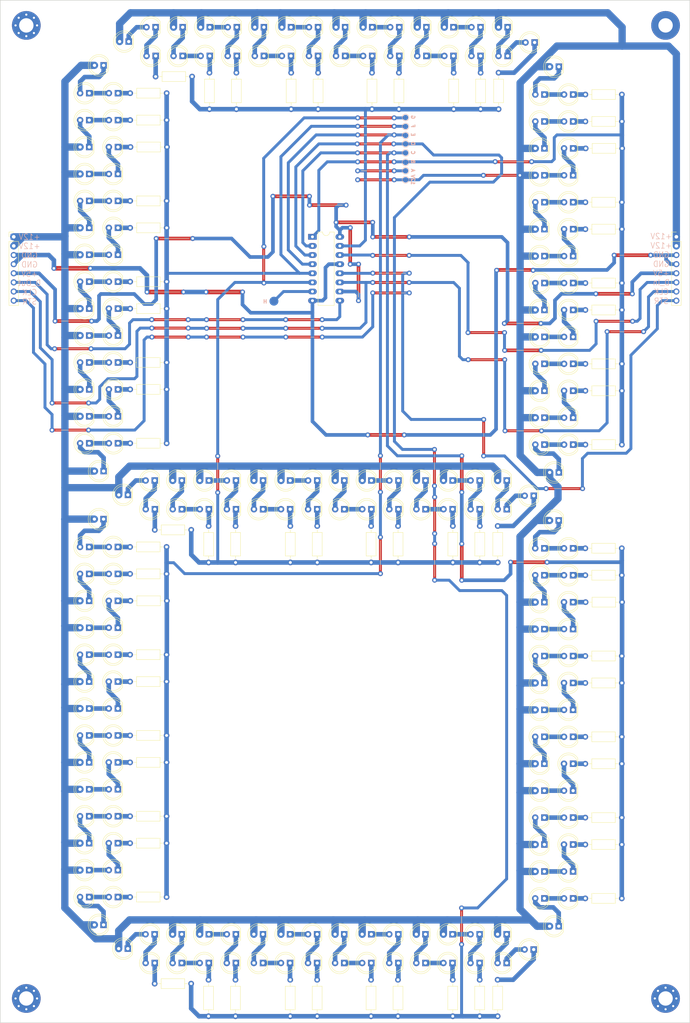
<source format=kicad_pcb>
(kicad_pcb (version 20211014) (generator pcbnew)
  (layers (0 "F.Cu" signal) (31 "B.Cu" signal) (34 "B.Paste" user) (35 "F.Paste" user) (36 "B.SilkS" user "B.Silkscreen") (37 "F.SilkS" user "F.Silkscreen") (38 "B.Mask" user) (39 "F.Mask" user) (44 "Edge.Cuts" user))
  (net 0 "")
  (footprint "Resistor_THT:R_Axial_DIN0207_L6.3mm_D2.5mm_P10.16mm_Horizontal" (layer "F.Cu") (at 483.80496 235.124994 180)
    (fp_text reference "REF**" hide)
    (fp_text value "R_Axial_DIN0207_L6.3mm_D2.5mm_P10.16mm_Horizontal" hide)
  )
  (footprint "LED_THT:LED_D5.0mm" (layer "F.Cu") (at 462.24996 212.624994 180)
    (fp_text reference "REF**" hide)
    (fp_text value "LED_D5.0mm" hide)
  )
  (footprint "LED_THT:LED_D5.0mm" (layer "F.Cu") (at 466.24996 257.874994 180)
    (fp_text reference "REF**" hide)
    (fp_text value "LED_D5.0mm" hide)
  )
  (footprint "LED_THT:LED_D5.0mm" (layer "F.Cu") (at 354.02496 15.499994 180)
    (fp_text reference "REF**" hide)
    (fp_text value "LED_D5.0mm" hide)
  )
  (footprint "LED_THT:LED_D5.0mm" (layer "F.Cu") (at 462.24996 227.624994 180)
    (fp_text reference "REF**" hide)
    (fp_text value "LED_D5.0mm" hide)
  )
  (footprint "Resistor_THT:R_Axial_DIN0207_L6.3mm_D2.5mm_P10.16mm_Horizontal" (layer "F.Cu") (at 483.80496 212.624994 180)
    (fp_text reference "REF**" hide)
    (fp_text value "R_Axial_DIN0207_L6.3mm_D2.5mm_P10.16mm_Horizontal" hide)
  )
  (footprint "LED_THT:LED_D5.0mm" (layer "F.Cu") (at 376.38496 133.742494 180)
    (fp_text reference "REF**" hide)
    (fp_text value "LED_D5.0mm" hide)
  )
  (footprint "THTJumpers:Jumper_P10.16mm_D0.7mm" (layer "F.Cu") (at 491.85 71 180)
    (fp_text reference "REF**" hide)
    (fp_text value "Jumper_P10.16mm_D0.7mm" hide)
  )
  (footprint "THTJumpers:Jumper_P10.16mm_D0.7mm" (layer "F.Cu") (at 400.4 93.8 180)
    (fp_text reference "REF**" hide)
    (fp_text value "Jumper_P10.16mm_D0.7mm" hide)
  )
  (footprint "LED_THT:LED_D5.0mm" (layer "F.Cu") (at 466.27496 18.499994 180)
    (fp_text reference "REF**" hide)
    (fp_text value "LED_D5.0mm" hide)
  )
  (footprint "LED_THT:LED_D5.0mm" (layer "F.Cu") (at 470.27496 33.749994 180)
    (fp_text reference "REF**" hide)
    (fp_text value "LED_D5.0mm" hide)
  )
  (footprint "LED_THT:LED_D5.0mm" (layer "F.Cu") (at 339.52496 131.124994 180)
    (fp_text reference "REF**" hide)
    (fp_text value "LED_D5.0mm" hide)
  )
  (footprint "LED_THT:LED_D5.0mm" (layer "F.Cu") (at 470.24996 250.124994 180)
    (fp_text reference "REF**" hide)
    (fp_text value "LED_D5.0mm" hide)
  )
  (footprint "THTJumpers:Jumper_P10.16mm_D0.7mm" (layer "F.Cu") (at 410.27 50)
    (fp_text reference "REF**" hide)
    (fp_text value "Jumper_P10.16mm_D0.7mm" hide)
  )
  (footprint "LED_THT:LED_D5.0mm" (layer "F.Cu") (at 368.84496 141.742494 180)
    (fp_text reference "REF**" hide)
    (fp_text value "LED_D5.0mm" hide)
  )
  (footprint "LED_THT:LED_D5.0mm" (layer "F.Cu") (at 369.07996 15.499994 180)
    (fp_text reference "REF**" hide)
    (fp_text value "LED_D5.0mm" hide)
  )
  (footprint "LED_THT:LED_D5.0mm" (layer "F.Cu") (at 421.85996 15.499994 180)
    (fp_text reference "REF**" hide)
    (fp_text value "LED_D5.0mm" hide)
  )
  (footprint "LED_THT:LED_D5.0mm" (layer "F.Cu") (at 470.27496 108.749994 180)
    (fp_text reference "REF**" hide)
    (fp_text value "LED_D5.0mm" hide)
  )
  (footprint "THTJumpers:Jumper_P10.16mm_D0.7mm" (layer "F.Cu") (at 364.33 66.35 180)
    (fp_text reference "REF**" hide)
    (fp_text value "Jumper_P10.16mm_D0.7mm" hide)
  )
  (footprint "LED_THT:LED_D5.0mm" (layer "F.Cu") (at 383.92496 141.742494 180)
    (fp_text reference "REF**" hide)
    (fp_text value "LED_D5.0mm" hide)
  )
  (footprint "LED_THT:LED_D5.0mm" (layer "F.Cu") (at 343.49996 219.749994 180)
    (fp_text reference "REF**" hide)
    (fp_text value "LED_D5.0mm" hide)
  )
  (footprint "THTJumpers:Jumper_P10.16mm_D0.7mm" (layer "F.Cu") (at 378.33 93.8 180)
    (fp_text reference "REF**" hide)
    (fp_text value "Jumper_P10.16mm_D0.7mm" hide)
  )
  (footprint "LED_THT:LED_D5.0mm" (layer "F.Cu") (at 384.15996 15.499994 180)
    (fp_text reference "REF**" hide)
    (fp_text value "LED_D5.0mm" hide)
  )
  (footprint "LED_THT:LED_D5.0mm" (layer "F.Cu") (at 462.27496 101.249994 180)
    (fp_text reference "REF**" hide)
    (fp_text value "LED_D5.0mm" hide)
  )
  (footprint "Resistor_THT:R_Axial_DIN0207_L6.3mm_D2.5mm_P10.16mm_Horizontal" (layer "F.Cu") (at 399.24996 30.329994 90)
    (fp_text reference "REF**" hide)
    (fp_text value "R_Axial_DIN0207_L6.3mm_D2.5mm_P10.16mm_Horizontal" hide)
  )
  (footprint "LED_THT:LED_D5.0mm" (layer "F.Cu") (at 429.16496 133.742494 180)
    (fp_text reference "REF**" hide)
    (fp_text value "LED_D5.0mm" hide)
  )
  (footprint "Resistor_THT:R_Axial_DIN0207_L6.3mm_D2.5mm_P10.16mm_Horizontal" (layer "F.Cu") (at 391.51496 156.572494 90)
    (fp_text reference "REF**" hide)
    (fp_text value "R_Axial_DIN0207_L6.3mm_D2.5mm_P10.16mm_Horizontal" hide)
  )
  (footprint "LED_THT:LED_D5.0mm" (layer "F.Cu") (at 335.49996 167.249994 180)
    (fp_text reference "REF**" hide)
    (fp_text value "LED_D5.0mm" hide)
  )
  (footprint "Resistor_THT:R_Axial_DIN0207_L6.3mm_D2.5mm_P10.16mm_Horizontal" (layer "F.Cu") (at 413.98996 282.947494 90)
    (fp_text reference "REF**" hide)
    (fp_text value "R_Axial_DIN0207_L6.3mm_D2.5mm_P10.16mm_Horizontal" hide)
  )
  (footprint "Resistor_THT:R_Axial_DIN0207_L6.3mm_D2.5mm_P10.16mm_Horizontal" (layer "F.Cu") (at 391.48996 282.947494 90)
    (fp_text reference "REF**" hide)
    (fp_text value "R_Axial_DIN0207_L6.3mm_D2.5mm_P10.16mm_Horizontal" hide)
  )
  (footprint "LED_THT:LED_D5.0mm" (layer "F.Cu") (at 339.49996 257.499994 180)
    (fp_text reference "REF**" hide)
    (fp_text value "LED_D5.0mm" hide)
  )
  (footprint "LED_THT:LED_D5.0mm" (layer "F.Cu") (at 459.30496 137.992494 180)
    (fp_text reference "REF**" hide)
    (fp_text value "LED_D5.0mm" hide)
  )
  (footprint "LED_THT:LED_D5.0mm" (layer "F.Cu") (at 335.49996 234.749994 180)
    (fp_text reference "REF**" hide)
    (fp_text value "LED_D5.0mm" hide)
  )
  (footprint "LED_THT:LED_D5.0mm" (layer "F.Cu") (at 406.51996 260.117494 180)
    (fp_text reference "REF**" hide)
    (fp_text value "LED_D5.0mm" hide)
  )
  (footprint "LED_THT:LED_D5.0mm" (layer "F.Cu") (at 353.78996 141.742494 180)
    (fp_text reference "REF**" hide)
    (fp_text value "LED_D5.0mm" hide)
  )
  (footprint "LED_THT:LED_D5.0mm" (layer "F.Cu") (at 470.24996 227.624994 180)
    (fp_text reference "REF**" hide)
    (fp_text value "LED_D5.0mm" hide)
  )
  (footprint "Resistor_THT:R_Axial_DIN0207_L6.3mm_D2.5mm_P10.16mm_Horizontal" (layer "F.Cu") (at 483.80496 182.624994 180)
    (fp_text reference "REF**" hide)
    (fp_text value "R_Axial_DIN0207_L6.3mm_D2.5mm_P10.16mm_Horizontal" hide)
  )
  (footprint "LED_THT:LED_D5.0mm" (layer "F.Cu") (at 343.49996 234.749994 180)
    (fp_text reference "REF**" hide)
    (fp_text value "LED_D5.0mm" hide)
  )
  (footprint "THTJumpers:Jumper_P10.16mm_D0.7mm" (layer "F.Cu") (at 445.27 48.75)
    (fp_text reference "REF**" hide)
    (fp_text value "Jumper_P10.16mm_D0.7mm" hide)
  )
  (footprint "THTJumpers:Jumper_P10.16mm_D0.7mm" (layer "F.Cu") (at 363.13 93.8 180)
    (fp_text reference "REF**" hide)
    (fp_text value "Jumper_P10.16mm_D0.7mm" hide)
  )
  (footprint "LED_THT:LED_D5.0mm" (layer "F.Cu") (at 436.93996 15.499994 180)
    (fp_text reference "REF**" hide)
    (fp_text value "LED_D5.0mm" hide)
  )
  (footprint "LED_THT:LED_D5.0mm" (layer "F.Cu") (at 462.27496 93.749994 180)
    (fp_text reference "REF**" hide)
    (fp_text value "LED_D5.0mm" hide)
  )
  (footprint "LED_THT:LED_D5.0mm" (layer "F.Cu") (at 384.15996 7.499994 180)
    (fp_text reference "REF**" hide)
    (fp_text value "LED_D5.0mm" hide)
  )
  (footprint "LED_THT:LED_D5.0mm" (layer "F.Cu") (at 398.97996 260.117494 180)
    (fp_text reference "REF**" hide)
    (fp_text value "LED_D5.0mm" hide)
  )
  (footprint "LED_THT:LED_D5.0mm" (layer "F.Cu") (at 406.51996 268.117494 180)
    (fp_text reference "REF**" hide)
    (fp_text value "LED_D5.0mm" hide)
  )
  (footprint "Resistor_THT:R_Axial_DIN0207_L6.3mm_D2.5mm_P10.16mm_Horizontal" (layer "F.Cu") (at 376.26496 156.572494 90)
    (fp_text reference "REF**" hide)
    (fp_text value "R_Axial_DIN0207_L6.3mm_D2.5mm_P10.16mm_Horizontal" hide)
  )
  (footprint "THTJumpers:Jumper_P10.16mm_D0.7mm" (layer "F.Cu") (at 424.61 78.6 180)
    (fp_text reference "REF**" hide)
    (fp_text value "Jumper_P10.16mm_D0.7mm" hide)
  )
  (footprint "Resistor_THT:R_Axial_DIN0207_L6.3mm_D2.5mm_P10.16mm_Horizontal" (layer "F.Cu") (at 368.73996 282.947494 90)
    (fp_text reference "REF**" hide)
    (fp_text value "R_Axial_DIN0207_L6.3mm_D2.5mm_P10.16mm_Horizontal" hide)
  )
  (footprint "LED_THT:LED_D5.0mm" (layer "F.Cu") (at 462.24996 160.124994 180)
    (fp_text reference "REF**" hide)
    (fp_text value "LED_D5.0mm" hide)
  )
  (footprint "LED_THT:LED_D5.0mm" (layer "F.Cu") (at 421.59996 268.117494 180)
    (fp_text reference "REF**" hide)
    (fp_text value "LED_D5.0mm" hide)
  )
  (footprint "LED_THT:LED_D5.0mm" (layer "F.Cu") (at 376.35996 268.117494 180)
    (fp_text reference "REF**" hide)
    (fp_text value "LED_D5.0mm" hide)
  )
  (footprint "LED_THT:LED_D5.0mm" (layer "F.Cu") (at 376.35996 260.117494 180)
    (fp_text reference "REF**" hide)
    (fp_text value "LED_D5.0mm" hide)
  )
  (footprint "Resistor_THT:R_Axial_DIN0207_L6.3mm_D2.5mm_P10.16mm_Horizontal" (layer "F.Cu") (at 483.82996 86.249994 180)
    (fp_text reference "REF**" hide)
    (fp_text value "R_Axial_DIN0207_L6.3mm_D2.5mm_P10.16mm_Horizontal" hide)
  )
  (footprint "THTJumpers:Jumper_P10.16mm_D0.7mm" (layer "F.Cu") (at 416.6 136.98 90)
    (fp_text reference "REF**" hide)
    (fp_text value "Jumper_P10.16mm_D0.7mm" hide)
  )
  (footprint "Resistor_THT:R_Axial_DIN0207_L6.3mm_D2.5mm_P10.16mm_Horizontal" (layer "F.Cu") (at 483.82996 78.749994 180)
    (fp_text reference "REF**" hide)
    (fp_text value "R_Axial_DIN0207_L6.3mm_D2.5mm_P10.16mm_Horizontal" hide)
  )
  (footprint "THTJumpers:Jumper_P10.16mm_D0.7mm" (layer "F.Cu") (at 461.46 119.9 180)
    (fp_text reference "REF**" hide)
    (fp_text value "Jumper_P10.16mm_D0.7mm" hide)
  )
  (footprint "LED_THT:LED_D5.0mm" (layer "F.Cu") (at 383.92496 133.742494 180)
    (fp_text reference "REF**" hide)
    (fp_text value "LED_D5.0mm" hide)
  )
  (footprint "LED_THT:LED_D5.0mm" (layer "F.Cu") (at 335.49996 197.249994 180)
    (fp_text reference "REF**" hide)
    (fp_text value "LED_D5.0mm" hide)
  )
  (footprint "LED_THT:LED_D5.0mm" (layer "F.Cu") (at 470.24996 160.124994 180)
    (fp_text reference "REF**" hide)
    (fp_text value "LED_D5.0mm" hide)
  )
  (footprint "Resistor_THT:R_Axial_DIN0207_L6.3mm_D2.5mm_P10.16mm_Horizontal" (layer "F.Cu") (at 357.05496 227.249994 180)
    (fp_text reference "REF**" hide)
    (fp_text value "R_Axial_DIN0207_L6.3mm_D2.5mm_P10.16mm_Horizontal" hide)
  )
  (footprint "LED_THT:LED_D5.0mm" (layer "F.Cu") (at 353.99996 7.499994 180)
    (fp_text reference "REF**" hide)
    (fp_text value "LED_D5.0mm" hide)
  )
  (footprint "THTJumpers:Jumper_P10.16mm_D0.7mm" (layer "F.Cu") (at 378.2 81.25 180)
    (fp_text reference "REF**" hide)
    (fp_text value "Jumper_P10.16mm_D0.7mm" hide)
  )
  (footprint "LED_THT:LED_D5.0mm" (layer "F.Cu") (at 470.27496 116.249994 180)
    (fp_text reference "REF**" hide)
    (fp_text value "LED_D5.0mm" hide)
  )
  (footprint "THTJumpers:Jumper_P10.16mm_D0.7mm" (layer "F.Cu") (at 424.63 65.9 180)
    (fp_text reference "REF**" hide)
    (fp_text value "Jumper_P10.16mm_D0.7mm" hide)
  )
  (footprint "LED_THT:LED_D5.0mm" (layer "F.Cu") (at 343.49996 182.249994 180)
    (fp_text reference "REF**" hide)
    (fp_text value "LED_D5.0mm" hide)
  )
  (footprint "LED_THT:LED_D5.0mm" (layer "F.Cu") (at 391.46496 141.742494 180)
    (fp_text reference "REF**" hide)
    (fp_text value "LED_D5.0mm" hide)
  )
  (footprint "LED_THT:LED_D5.0mm" (layer "F.Cu") (at 421.62496 133.742494 180)
    (fp_text reference "REF**" hide)
    (fp_text value "LED_D5.0mm" hide)
  )
  (footprint "THTJumpers:Jumper_P10.16mm_D0.7mm" (layer "F.Cu") (at 416.6 159.68 90)
    (fp_text reference "REF**" hide)
    (fp_text value "Jumper_P10.16mm_D0.7mm" hide)
  )
  (footprint "LED_THT:LED_D5.0mm" (layer "F.Cu") (at 343.49996 227.249994 180)
    (fp_text reference "REF**" hide)
    (fp_text value "LED_D5.0mm" hide)
  )
  (footprint "LED_THT:LED_D5.0mm" (layer "F.Cu") (at 339.49996 144.499994 180)
    (fp_text reference "REF**" hide)
    (fp_text value "LED_D5.0mm" hide)
  )
  (footprint "Resistor_THT:R_Axial_DIN0207_L6.3mm_D2.5mm_P10.16mm_Horizontal" (layer "F.Cu") (at 449.23996 282.947494 90)
    (fp_text reference "REF**" hide)
    (fp_text value "R_Axial_DIN0207_L6.3mm_D2.5mm_P10.16mm_Horizontal" hide)
  )
  (footprint "LED_THT:LED_D5.0mm" (layer "F.Cu") (at 470.27496 26.249994 180)
    (fp_text reference "REF**" hide)
    (fp_text value "LED_D5.0mm" hide)
  )
  (footprint "LED_THT:LED_D5.0mm" (layer "F.Cu") (at 335.49996 174.749994 180)
    (fp_text reference "REF**" hide)
    (fp_text value "LED_D5.0mm" hide)
  )
  (footprint "THTJumpers:Jumper_P10.16mm_D0.7mm" (layer "F.Cu") (at 378.33 88.95 180)
    (fp_text reference "REF**" hide)
    (fp_text value "Jumper_P10.16mm_D0.7mm" hide)
  )
  (footprint "LED_THT:LED_D5.0mm" (layer "F.Cu") (at 470.27496 93.749994 180)
    (fp_text reference "REF**" hide)
    (fp_text value "LED_D5.0mm" hide)
  )
  (footprint "Resistor_THT:R_Axial_DIN0207_L6.3mm_D2.5mm_P10.16mm_Horizontal" (layer "F.Cu") (at 483.82996 26.249994 180)
    (fp_text reference "REF**" hide)
    (fp_text value "R_Axial_DIN0207_L6.3mm_D2.5mm_P10.16mm_Horizontal" hide)
  )
  (footprint "Resistor_THT:R_Axial_DIN0207_L6.3mm_D2.5mm_P10.16mm_Horizontal" (layer "F.Cu") (at 483.80496 227.624994 180)
    (fp_text reference "REF**" hide)
    (fp_text value "R_Axial_DIN0207_L6.3mm_D2.5mm_P10.16mm_Horizontal" hide)
  )
  (footprint "LED_THT:LED_D5.0mm" (layer "F.Cu") (at 343.49996 189.749994 180)
    (fp_text reference "REF**" hide)
    (fp_text value "LED_D5.0mm" hide)
  )
  (footprint "LED_THT:LED_D5.0mm" (layer "F.Cu") (at 343.52496 115.874994 180)
    (fp_text reference "REF**" hide)
    (fp_text value "LED_D5.0mm" hide)
  )
  (footprint "LED_THT:LED_D5.0mm" (layer "F.Cu") (at 335.49996 189.749994 180)
    (fp_text reference "REF**" hide)
    (fp_text value "LED_D5.0mm" hide)
  )
  (footprint "LED_THT:LED_D5.0mm" (layer "F.Cu") (at 436.67996 268.117494 180)
    (fp_text reference "REF**" hide)
    (fp_text value "LED_D5.0mm" hide)
  )
  (footprint "LED_THT:LED_D5.0mm" (layer "F.Cu") (at 421.62496 141.742494 180)
    (fp_text reference "REF**" hide)
    (fp_text value "LED_D5.0mm" hide)
  )
  (footprint "LED_THT:LED_D5.0mm" (layer "F.Cu") (at 444.21996 268.117494 180)
    (fp_text reference "REF**" hide)
    (fp_text value "LED_D5.0mm" hide)
  )
  (footprint "LED_THT:LED_D5.0mm" (layer "F.Cu") (at 429.13996 260.117494 180)
    (fp_text reference "REF**" hide)
    (fp_text value "LED_D5.0mm" hide)
  )
  (footprint "LED_THT:LED_D5.0mm" (layer "F.Cu") (at 335.52496 25.874994 180)
    (fp_text reference "REF**" hide)
    (fp_text value "LED_D5.0mm" hide)
  )
  (footprint "LED_THT:LED_D5.0mm" (layer "F.Cu") (at 436.67996 260.117494 180)
    (fp_text reference "REF**" hide)
    (fp_text value "LED_D5.0mm" hide)
  )
  (footprint "LED_THT:LED_D5.0mm" (layer "F.Cu") (at 436.93996 7.499994 180)
    (fp_text reference "REF**" hide)
    (fp_text value "LED_D5.0mm" hide)
  )
  (footprint "Resistor_THT:R_Axial_DIN0207_L6.3mm_D2.5mm_P10.16mm_Horizontal" (layer "F.Cu") (at 436.76496 156.572494 90)
    (fp_text reference "REF**" hide)
    (fp_text value "R_Axial_DIN0207_L6.3mm_D2.5mm_P10.16mm_Horizontal" hide)
  )
  (footprint "LED_THT:LED_D5.0mm" (layer "F.Cu") (at 414.05996 260.117494 180)
    (fp_text reference "REF**" hide)
    (fp_text value "LED_D5.0mm" hide)
  )
  (footprint "THTJumpers:Jumper_P10.16mm_D0.7mm" (layer "F.Cu") (at 396.83 54.6 180)
    (fp_text reference "REF**" hide)
    (fp_text value "Jumper_P10.16mm_D0.7mm" hide)
  )
  (footprint "THTJumpers:Jumper_P10.16mm_D0.7mm" (layer "F.Cu") (at 472.88 136 180)
    (fp_text reference "REF**" hide)
    (fp_text value "Jumper_P10.16mm_D0.7mm" hide)
  )
  (footprint "Resistor_THT:R_Axial_DIN0207_L6.3mm_D2.5mm_P10.16mm_Horizontal" (layer "F.Cu") (at 357.05496 204.749994 180)
    (fp_text reference "REF**" hide)
    (fp_text value "R_Axial_DIN0207_L6.3mm_D2.5mm_P10.16mm_Horizontal" hide)
  )
  (footprint "Resistor_THT:R_Axial_DIN0207_L6.3mm_D2.5mm_P10.16mm_Horizontal" (layer "F.Cu") (at 421.74996 30.329994 90)
    (fp_text reference "REF**" hide)
    (fp_text value "R_Axial_DIN0207_L6.3mm_D2.5mm_P10.16mm_Horizontal" hide)
  )
  (footprint "THTJumpers:Jumper_P10.16mm_D0.7mm" (layer "F.Cu") (at 378.35 91.35 180)
    (fp_text reference "REF**" hide)
    (fp_text value "Jumper_P10.16mm_D0.7mm" hide)
  )
  (footprint "LED_THT:LED_D5.0mm" (layer "F.Cu") (at 343.52496 25.874994 180)
    (fp_text reference "REF**" hide)
    (fp_text value "LED_D5.0mm" hide)
  )
  (footprint "MountingHole:MountingHole_4mm_Pad_Via" (layer "F.Cu") (at 318 7)
    (fp_text reference "REF**" hide)
    (fp_text value "MountingHole_4mm_Pad_Via" hide)
  )
  (footprint "LED_THT:LED_D5.0mm" (layer "F.Cu") (at 343.52496 100.874994 180)
    (fp_text reference "REF**" hide)
    (fp_text value "LED_D5.0mm" hide)
  )
  (footprint "THTJumpers:Jumper_P10.16mm_D0.7mm" (layer "F.Cu") (at 384.15 78.73 90)
    (fp_text reference "REF**" hide)
    (fp_text value "Jumper_P10.16mm_D0.7mm" hide)
  )
  (footprint "THTJumpers:Jumper_P10.16mm_D0.7mm" (layer "F.Cu") (at 489.88 92.3 180)
    (fp_text reference "REF**" hide)
    (fp_text value "Jumper_P10.16mm_D0.7mm" hide)
  )
  (footprint "THTJumpers:Jumper_P10.16mm_D0.7mm" (layer "F.Cu") (at 451.15 92.55 180)
    (fp_text reference "REF**" hide)
    (fp_text value "Jumper_P10.16mm_D0.7mm" hide)
  )
  (footprint "LED_THT:LED_D5.0mm" (layer "F.Cu") (at 429.13996 268.117494 180)
    (fp_text reference "REF**" hide)
    (fp_text value "LED_D5.0mm" hide)
  )
  (footprint "Resistor_THT:R_Axial_DIN0207_L6.3mm_D2.5mm_P10.16mm_Horizontal" (layer "F.Cu") (at 357.07996 25.874994 180)
    (fp_text reference "REF**" hide)
    (fp_text value "R_Axial_DIN0207_L6.3mm_D2.5mm_P10.16mm_Horizontal" hide)
  )
  (footprint "LED_THT:LED_D5.0mm" (layer "F.Cu") (at 470.24996 220.124994 180)
    (fp_text reference "REF**" hide)
    (fp_text value "LED_D5.0mm" hide)
  )
  (footprint "LED_THT:LED_D5.0mm" (layer "F.Cu") (at 470.24996 182.624994 180)
    (fp_text reference "REF**" hide)
    (fp_text value "LED_D5.0mm" hide)
  )
  (footprint "Resistor_THT:R_Axial_DIN0207_L6.3mm_D2.5mm_P10.16mm_Horizontal" (layer "F.Cu") (at 483.82996 123.749994 180)
    (fp_text reference "REF**" hide)
    (fp_text value "R_Axial_DIN0207_L6.3mm_D2.5mm_P10.16mm_Horizontal" hide)
  )
  (footprint "LED_THT:LED_D5.0mm" (layer "F.Cu") (at 462.24996 175.124994 180)
    (fp_text reference "REF**" hide)
    (fp_text value "LED_D5.0mm" hide)
  )
  (footprint "LED_THT:LED_D5.0mm" (layer "F.Cu") (at 343.49996 242.249994 180)
    (fp_text reference "REF**" hide)
    (fp_text value "LED_D5.0mm" hide)
  )
  (footprint "THTJumpers:Jumper_P10.16mm_D0.7mm" (layer "F.Cu") (at 461.36 97.5 180)
    (fp_text reference "REF**" hide)
    (fp_text value "Jumper_P10.16mm_D0.7mm" hide)
  )
  (footprint "LED_THT:LED_D5.0mm" (layer "F.Cu") (at 462.27496 41.249994 180)
    (fp_text reference "REF**" hide)
    (fp_text value "LED_D5.0mm" hide)
  )
  (footprint "LED_THT:LED_D5.0mm" (layer "F.Cu") (at 369.07996 7.499994 180)
    (fp_text reference "REF**" hide)
    (fp_text value "LED_D5.0mm" hide)
  )
  (footprint "LED_THT:LED_D5.0mm" (layer "F.Cu") (at 343.52496 40.874994 180)
    (fp_text reference "REF**" hide)
    (fp_text value "LED_D5.0mm" hide)
  )
  (footprint "Resistor_THT:R_Axial_DIN0207_L6.3mm_D2.5mm_P10.16mm_Horizontal" (layer "F.Cu") (at 368.99996 30.329994 90)
    (fp_text reference "REF**" hide)
    (fp_text value "R_Axial_DIN0207_L6.3mm_D2.5mm_P10.16mm_Horizontal" hide)
  )
  (footprint "Resistor_THT:R_Axial_DIN0207_L6.3mm_D2.5mm_P10.16mm_Horizontal" (layer "F.Cu") (at 483.80496 190.124994 180)
    (fp_text reference "REF**" hide)
    (fp_text value "R_Axial_DIN0207_L6.3mm_D2.5mm_P10.16mm_Horizontal" hide)
  )
  (footprint "Resistor_THT:R_Axial_DIN0207_L6.3mm_D2.5mm_P10.16mm_Horizontal" (layer "F.Cu") (at 483.82996 108.749994 180)
    (fp_text reference "REF**" hide)
    (fp_text value "R_Axial_DIN0207_L6.3mm_D2.5mm_P10.16mm_Horizontal" hide)
  )
  (footprint "LED_THT:LED_D5.0mm" (layer "F.Cu") (at 406.77996 15.499994 180)
    (fp_text reference "REF**" hide)
    (fp_text value "LED_D5.0mm" hide)
  )
  (footprint "Resistor_THT:R_Axial_DIN0207_L6.3mm_D2.5mm_P10.16mm_Horizontal" (layer "F.Cu") (at 436.99996 30.329994 90)
    (fp_text reference "REF**" hide)
    (fp_text value "R_Axial_DIN0207_L6.3mm_D2.5mm_P10.16mm_Horizontal" hide)
  )
  (footprint "LED_THT:LED_D5.0mm" (layer "F.Cu") (at 466.27496 131.499994 180)
    (fp_text reference "REF**" hide)
    (fp_text value "LED_D5.0mm" hide)
  )
  (footprint "LED_THT:LED_D5.0mm" (layer "F.Cu") (at 391.43996 260.117494 180)
    (fp_text reference "REF**" hide)
    (fp_text value "LED_D5.0mm" hide)
  )
  (footprint "LED_THT:LED_D5.0mm" (layer "F.Cu") (at 361.30496 133.742494 180)
    (fp_text reference "REF**" hide)
    (fp_text value "LED_D5.0mm" hide)
  )
  (footprint "LED_THT:LED_D5.0mm" (layer "F.Cu") (at 459.27996 264.367494 180)
    (fp_text reference "REF**" hide)
    (fp_text value "LED_D5.0mm" hide)
  )
  (footprint "Resistor_THT:R_Axial_DIN0207_L6.3mm_D2.5mm_P10.16mm_Horizontal" (layer "F.Cu") (at 357.07996 85.874994 180)
    (fp_text reference "REF**" hide)
    (fp_text value "R_Axial_DIN0207_L6.3mm_D2.5mm_P10.16mm_Horizontal" hide)
  )
  (footprint "LED_THT:LED_D5.0mm" (layer "F.Cu") (at 361.27996 268.117494 180)
    (fp_text reference "REF**" hide)
    (fp_text value "LED_D5.0mm" hide)
  )
  (footprint "Resistor_THT:R_Axial_DIN0207_L6.3mm_D2.5mm_P10.16mm_Horizontal" (layer "F.Cu") (at 357.15996 40.874994 180)
    (fp_text reference "REF**" hide)
    (fp_text value "R_Axial_DIN0207_L6.3mm_D2.5mm_P10.16mm_Horizontal" hide)
  )
  (footprint "THTJumpers:Jumper_P10.16mm_D0.7mm" (layer "F.Cu") (at 410.27 47.5)
    (fp_text reference "REF**" hide)
    (fp_text value "Jumper_P10.16mm_D0.7mm" hide)
  )
  (footprint "THTJumpers:Jumper_P10.16mm_D0.7mm" (layer "F.Cu") (at 361.78 81.25 180)
    (fp_text reference "REF**" hide)
    (fp_text value "Jumper_P10.16mm_D0.7mm" hide)
  )
  (footprint "THTJumpers:Jumper_P10.16mm_D0.7mm" (layer "F.Cu") (at 451.2 100.1 180)
    (fp_text reference "REF**" hide)
    (fp_text value "Jumper_P10.16mm_D0.7mm" hide)
  )
  (footprint "LED_THT:LED_D5.0mm" (layer "F.Cu") (at 343.52496 55.874994 180)
    (fp_text reference "REF**" hide)
    (fp_text value "LED_D5.0mm" hide)
  )
  (footprint "LED_THT:LED_D5.0mm" (layer "F.Cu") (at 414.31996 15.499994 180)
    (fp_text reference "REF**" hide)
    (fp_text value "LED_D5.0mm" hide)
  )
  (footprint "LED_THT:LED_D5.0mm" (layer "F.Cu") (at 361.27996 260.117494 180)
    (fp_text reference "REF**" hide)
    (fp_text value "LED_D5.0mm" hide)
  )
  (footprint "THTJumpers:Jumper_P10.16mm_D0.7mm" (layer "F.Cu") (at 400.38 91.35 180)
    (fp_text reference "REF**" hide)
    (fp_text value "Jumper_P10.16mm_D0.7mm" hide)
  )
  (footprint "LED_THT:LED_D5.0mm" (layer "F.Cu") (at 470.24996 197.624994 180)
    (fp_text reference "REF**" hide)
    (fp_text value "LED_D5.0mm" hide)
  )
  (footprint "LED_THT:LED_D5.0mm" (layer "F.Cu") (at 368.84496 133.742494 180)
    (fp_text reference "REF**" hide)
    (fp_text value "LED_D5.0mm" hide)
  )
  (footprint "Resistor_THT:R_Axial_DIN0207_L6.3mm_D2.5mm_P10.16mm_Horizontal" (layer "F.Cu") (at 357.05496 212.249994 180)
    (fp_text reference "REF**" hide)
    (fp_text value "R_Axial_DIN0207_L6.3mm_D2.5mm_P10.16mm_Horizontal" hide)
  )
  (footprint "LED_THT:LED_D5.0mm" (layer "F.Cu") (at 462.27496 48.749994 180)
    (fp_text reference "REF**" hide)
    (fp_text value "LED_D5.0mm" hide)
  )
  (footprint "THTJumpers:Jumper_P10.16mm_D0.7mm" (layer "F.Cu") (at 363.1 91.3 180)
    (fp_text reference "REF**" hide)
    (fp_text value "Jumper_P10.16mm_D0.7mm" hide)
  )
  (footprint "LED_THT:LED_D5.0mm" (layer "F.Cu") (at 346.26496 264.117494 180)
    (fp_text reference "REF**" hide)
    (fp_text value "LED_D5.0mm" hide)
  )
  (footprint "THTJumpers:Jumper_P10.16mm_D0.7mm" (layer "F.Cu") (at 424.63 76 180)
    (fp_text reference "REF**" hide)
    (fp_text value "Jumper_P10.16mm_D0.7mm" hide)
  )
  (footprint "Resistor_THT:R_Axial_DIN0207_L6.3mm_D2.5mm_P10.16mm_Horizontal" (layer "F.Cu") (at 357.07996 55.874994 180)
    (fp_text reference "REF**" hide)
    (fp_text value "R_Axial_DIN0207_L6.3mm_D2.5mm_P10.16mm_Horizontal" hide)
  )
  (footprint "LED_THT:LED_D5.0mm" (layer "F.Cu") (at 452.01996 15.499994 180)
    (fp_text reference "REF**" hide)
    (fp_text value "LED_D5.0mm" hide)
  )
  (footprint "THTJumpers:Jumper_P10.16mm_D0.7mm" (layer "F.Cu") (at 335.35 112.15 180)
    (fp_text reference "REF**" hide)
    (fp_text value "Jumper_P10.16mm_D0.7mm" hide)
  )
  (footprint "Resistor_THT:R_Axial_DIN0207_L6.3mm_D2.5mm_P10.16mm_Horizontal" (layer "F.Cu") (at 421.51496 156.572494 90)
    (fp_text reference "REF**" hide)
    (fp_text value "R_Axial_DIN0207_L6.3mm_D2.5mm_P10.16mm_Horizontal" hide)
  )
  (footprint "Resistor_THT:R_Axial_DIN0207_L6.3mm_D2.5mm_P10.16mm_Horizontal" (layer "F.Cu") (at 444.23996 282.947494 90)
    (fp_text reference "REF**" hide)
    (fp_text value "R_Axial_DIN0207_L6.3mm_D2.5mm_P10.16mm_Horizontal" hide)
  )
  (footprint "LED_THT:LED_D5.0mm" (layer "F.Cu") (at 470.27496 56.249994 180)
    (fp_text reference "REF**" hide)
    (fp_text value "LED_D5.0mm" hide)
  )
  (footprint "LED_THT:LED_D5.0mm" (layer "F.Cu") (at 406.54496 141.742494 180)
    (fp_text reference "REF**" hide)
    (fp_text value "LED_D5.0mm" hide)
  )
  (footprint "LED_THT:LED_D5.0mm" (layer "F.Cu") (at 346.52496 11.499994 180)
    (fp_text reference "REF**" hide)
    (fp_text value "LED_D5.0mm" hide)
  )
  (footprint "THTJumpers:Jumper_P10.16mm_D0.7mm" (layer "F.Cu") (at 410.27 35.1)
    (fp_text reference "REF**" hide)
    (fp_text value "Jumper_P10.16mm_D0.7mm" hide)
  )
  (footprint "LED_THT:LED_D5.0mm" (layer "F.Cu") (at 343.52496 48.374994 180)
    (fp_text reference "REF**" hide)
    (fp_text value "LED_D5.0mm" hide)
  )
  (footprint "LED_THT:LED_D5.0mm" (layer "F.Cu") (at 462.24996 190.124994 180)
    (fp_text reference "REF**" hide)
    (fp_text value "LED_D5.0mm" hide)
  )
  (footprint "THTJumpers:Jumper_P10.16mm_D0.7mm" (layer "F.Cu") (at 424.6 71.05 180)
    (fp_text reference "REF**" hide)
    (fp_text value "Jumper_P10.16mm_D0.7mm" hide)
  )
  (footprint "LED_THT:LED_D5.0mm" (layer "F.Cu") (at 470.24996 235.124994 180)
    (fp_text reference "REF**" hide)
    (fp_text value "LED_D5.0mm" hide)
  )
  (footprint "LED_THT:LED_D5.0mm" (layer "F.Cu") (at 335.52496 85.874994 180)
    (fp_text reference "REF**" hide)
    (fp_text value "LED_D5.0mm" hide)
  )
  (footprint "THTJumpers:Jumper_P10.16mm_D0.7mm" (layer "F.Cu") (at 424.63 81.5 180)
    (fp_text reference "REF**" hide)
    (fp_text value "Jumper_P10.16mm_D0.7mm" hide)
  )
  (footprint "LED_THT:LED_D5.0mm" (layer "F.Cu") (at 335.49996 159.749994 180)
    (fp_text reference "REF**" hide)
    (fp_text value "LED_D5.0mm" hide)
  )
  (footprint "LED_THT:LED_D5.0mm" (layer "F.Cu") (at 335.52496 78.374994 180)
    (fp_text reference "REF**" hide)
    (fp_text value "LED_D5.0mm" hide)
  )
  (footprint "LED_THT:LED_D5.0mm" (layer "F.Cu") (at 335.52496 55.874994 180)
    (fp_text reference "REF**" hide)
    (fp_text value "LED_D5.0mm" hide)
  )
  (footprint "THTJumpers:Jumper_P10.16mm_D0.7mm" (layer "F.Cu") (at 463 156.5 180)
    (fp_text reference "REF**" hide)
    (fp_text value "Jumper_P10.16mm_D0.7mm" hide)
  )
  (footprint "LED_THT:LED_D5.0mm" (layer "F.Cu") (at 353.76496 133.742494 180)
    (fp_text reference "REF**" hide)
    (fp_text value "LED_D5.0mm" hide)
  )
  (footprint "LED_THT:LED_D5.0mm" (layer "F.Cu") (at 343.49996 167.249994 180)
    (fp_text reference "REF**" hide)
    (fp_text value "LED_D5.0mm" hide)
  )
  (footprint "Connector_PinHeader_2.54mm:PinHeader_1x08_P2.54mm_Vertical" (layer "F.Cu") (at 499 65.875)
    (fp_text reference "REF**" hide)
    (fp_text value "PinHeader_1x08_P2.54mm_Vertical" hide)
  )
  (footprint "LED_THT:LED_D5.0mm" (layer "F.Cu") (at 335.49996 182.249994 180)
    (fp_text reference "REF**" hide)
    (fp_text value "LED_D5.0mm" hide)
  )
  (footprint "LED_THT:LED_D5.0mm" (layer "F.Cu") (at 444.47996 7.499994 180)
    (fp_text reference "REF**" hide)
    (fp_text value "LED_D5.0mm" hide)
  )
  (footprint "LED_THT:LED_D5.0mm" (layer "F.Cu") (at 470.27496 123.749994 180)
    (fp_text reference "REF**" hide)
    (fp_text value "LED_D5.0mm" hide)
  )
  (footprint "LED_THT:LED_D5.0mm" (layer "F.Cu") (at 335.52496 108.374994 180)
    (fp_text reference "REF**" hide)
    (fp_text value "LED_D5.0mm" hide)
  )
  (footprint "LED_THT:LED_D5.0mm" (layer "F.Cu") (at 470.24996 167.624994 180)
    (fp_text reference "REF**" hide)
    (fp_text value "LED_D5.0mm" hide)
  )
  (footprint "THTJumpers:Jumper_P10.16mm_D0.7mm" (layer "F.Cu") (at 410.22 42.5)
    (fp_text reference "REF**" hide)
    (fp_text value "Jumper_P10.16mm_D0.7mm" hide)
  )
  (footprint "LED_THT:LED_D5.0mm" (layer "F.Cu") (at 398.97996 268.117494 180)
    (fp_text reference "REF**" hide)
    (fp_text value "LED_D5.0mm" hide)
  )
  (footprint "THTJumpers:Jumper_P10.16mm_D0.7mm" (layer "F.Cu") (at 486.73 81.75 180)
    (fp_text reference "REF**" hide)
    (fp_text value "Jumper_P10.16mm_D0.7mm" hide)
  )
  (footprint "LED_THT:LED_D5.0mm" (layer "F.Cu") (at 470.27496 71.249994 180)
    (fp_text reference "REF**" hide)
    (fp_text value "LED_D5.0mm" hide)
  )
  (footprint "LED_THT:LED_D5.0mm" (layer "F.Cu") (at 414.31996 7.499994 180)
    (fp_text reference "REF**" hide)
    (fp_text value "LED_D5.0mm" hide)
  )
  (footprint "Resistor_THT:R_Axial_DIN0207_L6.3mm_D2.5mm_P10.16mm_Horizontal" (layer "F.Cu") (at 363.92496 147.492494 180)
    (fp_text reference "REF**" hide)
    (fp_text value "R_Axial_DIN0207_L6.3mm_D2.5mm_P10.16mm_Horizontal" hide)
  )
  (footprint "Resistor_THT:R_Axial_DIN0207_L6.3mm_D2.5mm_P10.16mm_Horizontal" (layer "F.Cu") (at 357.07996 123.374994 180)
    (fp_text reference "REF**" hide)
    (fp_text value "R_Axial_DIN0207_L6.3mm_D2.5mm_P10.16mm_Horizontal" hide)
  )
  (footprint "LED_THT:LED_D5.0mm" (layer "F.Cu") (at 444.24496 141.742494 180)
    (fp_text reference "REF**" hide)
    (fp_text value "LED_D5.0mm" hide)
  )
  (footprint "Resistor_THT:R_Axial_DIN0207_L6.3mm_D2.5mm_P10.16mm_Horizontal" (layer "F.Cu") (at 414.01496 156.572494 90)
    (fp_text reference "REF**" hide)
    (fp_text value "R_Axial_DIN0207_L6.3mm_D2.5mm_P10.16mm_Horizontal" hide)
  )
  (footprint "Resistor_THT:R_Axial_DIN0207_L6.3mm_D2.5mm_P10.16mm_Horizontal" (layer "F.Cu") (at 357.07996 33.374994 180)
    (fp_text reference "REF**" hide)
    (fp_text value "R_Axial_DIN0207_L6.3mm_D2.5mm_P10.16mm_Horizontal" hide)
  )
  (footprint "LED_THT:LED_D5.0mm" (layer "F.Cu") (at 335.52496 48.374994 180)
    (fp_text reference "REF**" hide)
    (fp_text value "LED_D5.0mm" hide)
  )
  (footprint "Resistor_THT:R_Axial_DIN0207_L6.3mm_D2.5mm_P10.16mm_Horizontal" (layer "F.Cu") (at 364.15996 21.249994 180)
    (fp_text reference "REF**" hide)
    (fp_text value "R_Axial_DIN0207_L6.3mm_D2.5mm_P10.16mm_Horizontal" hide)
  )
  (footprint "" (layer "F.Cu") (at 386.95 83.8)
    (fp_text reference "")
    (fp_text value "")
  )
  (footprint "LED_THT:LED_D5.0mm" (layer "F.Cu") (at 436.70496 141.742494 180)
    (fp_text reference "REF**" hide)
    (fp_text value "LED_D5.0mm" hide)
  )
  (footprint "Resistor_THT:R_Axial_DIN0207_L6.3mm_D2.5mm_P10.16mm_Horizontal" (layer "F.Cu") (at 483.82996 63.749994 180)
    (fp_text reference "REF**" hide)
    (fp_text value "R_Axial_DIN0207_L6.3mm_D2.5mm_P10.16mm_Horizontal" hide)
  )
  (footprint "LED_THT:LED_D5.0mm" (layer "F.Cu") (at 462.24996 152.624994 180)
    (fp_text reference "REF**" hide)
    (fp_text value "LED_D5.0mm" hide)
  )
  (footprint "Resistor_THT:R_Axial_DIN0207_L6.3mm_D2.5mm_P10.16mm_Horizontal" (layer "F.Cu") (at 398.98996 282.947494 90)
    (fp_text reference "REF**" hide)
    (fp_text value "R_Axial_DIN0207_L6.3mm_D2.5mm_P10.16mm_Horizontal" hide)
  )
  (footprint "LED_THT:LED_D5.0mm" (layer "F.Cu") (at 361.53996 7.499994 180)
    (fp_text reference "REF**" hide)
    (fp_text value "LED_D5.0mm" hide)
  )
  (footprint "THTJumpers:Jumper_P10.16mm_D0.7mm" (layer "F.Cu") (at 410.25 45)
    (fp_text reference "REF**" hide)
    (fp_text value "Jumper_P10.16mm_D0.7mm" hide)
  )
  (footprint "LED_THT:LED_D5.0mm" (layer "F.Cu") (at 343.49996 174.749994 180)
    (fp_text reference "REF**" hide)
    (fp_text value "LED_D5.0mm" hide)
  )
  (footprint "LED_THT:LED_D5.0mm" (layer "F.Cu") (at 462.27496 26.249994 180)
    (fp_text reference "REF**" hide)
    (fp_text value "LED_D5.0mm" hide)
  )
  (footprint "LED_THT:LED_D5.0mm" (layer "F.Cu") (at 343.49996 197.249994 180)
    (fp_text reference "REF**" hide)
    (fp_text value "LED_D5.0mm" hide)
  )
  (footprint "LED_THT:LED_D5.0mm" (layer "F.Cu") (at 470.27496 86.249994 180)
    (fp_text reference "REF**" hide)
    (fp_text value "LED_D5.0mm" hide)
  )
  (footprint "Resistor_THT:R_Axial_DIN0207_L6.3mm_D2.5mm_P10.16mm_Horizontal" (layer "F.Cu") (at 449.49996 30.329994 90)
    (fp_text reference "REF**" hide)
    (fp_text value "R_Axial_DIN0207_L6.3mm_D2.5mm_P10.16mm_Horizontal" hide)
  )
  (footprint "Resistor_THT:R_Axial_DIN0207_L6.3mm_D2.5mm_P10.16mm_Horizontal" (layer "F.Cu") (at 357.07996 108.374994 180)
    (fp_text reference "REF**" hide)
    (fp_text value "R_Axial_DIN0207_L6.3mm_D2.5mm_P10.16mm_Horizontal" hide)
  )
  (footprint "Resistor_THT:R_Axial_DIN0207_L6.3mm_D2.5mm_P10.16mm_Horizontal" (layer "F.Cu") (at 483.88496 167.624994 180)
    (fp_text reference "REF**" hide)
    (fp_text value "R_Axial_DIN0207_L6.3mm_D2.5mm_P10.16mm_Horizontal" hide)
  )
  (footprint "LED_THT:LED_D5.0mm" (layer "F.Cu") (at 470.24996 152.624994 180)
    (fp_text reference "REF**" hide)
    (fp_text value "LED_D5.0mm" hide)
  )
  (footprint "THTJumpers:Jumper_P10.16mm_D0.7mm" (layer "F.Cu") (at 459.13 75.2 180)
    (fp_text reference "REF**" hide)
    (fp_text value "Jumper_P10.16mm_D0.7mm" hide)
  )
  (footprint "Resistor_THT:R_Axial_DIN0207_L6.3mm_D2.5mm_P10.16mm_Horizontal" (layer "F.Cu") (at 357.05496 249.749994 180)
    (fp_text reference "REF**" hide)
    (fp_text value "R_Axial_DIN0207_L6.3mm_D2.5mm_P10.16mm_Horizontal" hide)
  )
  (footprint "Resistor_THT:R_Axial_DIN0207_L6.3mm_D2.5mm_P10.16mm_Horizontal" (layer "F.Cu") (at 357.05496 182.249994 180)
    (fp_text reference "REF**" hide)
    (fp_text value "R_Axial_DIN0207_L6.3mm_D2.5mm_P10.16mm_Horizontal" hide)
  )
  (footprint "LED_THT:LED_D5.0mm" (layer "F.Cu") (at 406.77996 7.499994 180)
    (fp_text reference "REF**" hide)
    (fp_text value "LED_D5.0mm" hide)
  )
  (footprint "LED_THT:LED_D5.0mm" (layer "F.Cu") (at 343.49996 159.749994 180)
    (fp_text reference "REF**" hide)
    (fp_text value "LED_D5.0mm" hide)
  )
  (footprint "THTJumpers:Jumper_P10.16mm_D0.7mm" (layer "F.Cu") (at 431.7 161.5 90)
    (fp_text reference "REF**" hide)
    (fp_text value "Jumper_P10.16mm_D0.7mm" hide)
  )
  (footprint "LED_THT:LED_D5.0mm" (layer "F.Cu") (at 406.54496 133.742494 180)
    (fp_text reference "REF**" hide)
    (fp_text value "LED_D5.0mm" hide)
  )
  (footprint "LED_THT:LED_D5.0mm" (layer "F.Cu") (at 462.24996 220.124994 180)
    (fp_text reference "REF**" hide)
    (fp_text value "LED_D5.0mm" hide)
  )
  (footprint "LED_THT:LED_D5.0mm" (layer "F.Cu") (at 353.73996 260.117494 180)
    (fp_text reference "REF**" hide)
    (fp_text value "LED_D5.0mm" hide)
  )
  (footprint "THTJumpers:Jumper_P10.16mm_D0.7mm" (layer "F.Cu") (at 445.35 116.74 -90)
    (fp_text reference "REF**" hide)
    (fp_text value "Jumper_P10.16mm_D0.7mm" hide)
  )
  (footprint "Resistor_THT:R_Axial_DIN0207_L6.3mm_D2.5mm_P10.16mm_Horizontal" (layer "F.Cu") (at 449.26496 156.572494 90)
    (fp_text reference "REF**" hide)
    (fp_text value "R_Axial_DIN0207_L6.3mm_D2.5mm_P10.16mm_Horizontal" hide)
  )
  (footprint "Resistor_THT:R_Axial_DIN0207_L6.3mm_D2.5mm_P10.16mm_Horizontal" (layer "F.Cu") (at 399.01496 156.572494 90)
    (fp_text reference "REF**" hide)
    (fp_text value "R_Axial_DIN0207_L6.3mm_D2.5mm_P10.16mm_Horizontal" hide)
  )
  (footprint "LED_THT:LED_D5.0mm" (layer "F.Cu") (at 368.81996 268.117494 180)
    (fp_text reference "REF**" hide)
    (fp_text value "LED_D5.0mm" hide)
  )
  (footprint "LED_THT:LED_D5.0mm" (layer "F.Cu") (at 470.24996 242.624994 180)
    (fp_text reference "REF**" hide)
    (fp_text value "LED_D5.0mm" hide)
  )
  (footprint "LED_THT:LED_D5.0mm" (layer "F.Cu") (at 399.00496 133.742494 180)
    (fp_text reference "REF**" hide)
    (fp_text value "LED_D5.0mm" hide)
  )
  (footprint "LED_THT:LED_D5.0mm" (layer "F.Cu") (at 335.52496 63.374994 180)
    (fp_text reference "REF**" hide)
    (fp_text value "LED_D5.0mm" hide)
  )
  (footprint "LED_THT:LED_D5.0mm" (layer "F.Cu") (at 391.43996 268.117494 180)
    (fp_text reference "REF**" hide)
    (fp_text value "LED_D5.0mm" hide)
  )
  (footprint "THTJumpers:Jumper_P10.16mm_D0.7mm" (layer "F.Cu") (at 335.33 119.7 180)
    (fp_text reference "REF**" hide)
    (fp_text value "Jumper_P10.16mm_D0.7mm" hide)
  )
  (footprint "LED_THT:LED_D5.0mm" (layer "F.Cu") (at 343.52496 70.874994 180)
    (fp_text reference "REF**" hide)
    (fp_text value "LED_D5.0mm" hide)
  )
  (footprint "LED_THT:LED_D5.0mm" (layer "F.Cu") (at 376.38496 141.742494 180)
    (fp_text reference "REF**" hide)
    (fp_text value "LED_D5.0mm" hide)
  )
  (footprint "LED_THT:LED_D5.0mm" (layer "F.Cu") (at 335.49996 227.249994 180)
    (fp_text reference "REF**" hide)
    (fp_text value "LED_D5.0mm" hide)
  )
  (footprint "Package_DIP:DIP-16_W7.62mm_LongPads" (layer "F.Cu") (at 397.67496 65.874994)
    (fp_text reference "REF**" hide)
    (fp_text value "DIP-16_W7.62mm_LongPads" hide)
  )
  (footprint "MountingHole:MountingHole_4mm_Pad_Via" (layer "F.Cu") (at 318 278)
    (fp_text reference "REF**" hide)
    (fp_text value "MountingHole_4mm_Pad_Via" hide)
  )
  (footprint "LED_THT:LED_D5.0mm" (layer "F.Cu") (at 335.49996 242.249994 180)
    (fp_text reference "REF**" hide)
    (fp_text value "LED_D5.0mm" hide)
  )
  (footprint "LED_THT:LED_D5.0mm" (layer "F.Cu") (at 414.08496 133.742494 180)
    (fp_text reference "REF**" hide)
    (fp_text value "LED_D5.0mm" hide)
  )
  (footprint "Resistor_THT:R_Axial_DIN0207_L6.3mm_D2.5mm_P10.16mm_Horizontal" (layer "F.Cu") (at 357.05496 152.249994 180)
    (fp_text reference "REF**" hide)
    (fp_text value "R_Axial_DIN0207_L6.3mm_D2.5mm_P10.16mm_Horizontal" hide)
  )
  (footprint "LED_THT:LED_D5.0mm" (layer "F.Cu") (at 421.59996 260.117494 180)
    (fp_text reference "REF**" hide)
    (fp_text value "LED_D5.0mm" hide)
  )
  (footprint "Resistor_THT:R_Axial_DIN0207_L6.3mm_D2.5mm_P10.16mm_Horizontal" (layer "F.Cu") (at 421.48996 282.947494 90)
    (fp_text reference "REF**" hide)
    (fp_text value "R_Axial_DIN0207_L6.3mm_D2.5mm_P10.16mm_Horizontal" hide)
  )
  (footprint "Resistor_THT:R_Axial_DIN0207_L6.3mm_D2.5mm_P10.16mm_Horizontal" (layer "F.Cu") (at 357.07996 63.374994 180)
    (fp_text reference "REF**" hide)
    (fp_text value "R_Axial_DIN0207_L6.3mm_D2.5mm_P10.16mm_Horizontal" hide)
  )
  (footprint "Resistor_THT:R_Axial_DIN0207_L6.3mm_D2.5mm_P10.16mm_Horizontal" (layer "F.Cu") (at 376.49996 30.329994 90)
    (fp_text reference "REF**" hide)
    (fp_text value "R_Axial_DIN0207_L6.3mm_D2.5mm_P10.16mm_Horizontal" hide)
  )
  (footprint "LED_THT:LED_D5.0mm" (layer "F.Cu") (at 343.52496 108.374994 180)
    (fp_text reference "REF**" hide)
    (fp_text value "LED_D5.0mm" hide)
  )
  (footprint "Resistor_THT:R_Axial_DIN0207_L6.3mm_D2.5mm_P10.16mm_Horizontal" (layer "F.Cu") (at 483.80496 160.124994 180)
    (fp_text reference "REF**" hide)
    (fp_text value "R_Axial_DIN0207_L6.3mm_D2.5mm_P10.16mm_Horizontal" hide)
  )
  (footprint "THTJumpers:Jumper_P10.16mm_D0.7mm" (layer "F.Cu") (at 336.18 89.35 180)
    (fp_text reference "REF**" hide)
    (fp_text value "Jumper_P10.16mm_D0.7mm" hide)
  )
  (footprint "Resistor_THT:R_Axial_DIN0207_L6.3mm_D2.5mm_P10.16mm_Horizontal" (layer "F.Cu") (at 444.26496 156.572494 90)
    (fp_text reference "REF**" hide)
    (fp_text value "R_Axial_DIN0207_L6.3mm_D2.5mm_P10.16mm_Horizontal" hide)
  )
  (footprint "Resistor_THT:R_Axial_DIN0207_L6.3mm_D2.5mm_P10.16mm_Horizontal" (layer "F.Cu") (at 483.82996 101.249994 180)
    (fp_text reference "REF**" hide)
    (fp_text value "R_Axial_DIN0207_L6.3mm_D2.5mm_P10.16mm_Horizontal" hide)
  )
  (footprint "LED_THT:LED_D5.0mm" (layer "F.Cu") (at 335.49996 219.749994 180)
    (fp_text reference "REF**" hide)
    (fp_text value "LED_D5.0mm" hide)
  )
  (footprint "THTJumpers:Jumper_P10.16mm_D0.7mm" (layer "F.Cu") (at 448.55 44.95)
    (fp_text reference "REF**" hide)
    (fp_text value "Jumper_P10.16mm_D0.7mm" hide)
  )
  (footprint "LED_THT:LED_D5.0mm" (layer "F.Cu") (at 462.27496 78.749994 180)
    (fp_text reference "REF**" hide)
    (fp_text value "LED_D5.0mm" hide)
  )
  (footprint "LED_THT:LED_D5.0mm" (layer "F.Cu") (at 361.30496 141.742494 180)
    (fp_text reference "REF**" hide)
    (fp_text value "LED_D5.0mm" hide)
  )
  (footprint "THTJumpers:Jumper_P10.16mm_D0.7mm" (layer "F.Cu") (at 363.08 88.95 180)
    (fp_text reference "REF**" hide)
    (fp_text value "Jumper_P10.16mm_D0.7mm" hide)
  )
  (footprint "LED_THT:LED_D5.0mm" (layer "F.Cu") (at 339.52496 18.124994 180)
    (fp_text reference "REF**" hide)
    (fp_text value "LED_D5.0mm" hide)
  )
  (footprint "Resistor_THT:R_Axial_DIN0207_L6.3mm_D2.5mm_P10.16mm_Horizontal" (layer "F.Cu") (at 357.05496 189.749994 180)
    (fp_text reference "REF**" hide)
    (fp_text value "R_Axial_DIN0207_L6.3mm_D2.5mm_P10.16mm_Horizontal" hide)
  )
  (footprint "Resistor_THT:R_Axial_DIN0207_L6.3mm_D2.5mm_P10.16mm_Horizontal" (layer "F.Cu") (at 483.80496 152.624994 180)
    (fp_text reference "REF**" hide)
    (fp_text value "R_Axial_DIN0207_L6.3mm_D2.5mm_P10.16mm_Horizontal" hide)
  )
  (footprint "LED_THT:LED_D5.0mm" (layer "F.Cu") (at 335.52496 70.874994 180)
    (fp_text reference "REF**" hide)
    (fp_text value "LED_D5.0mm" hide)
  )
  (footprint "LED_THT:LED_D5.0mm" (layer "F.Cu") (at 470.27496 63.749994 180)
    (fp_text reference "REF**" hide)
    (fp_text value "LED_D5.0mm" hide)
  )
  (footprint "LED_THT:LED_D5.0mm" (layer "F.Cu") (at 470.24996 190.124994 180)
    (fp_text reference "REF**" hide)
    (fp_text value "LED_D5.0mm" hide)
  )
  (footprint "LED_THT:LED_D5.0mm" (layer "F.Cu") (at 353.76496 268.117494 180)
    (fp_text reference "REF**" hide)
    (fp_text value "LED_D5.0mm" hide)
  )
  (footprint "LED_THT:LED_D5.0mm" (layer "F.Cu") (at 444.24496 133.742494 180)
    (fp_text reference "REF**" hide)
    (fp_text value "LED_D5.0mm" hide)
  )
  (footprint "THTJumpers:Jumper_P10.16mm_D0.7mm" (layer "F.Cu") (at 431.65 135.25 90)
    (fp_text reference "REF**" hide)
    (fp_text value "Jumper_P10.16mm_D0.7mm" hide)
  )
  (footprint "THTJumpers:Jumper_P10.16mm_D0.7mm" (layer "F.Cu") (at 336.03 97.05 180)
    (fp_text reference "REF**" hide)
    (fp_text value "Jumper_P10.16mm_D0.7mm" hide)
  )
  (footprint "THTJumpers:Jumper_P10.16mm_D0.7mm" (layer "F.Cu") (at 410.5 73.5 -90)
    (fp_text reference "REF**" hide)
    (fp_text value "Jumper_P10.16mm_D0.7mm" hide)
  )
  (footprint "LED_THT:LED_D5.0mm" (layer "F.Cu") (at 429.39996 15.499994 180)
    (fp_text reference "REF**" hide)
    (fp_text value "LED_D5.0mm" hide)
  )
  (footprint "LED_THT:LED_D5.0mm" (layer "F.Cu") (at 335.52496 40.874994 180)
    (fp_text reference "REF**" hide)
    (fp_text value "LED_D5.0mm" hide)
  )
  (footprint "LED_THT:LED_D5.0mm" (layer "F.Cu") (at 343.49996 152.249994 180)
    (fp_text reference "REF**" hide)
    (fp_text value "LED_D5.0mm" hide)
  )
  (footprint "THTJumpers:Jumper_P10.16mm_D0.7mm" (layer "F.Cu") (at 410.27 37.5)
    (fp_text reference "REF**" hide)
    (fp_text value "Jumper_P10.16mm_D0.7mm" hide)
  )
  (footprint "LED_THT:LED_D5.0mm" (layer "F.Cu") (at 462.24996 235.124994 180)
    (fp_text reference "REF**" hide)
    (fp_text value "LED_D5.0mm" hide)
  )
  (footprint "LED_THT:LED_D5.0mm" (layer "F.Cu") (at 451.75996 260.117494 180)
    (fp_text reference "REF**" hide)
    (fp_text value "LED_D5.0mm" hide)
  )
  (footprint "LED_THT:LED_D5.0mm" (layer "F.Cu") (at 335.52496 93.374994 180)
    (fp_text reference "REF**" hide)
    (fp_text value "LED_D5.0mm" hide)
  )
  (footprint "THTJumpers:Jumper_P10.16mm_D0.7mm" (layer "F.Cu") (at 439.25 161.53 90)
    (fp_text reference "REF**" hide)
    (fp_text value "Jumper_P10.16mm_D0.7mm" hide)
  )
  (footprint "Resistor_THT:R_Axial_DIN0207_L6.3mm_D2.5mm_P10.16mm_Horizontal" (layer "F.Cu") (at 357.07996 100.874994 180)
    (fp_text reference "REF**" hide)
    (fp_text value "R_Axial_DIN0207_L6.3mm_D2.5mm_P10.16mm_Horizontal" hide)
  )
  (footprint "Resistor_THT:R_Axial_DIN0207_L6.3mm_D2.5mm_P10.16mm_Horizontal" (layer "F.Cu") (at 483.82996 56.249994 180)
    (fp_text reference "REF**" hide)
    (fp_text value "R_Axial_DIN0207_L6.3mm_D2.5mm_P10.16mm_Horizontal" hide)
  )
  (footprint "LED_THT:LED_D5.0mm" (layer "F.Cu") (at 429.39996 7.499994 180)
    (fp_text reference "REF**" hide)
    (fp_text value "LED_D5.0mm" hide)
  )
  (footprint "LED_THT:LED_D5.0mm" (layer "F.Cu") (at 335.52496 123.374994 180)
    (fp_text reference "REF**" hide)
    (fp_text value "LED_D5.0mm" hide)
  )
  (footprint "LED_THT:LED_D5.0mm" (layer "F.Cu") (at 343.52496 123.374994 180)
    (fp_text reference "REF**" hide)
    (fp_text value "LED_D5.0mm" hide)
  )
  (footprint "Resistor_THT:R_Axial_DIN0207_L6.3mm_D2.5mm_P10.16mm_Horizontal" (layer "F.Cu") (at 391.74996 30.329994 90)
    (fp_text reference "REF**" hide)
    (fp_text value "R_Axial_DIN0207_L6.3mm_D2.5mm_P10.16mm_Horizontal" hide)
  )
  (footprint "THTJumpers:Jumper_P10.16mm_D0.7mm" (layer "F.Cu") (at 407.03 57.05 180)
    (fp_text reference "REF**" hide)
    (fp_text value "Jumper_P10.16mm_D0.7mm" hide)
  )
  (footprint "LED_THT:LED_D5.0mm" (layer "F.Cu") (at 421.85996 7.499994 180)
    (fp_text reference "REF**" hide)
    (fp_text value "LED_D5.0mm" hide)
  )
  (footprint "Resistor_THT:R_Axial_DIN0207_L6.3mm_D2.5mm_P10.16mm_Horizontal" (layer "F.Cu") (at 414.24996 30.329994 90)
    (fp_text reference "REF**" hide)
    (fp_text value "R_Axial_DIN0207_L6.3mm_D2.5mm_P10.16mm_Horizontal" hide)
  )
  (footprint "LED_THT:LED_D5.0mm" (layer "F.Cu") (at 399.23996 7.499994 180)
    (fp_text reference "REF**" hide)
    (fp_text value "LED_D5.0mm" hide)
  )
  (footprint "LED_THT:LED_D5.0mm" (layer "F.Cu") (at 470.27496 78.749994 180)
    (fp_text reference "REF**" hide)
    (fp_text value "LED_D5.0mm" hide)
  )
  (footprint "THTJumpers:Jumper_P10.16mm_D0.7mm" (layer "F.Cu") (at 414.43 61.85 180)
    (fp_text reference "REF**" hide)
    (fp_text value "Jumper_P10.16mm_D0.7mm" hide)
  )
  (footprint "LED_THT:LED_D5.0mm" (layer "F.Cu") (at 391.69996 15.499994 180)
    (fp_text reference "REF**" hide)
    (fp_text value "LED_D5.0mm" hide)
  )
  (footprint "LED_THT:LED_D5.0mm" (layer "F.Cu") (at 335.49996 204.749994 180)
    (fp_text reference "REF**" hide)
    (fp_text value "LED_D5.0mm" hide)
  )
  (footprint "LED_THT:LED_D5.0mm" (layer "F.Cu") (at 335.49996 152.249994 180)
    (fp_text reference "REF**" hide)
    (fp_text value "LED_D5.0mm" hide)
  )
  (footprint "LED_THT:LED_D5.0mm" (layer "F.Cu") (at 399.23996 15.499994 180)
    (fp_text reference "REF**" hide)
    (fp_text value "LED_D5.0mm" hide)
  )
  (footprint "LED_THT:LED_D5.0mm" (layer "F.Cu") (at 343.52496 78.374994 180)
    (fp_text reference "REF**" hide)
    (fp_text value "LED_D5.0mm" hide)
  )
  (footprint "" (layer "F.Cu") (at 496 7)
    (fp_text reference "")
    (fp_text value "")
  )
  (footprint "LED_THT:LED_D5.0mm" (layer "F.Cu") (at 462.27496 71.249994 180)
    (fp_text reference "REF**" hide)
    (fp_text value "LED_D5.0mm" hide)
  )
  (footprint "Connector_PinHeader_2.54mm:PinHeader_1x08_P2.54mm_Vertical" (layer "F.Cu") (at 314.5 65.875)
    (fp_text reference "REF**" hide)
    (fp_text value "PinHeader_1x08_P2.54mm_Vertical" hide)
  )
  (footprint "LED_THT:LED_D5.0mm" (layer "F.Cu") (at 391.46496 133.742494 180)
    (fp_text reference "REF**" hide)
    (fp_text value "LED_D5.0mm" hide)
  )
  (footprint "LED_THT:LED_D5.0mm" (layer "F.Cu") (at 466.24996 144.874994 180)
    (fp_text reference "REF**" hide)
    (fp_text value "LED_D5.0mm" hide)
  )
  (footprint "THTJumpers:Jumper_P10.16mm_D0.7mm" (layer "F.Cu") (at 410.27 32.75)
    (fp_text reference "REF**" hide)
    (fp_text value "Jumper_P10.16mm_D0.7mm" hide)
  )
  (footprint "LED_THT:LED_D5.0mm" (layer "F.Cu") (at 462.24996 205.124994 180)
    (fp_text reference "REF**" hide)
    (fp_text value "LED_D5.0mm" hide)
  )
  (footprint "LED_THT:LED_D5.0mm" (layer "F.Cu") (at 343.52496 33.374994 180)
    (fp_text reference "REF**" hide)
    (fp_text value "LED_D5.0mm" hide)
  )
  (footprint "LED_THT:LED_D5.0mm" (layer "F.Cu") (at 368.81996 260.117494 180)
    (fp_text reference "REF**" hide)
    (fp_text value "LED_D5.0mm" hide)
  )
  (footprint "LED_THT:LED_D5.0mm" (layer "F.Cu") (at 343.52496 63.374994 180)
    (fp_text reference "REF**" hide)
    (fp_text value "LED_D5.0mm" hide)
  )
  (footprint "LED_THT:LED_D5.0mm" (layer "F.Cu") (at 462.27496 116.249994 180)
    (fp_text reference "REF**" hide)
    (fp_text value "LED_D5.0mm" hide)
  )
  (footprint "LED_THT:LED_D5.0mm" (layer "F.Cu") (at 470.24996 212.624994 180)
    (fp_text reference "REF**" hide)
    (fp_text value "LED_D5.0mm" hide)
  )
  (footprint "LED_THT:LED_D5.0mm" (layer "F.Cu") (at 451.75996 268.117494 180)
    (fp_text reference "REF**" hide)
    (fp_text value "LED_D5.0mm" hide)
  )
  (footprint "LED_THT:LED_D5.0mm" (layer "F.Cu") (at 391.69996 7.499994 180)
    (fp_text reference "REF**" hide)
    (fp_text value "LED_D5.0mm" hide)
  )
  (footprint "Resistor_THT:R_Axial_DIN0207_L6.3mm_D2.5mm_P10.16mm_Horizontal" (layer "F.Cu") (at 483.82996 33.749994 180)
    (fp_text reference "REF**" hide)
    (fp_text value "R_Axial_DIN0207_L6.3mm_D2.5mm_P10.16mm_Horizontal" hide)
  )
  (footprint "LED_THT:LED_D5.0mm" (layer "F.Cu") (at 462.24996 242.624994 180)
    (fp_text reference "REF**" hide)
    (fp_text value "LED_D5.0mm" hide)
  )
  (footprint "LED_THT:LED_D5.0mm" (layer "F.Cu") (at 335.49996 249.749994 180)
    (fp_text reference "REF**" hide)
    (fp_text value "LED_D5.0mm" hide)
  )
  (footprint "Resistor_THT:R_Axial_DIN0207_L6.3mm_D2.5mm_P10.16mm_Horizontal" (layer "F.Cu") (at 357.13496 167.249994 180)
    (fp_text reference "REF**" hide)
    (fp_text value "R_Axial_DIN0207_L6.3mm_D2.5mm_P10.16mm_Horizontal" hide)
  )
  (footprint "Resistor_THT:R_Axial_DIN0207_L6.3mm_D2.5mm_P10.16mm_Horizontal" (layer "F.Cu") (at 436.73996 282.947494 90)
    (fp_text reference "REF**" hide)
    (fp_text value "R_Axial_DIN0207_L6.3mm_D2.5mm_P10.16mm_Horizontal" hide)
  )
  (footprint "LED_THT:LED_D5.0mm" (layer "F.Cu") (at 462.27496 63.749994 180)
    (fp_text reference "REF**" hide)
    (fp_text value "LED_D5.0mm" hide)
  )
  (footprint "LED_THT:LED_D5.0mm" (layer "F.Cu") (at 462.27496 123.749994 180)
    (fp_text reference "REF**" hide)
    (fp_text value "LED_D5.0mm" hide)
  )
  (footprint "LED_THT:LED_D5.0mm" (layer "F.Cu") (at 462.27496 108.749994 180)
    (fp_text reference "REF**" hide)
    (fp_text value "LED_D5.0mm" hide)
  )
  (footprint "LED_THT:LED_D5.0mm" (layer "F.Cu") (at 459.53996 11.749994 180)
    (fp_text reference "REF**" hide)
    (fp_text value "LED_D5.0mm" hide)
  )
  (footprint "LED_THT:LED_D5.0mm" (layer "F.Cu") (at 343.52496 85.874994 180)
    (fp_text reference "REF**" hide)
    (fp_text value "LED_D5.0mm" hide)
  )
  (footprint "LED_THT:LED_D5.0mm" (layer "F.Cu") (at 335.52496 100.874994 180)
    (fp_text reference "REF**" hide)
    (fp_text value "LED_D5.0mm" hide)
  )
  (footprint "Resistor_THT:R_Axial_DIN0207_L6.3mm_D2.5mm_P10.16mm_Horizontal" (layer "F.Cu") (at 363.89996 273.867494 180)
    (fp_text reference "REF**" hide)
    (fp_text value "R_Axial_DIN0207_L6.3mm_D2.5mm_P10.16mm_Horizontal" hide)
  )
  (footprint "Resistor_THT:R_Axial_DIN0207_L6.3mm_D2.5mm_P10.16mm_Horizontal" (layer "F.Cu") (at 483.90996 41.249994 180)
    (fp_text reference "REF**" hide)
    (fp_text value "R_Axial_DIN0207_L6.3mm_D2.5mm_P10.16mm_Horizontal" hide)
  )
  (footprint "LED_THT:LED_D5.0mm" (layer "F.Cu") (at 462.24996 197.624994 180)
    (fp_text reference "REF**" hide)
    (fp_text value "LED_D5.0mm" hide)
  )
  (footprint "LED_THT:LED_D5.0mm" (layer "F.Cu") (at 462.24996 182.624994 180)
    (fp_text reference "REF**" hide)
    (fp_text value "LED_D5.0mm" hide)
  )
  (footprint "LED_THT:LED_D5.0mm" (layer "F.Cu") (at 343.49996 204.749994 180)
    (fp_text reference "REF**" hide)
    (fp_text value "LED_D5.0mm" hide)
  )
  (footprint "LED_THT:LED_D5.0mm" (layer "F.Cu") (at 470.24996 175.124994 180)
    (fp_text reference "REF**" hide)
    (fp_text value "LED_D5.0mm" hide)
  )
  (footprint "Resistor_THT:R_Axial_DIN0207_L6.3mm_D2.5mm_P10.16mm_Horizontal" (layer "F.Cu") (at 483.80496 205.124994 180)
    (fp_text reference "REF**" hide)
    (fp_text value "R_Axial_DIN0207_L6.3mm_D2.5mm_P10.16mm_Horizontal" hide)
  )
  (footprint "LED_THT:LED_D5.0mm" (layer "F.Cu") (at 436.70496 133.742494 180)
    (fp_text reference "REF**" hide)
    (fp_text value "LED_D5.0mm" hide)
  )
  (footprint "LED_THT:LED_D5.0mm" (layer "F.Cu") (at 452.01996 7.499994 180)
    (fp_text reference "REF**" hide)
    (fp_text value "LED_D5.0mm" hide)
  )
  (footprint "Resistor_THT:R_Axial_DIN0207_L6.3mm_D2.5mm_P10.16mm_Horizontal" (layer "F.Cu") (at 357.07996 78.374994 180)
    (fp_text reference "REF**" hide)
    (fp_text value "R_Axial_DIN0207_L6.3mm_D2.5mm_P10.16mm_Horizontal" hide)
  )
  (footprint "THTJumpers:Jumper_P10.16mm_D0.7mm" (layer "F.Cu") (at 335.85 74.65 180)
    (fp_text reference "REF**" hide)
    (fp_text value "Jumper_P10.16mm_D0.7mm" hide)
  )
  (footprint "THTJumpers:Jumper_P10.16mm_D0.7mm" (layer "F.Cu") (at 400.38 88.95 180)
    (fp_text reference "REF**" hide)
    (fp_text value "Jumper_P10.16mm_D0.7mm" hide)
  )
  (footprint "THTJumpers:Jumper_P10.16mm_D0.7mm" (layer "F.Cu") (at 431.7 148.53 90)
    (fp_text reference "REF**" hide)
    (fp_text value "Jumper_P10.16mm_D0.7mm" hide)
  )
  (footprint "LED_THT:LED_D5.0mm" (layer "F.Cu") (at 376.61996 15.499994 180)
    (fp_text reference "REF**" hide)
    (fp_text value "LED_D5.0mm" hide)
  )
  (footprint "LED_THT:LED_D5.0mm" (layer "F.Cu") (at 462.24996 250.124994 180)
    (fp_text reference "REF**" hide)
    (fp_text value "LED_D5.0mm" hide)
  )
  (footprint "LED_THT:LED_D5.0mm" (layer "F.Cu") (at 399.00496 141.742494 180)
    (fp_text reference "REF**" hide)
    (fp_text value "LED_D5.0mm" hide)
  )
  (footprint "Resistor_THT:R_Axial_DIN0207_L6.3mm_D2.5mm_P10.16mm_Horizontal" (layer "F.Cu") (at 483.80496 250.124994 180)
    (fp_text reference "REF**" hide)
    (fp_text value "R_Axial_DIN0207_L6.3mm_D2.5mm_P10.16mm_Horizontal" hide)
  )
  (footprint "LED_THT:LED_D5.0mm" (layer "F.Cu") (at 343.49996 249.749994 180)
    (fp_text reference "REF**" hide)
    (fp_text value "LED_D5.0mm" hide)
  )
  (footprint "LED_THT:LED_D5.0mm" (layer "F.Cu") (at 361.53996 15.499994 180)
    (fp_text reference "REF**" hide)
    (fp_text value "LED_D5.0mm" hide)
  )
  (footprint "LED_THT:LED_D5.0mm" (layer "F.Cu") (at 444.21996 260.117494 180)
    (fp_text reference "REF**" hide)
    (fp_text value "LED_D5.0mm" hide)
  )
  (footprint "THTJumpers:Jumper_P10.16mm_D0.7mm" (layer "F.Cu") (at 439.2 262.95 90)
    (fp_text reference "REF**" hide)
    (fp_text value "Jumper_P10.16mm_D0.7mm" hide)
  )
  (footprint "LED_THT:LED_D5.0mm" (layer "F.Cu") (at 470.27496 48.749994 180)
    (fp_text reference "REF**" hide)
    (fp_text value "LED_D5.0mm" hide)
  )
  (footprint "LED_THT:LED_D5.0mm" (layer "F.Cu") (at 451.78496 141.742494 180)
    (fp_text reference "REF**" hide)
    (fp_text value "LED_D5.0mm" hide)
  )
  (footprint "Resistor_THT:R_Axial_DIN0207_L6.3mm_D2.5mm_P10.16mm_Horizontal" (layer "F.Cu") (at 376.23996 282.947494 90)
    (fp_text reference "REF**" hide)
    (fp_text value "R_Axial_DIN0207_L6.3mm_D2.5mm_P10.16mm_Horizontal" hide)
  )
  (footprint "LED_THT:LED_D5.0mm" (layer "F.Cu") (at 346.28996 137.742494 180)
    (fp_text reference "REF**" hide)
    (fp_text value "LED_D5.0mm" hide)
  )
  (footprint "Resistor_THT:R_Axial_DIN0207_L6.3mm_D2.5mm_P10.16mm_Horizontal" (layer "F.Cu") (at 368.76496 156.572494 90)
    (fp_text reference "REF**" hide)
    (fp_text value "R_Axial_DIN0207_L6.3mm_D2.5mm_P10.16mm_Horizontal" hide)
  )
  (footprint "Resistor_THT:R_Axial_DIN0207_L6.3mm_D2.5mm_P10.16mm_Horizontal" (layer "F.Cu") (at 357.05496 234.749994 180)
    (fp_text reference "REF**" hide)
    (fp_text value "R_Axial_DIN0207_L6.3mm_D2.5mm_P10.16mm_Horizontal" hide)
  )
  (footprint "LED_THT:LED_D5.0mm" (layer "F.Cu") (at 462.27496 86.249994 180)
    (fp_text reference "REF**" hide)
    (fp_text value "LED_D5.0mm" hide)
  )
  (footprint "THTJumpers:Jumper_P10.16mm_D0.7mm" (layer "F.Cu") (at 439.25 137.03 90)
    (fp_text reference "REF**" hide)
    (fp_text value "Jumper_P10.16mm_D0.7mm" hide)
  )
  (footprint "LED_THT:LED_D5.0mm" (layer "F.Cu") (at 462.27496 56.249994 180)
    (fp_text reference "REF**" hide)
    (fp_text value "LED_D5.0mm" hide)
  )
  (footprint "THTJumpers:Jumper_P10.16mm_D0.7mm" (layer "F.Cu") (at 408.2 63.34 -90)
    (fp_text reference "REF**" hide)
    (fp_text value "Jumper_P10.16mm_D0.7mm" hide)
  )
  (footprint "LED_THT:LED_D5.0mm" (layer "F.Cu") (at 414.08496 141.742494 180)
    (fp_text reference "REF**" hide)
    (fp_text value "LED_D5.0mm" hide)
  )
  (footprint "LED_THT:LED_D5.0mm" (layer "F.Cu") (at 429.16496 141.742494 180)
    (fp_text reference "REF**" hide)
    (fp_text value "LED_D5.0mm" hide)
  )
  (footprint "LED_THT:LED_D5.0mm" (layer "F.Cu") (at 383.89996 268.117494 180)
    (fp_text reference "REF**" hide)
    (fp_text value "LED_D5.0mm" hide)
  )
  (footprint "Resistor_THT:R_Axial_DIN0207_L6.3mm_D2.5mm_P10.16mm_Horizontal" (layer "F.Cu") (at 444.49996 30.329994 90)
    (fp_text reference "REF**" hide)
    (fp_text value "R_Axial_DIN0207_L6.3mm_D2.5mm_P10.16mm_Horizontal" hide)
  )
  (footprint "LED_THT:LED_D5.0mm" (layer "F.Cu") (at 343.49996 212.249994 180)
    (fp_text reference "REF**" hide)
    (fp_text value "LED_D5.0mm" hide)
  )
  (footprint "LED_THT:LED_D5.0mm" (layer "F.Cu") (at 462.27496 33.749994 180)
    (fp_text reference "REF**" hide)
    (fp_text value "LED_D5.0mm" hide)
  )
  (footprint "LED_THT:LED_D5.0mm" (layer "F.Cu") (at 470.24996 205.124994 180)
    (fp_text reference "REF**" hide)
    (fp_text value "LED_D5.0mm" hide)
  )
  (footprint "THTJumpers:Jumper_P10.16mm_D0.7mm" (layer "F.Cu") (at 486.81 89.4 180)
    (fp_text reference "REF**" hide)
    (fp_text value "Jumper_P10.16mm_D0.7mm" hide)
  )
  (footprint "MountingHole:MountingHole_4mm_Pad_Via" (layer "F.Cu") (at 496 278)
    (fp_text reference "REF**" hide)
    (fp_text value "MountingHole_4mm_Pad_Via" hide)
  )
  (footprint "LED_THT:LED_D5.0mm" (layer "F.Cu") (at 383.89996 260.117494 180)
    (fp_text reference "REF**" hide)
    (fp_text value "LED_D5.0mm" hide)
  )
  (footprint "LED_THT:LED_D5.0mm" (layer "F.Cu") (at 470.27496 41.249994 180)
    (fp_text reference "REF**" hide)
    (fp_text value "LED_D5.0mm" hide)
  )
  (footprint "LED_THT:LED_D5.0mm" (layer "F.Cu") (at 343.52496 93.374994 180)
    (fp_text reference "REF**" hide)
    (fp_text value "LED_D5.0mm" hide)
  )
  (footprint "THTJumpers:Jumper_P10.16mm_D0.7mm" (layer "F.Cu") (at 420.3 40 180)
    (fp_text reference "REF**" hide)
    (fp_text value "Jumper_P10.16mm_D0.7mm" hide)
  )
  (footprint "THTJumpers:Jumper_P10.16mm_D0.7mm" (layer "F.Cu") (at 461.28 90 180)
    (fp_text reference "REF**" hide)
    (fp_text value "Jumper_P10.16mm_D0.7mm" hide)
  )
  (footprint "Resistor_THT:R_Axial_DIN0207_L6.3mm_D2.5mm_P10.16mm_Horizontal" (layer "F.Cu") (at 357.05496 159.749994 180)
    (fp_text reference "REF**" hide)
    (fp_text value "R_Axial_DIN0207_L6.3mm_D2.5mm_P10.16mm_Horizontal" hide)
  )
  (footprint "LED_THT:LED_D5.0mm" (layer "F.Cu") (at 470.27496 101.249994 180)
    (fp_text reference "REF**" hide)
    (fp_text value "LED_D5.0mm" hide)
  )
  (footprint "LED_THT:LED_D5.0mm" (layer "F.Cu") (at 451.78496 133.742494 180)
    (fp_text reference "REF**" hide)
    (fp_text value "LED_D5.0mm" hide)
  )
  (footprint "LED_THT:LED_D5.0mm" (layer "F.Cu") (at 376.61996 7.499994 180)
    (fp_text reference "REF**" hide)
    (fp_text value "LED_D5.0mm" hide)
  )
  (footprint "LED_THT:LED_D5.0mm" (layer "F.Cu") (at 335.52496 33.374994 180)
    (fp_text reference "REF**" hide)
    (fp_text value "LED_D5.0mm" hide)
  )
  (footprint "LED_THT:LED_D5.0mm" (layer "F.Cu") (at 414.05996 268.117494 180)
    (fp_text reference "REF**" hide)
    (fp_text value "LED_D5.0mm" hide)
  )
  (footprint "LED_THT:LED_D5.0mm" (layer "F.Cu") (at 335.52496 115.874994 180)
    (fp_text reference "REF**" hide)
    (fp_text value "LED_D5.0mm" hide)
  )
  (footprint "LED_THT:LED_D5.0mm" (layer "F.Cu") (at 462.24996 167.624994 180)
    (fp_text reference "REF**" hide)
    (fp_text value "LED_D5.0mm" hide)
  )
  (footprint "THTJumpers:Jumper_P10.16mm_D0.7mm" (layer "F.Cu") (at 371.3 137.1 90)
    (fp_text reference "REF**" hide)
    (fp_text value "Jumper_P10.16mm_D0.7mm" hide)
  )
  (footprint "LED_THT:LED_D5.0mm" (layer "F.Cu") (at 335.49996 212.249994 180)
    (fp_text reference "REF**" hide)
    (fp_text value "LED_D5.0mm" hide)
  )
  (footprint "LED_THT:LED_D5.0mm" (layer "F.Cu") (at 444.47996 15.499994 180)
    (fp_text reference "REF**" hide)
    (fp_text value "LED_D5.0mm" hide)
  )
  (footprint "THTJumpers:Jumper_P10.16mm_D0.7mm" (layer "F.Cu") (at 423.23 121.05 180)
    (fp_text reference "REF**" hide)
    (fp_text value "Jumper_P10.16mm_D0.7mm" hide)
  )
  (footprint "TestPoint:TestPoint_Pad_D1.5mm" (layer "B.Cu") (at 423.6 35.15 180)
    (fp_text reference "REF**" hide)
    (fp_text value "TestPoint_Pad_D1.5mm" hide)
  )
  (footprint "TestPoint:TestPoint_Pad_D1.5mm" (layer "B.Cu") (at 423.6 40 180)
    (fp_text reference "REF**" hide)
    (fp_text value "TestPoint_Pad_D1.5mm" hide)
  )
  (footprint "TestPoint:TestPoint_Pad_D1.5mm" (layer "B.Cu") (at 423.6 45.15 180)
    (fp_text reference "REF**" hide)
    (fp_text value "TestPoint_Pad_D1.5mm" hide)
  )
  (footprint "TestPoint:TestPoint_Pad_D1.5mm" (layer "B.Cu") (at 423.6 32.65 180)
    (fp_text reference "REF**" hide)
    (fp_text value "TestPoint_Pad_D1.5mm" hide)
  )
  (footprint "TestPoint:TestPoint_Pad_D1.5mm" (layer "B.Cu") (at 423.6 50 180)
    (fp_text reference "REF**" hide)
    (fp_text value "TestPoint_Pad_D1.5mm" hide)
  )
  (footprint "TestPoint:TestPoint_Pad_D1.5mm" (layer "B.Cu") (at 423.6 47.5 180)
    (fp_text reference "REF**" hide)
    (fp_text value "TestPoint_Pad_D1.5mm" hide)
  )
  (footprint "TestPoint:TestPoint_Pad_D1.5mm" (layer "B.Cu") (at 423.6 37.65 180)
    (fp_text reference "REF**" hide)
    (fp_text value "TestPoint_Pad_D1.5mm" hide)
  )
  (footprint "TestPoint:TestPoint_Pad_D1.5mm" (layer "B.Cu") (at 423.6 42.5 180)
    (fp_text reference "REF**" hide)
    (fp_text value "TestPoint_Pad_D1.5mm" hide)
  )
  (gr_rect (start 502.74987 284.749926) (end 310.75 0) (layer "Edge.Cuts") (width 0.15) (fill none))
  (gr_text "12V A  B  C  D  E  F  G" (at 425.65 41.7 270) (layer "B.SilkS") (effects (font (size 1 1) (thickness 0.25)) (justify mirror)))
  (gr_text "+12V\n+12V\nGND\nGND\n+5V\nD_In\nCLK\nSTR" (at 494.8 74.75) (layer "B.SilkS") (effects (font (size 1.6 1.5)) (justify mirror)))
  (gr_text "+12V\n+12V\nGND\nGND\n+5V\nD_Out\nCLK\nSTR" (at 318.900048 74.900003) (layer "B.SilkS") (effects (font (size 1.6 1.5)) (justify mirror)))
  (gr_text "H\n" (at 384.5 83.9) (layer "B.SilkS") (effects (font (size 1 1) (thickness 0.25)) (justify mirror)))
  (segment (start 414.45 78.6) (end 424.61 78.6) (width 0.8128) (layer "F.Cu") (net 0))
  (segment (start 363.1 91.3) (end 352.94 91.3) (width 0.8128) (layer "F.Cu") (net 0))
  (segment (start 408.2 73.5) (end 408.2 63.34) (width 1.016) (layer "F.Cu") (net 0))
  (segment (start 410.27 47.5) (end 420.43 47.5) (width 0.8128) (layer "F.Cu") (net 0))
  (segment (start 410.27 50) (end 420.43 50) (width 0.8128) (layer "F.Cu") (net 0))
  (segment (start 455.43 48.75) (end 445.27 48.75) (width 0.8128) (layer "F.Cu") (net 0))
  (segment (start 448.6 45) (end 458.66 45) (width 0.8128) (layer "F.Cu") (net 0))
  (segment (start 441.040012 100.100003) (end 451.200012 100.100003) (width 0.8128) (layer "F.Cu") (net 0))
  (segment (start 479.72 92.3) (end 489.88 92.3) (width 0.8128) (layer "F.Cu") (net 0))
  (segment (start 481.69 71) (end 491.85 71) (width 1.016) (layer "F.Cu") (net 0))
  (segment (start 431.7 138.37) (end 431.7 148.53) (width 0.8128) (layer "F.Cu") (net 0))
  (segment (start 363.08 88.95) (end 352.92 88.95) (width 0.8128) (layer "F.Cu") (net 0))
  (segment (start 378.35 91.35) (end 368.19 91.35) (width 0.8128) (layer "F.Cu") (net 0))
  (segment (start 424.63 81.5) (end 414.47 81.5) (width 0.8128) (layer "F.Cu") (net 0))
  (segment (start 410.27 32.75) (end 420.43 32.75) (width 0.8128) (layer "F.Cu") (net 0))
  (segment (start 461.28 90) (end 451.12 90) (width 1.016) (layer "F.Cu") (net 0))
  (segment (start 462.72 136) (end 472.88 136) (width 0.8128) (layer "F.Cu") (net 0))
  (segment (start 410.27 35.1) (end 420.43 35.1) (width 0.8128) (layer "F.Cu") (net 0))
  (segment (start 335.33 119.7) (end 325.17 119.7) (width 0.8128) (layer "F.Cu") (net 0))
  (segment (start 384.1 78.68) (end 384.15 78.73) (width 0.8128) (layer "F.Cu") (net 0))
  (segment (start 351.62 81.25) (end 361.78 81.25) (width 1.27) (layer "F.Cu") (net 0))
  (segment (start 410.249878 45.000012) (end 420.409878 45.000012) (width 0.8128) (layer "F.Cu") (net 0))
  (segment (start 424.63 65.9) (end 414.47 65.9) (width 1.016) (layer "F.Cu") (net 0))
  (segment (start 325.69 74.65) (end 335.85 74.65) (width 1.27) (layer "F.Cu") (net 0))
  (segment (start 336.03 97.05) (end 325.87 97.05) (width 0.8128) (layer "F.Cu") (net 0))
  (segment (start 431.65 125.09) (end 431.65 135.25) (width 0.8128) (layer "F.Cu") (net 0))
  (segment (start 416.6 126.82) (end 416.6 136.98) (width 0.8128) (layer "F.Cu") (net 0))
  (segment (start 448.55 44.95) (end 448.6 45) (width 0.8128) (layer "F.Cu") (net 0))
  (segment (start 458.66 45) (end 458.71 44.95) (width 0.8128) (layer "F.Cu") (net 0))
  (segment (start 451.2 97.5) (end 461.36 97.5) (width 1.016) (layer "F.Cu") (net 0))
  (segment (start 410.5 83.66) (end 410.5 73.5) (width 1.016) (layer "F.Cu") (net 0))
  (segment (start 439.2 252.79) (end 439.2 262.95) (width 0.8128) (layer "F.Cu") (net 0))
  (segment (start 410.219906 42.499991) (end 420.379906 42.499991) (width 0.8128) (layer "F.Cu") (net 0))
  (segment (start 476.65005 89.399999) (end 486.81005 89.399999) (width 0.8128) (layer "F.Cu") (net 0))
  (segment (start 414.47 76) (end 424.63 76) (width 0.8128) (layer "F.Cu") (net 0))
  (segment (start 378.33 88.95) (end 368.17 88.95) (width 0.8128) (layer "F.Cu") (net 0))
  (segment (start 363.13 93.8) (end 352.97 93.8) (width 0.8128) (layer "F.Cu") (net 0))
  (segment (start 414.440116 71.049998) (end 424.600116 71.049998) (width 0.8128) (layer "F.Cu") (net 0))
  (segment (start 448.97 75.2) (end 449.069998 75.100002) (width 1.016) (layer "F.Cu") (net 0))
  (segment (start 410.14 40) (end 420.3 40) (width 0.8128) (layer "F.Cu") (net 0))
  (segment (start 452.84 156.5) (end 463 156.5) (width 1.016) (layer "F.Cu") (net 0))
  (segment (start 354.17 66.35) (end 364.33 66.35) (width 1.016) (layer "F.Cu") (net 0))
  (segment (start 396.87 57.05) (end 407.03 57.05) (width 1.016) (layer "F.Cu") (net 0))
  (segment (start 410.27 37.5) (end 420.43 37.5) (width 0.8128) (layer "F.Cu") (net 0))
  (segment (start 413.07004 121.049999) (end 423.23004 121.049999) (width 1.016) (layer "F.Cu") (net 0))
  (segment (start 384.1 68.62) (end 384.1 78.68) (width 0.8128) (layer "F.Cu") (net 0))
  (segment (start 486.73 81.75) (end 476.57 81.75) (width 1.016) (layer "F.Cu") (net 0))
  (segment (start 431.7 151.34) (end 431.7 161.5) (width 0.8128) (layer "F.Cu") (net 0))
  (segment (start 368.04 81.25) (end 378.2 81.25) (width 1.27) (layer "F.Cu") (net 0))
  (segment (start 384.15 68.57) (end 384.1 68.62) (width 0.8128) (layer "F.Cu") (net 0))
  (segment (start 459.030002 75.100002) (end 459.13 75.2) (width 1.016) (layer "F.Cu") (net 0))
  (segment (start 439.25 137.03) (end 439.25 126.87) (width 1.016) (layer "F.Cu") (net 0))
  (segment (start 451.300088 119.899989) (end 461.460088 119.899989) (width 0.8128) (layer "F.Cu") (net 0))
  (segment (start 449.069998 75.100002) (end 459.030002 75.100002) (width 1.016) (layer "F.Cu") (net 0))
  (segment (start 371.3 126.94) (end 371.3 137.1) (width 0.8128) (layer "F.Cu") (net 0))
  (segment (start 416.6 149.52) (end 416.6 159.68) (width 0.8128) (layer "F.Cu") (net 0))
  (segment (start 414.43 61.85) (end 404.27 61.85) (width 1.016) (layer "F.Cu") (net 0))
  (segment (start 400.38 91.35) (end 390.22 91.35) (width 0.8128) (layer "F.Cu") (net 0))
  (segment (start 440.989974 92.550005) (end 451.149974 92.550005) (width 0.8128) (layer "F.Cu") (net 0))
  (segment (start 335.35 112.15) (end 325.19 112.15) (width 0.8128) (layer "F.Cu") (net 0))
  (segment (start 326.02 89.35) (end 336.18 89.35) (width 1.016) (layer "F.Cu") (net 0))
  (segment (start 400.38 88.95) (end 390.22 88.95) (width 0.8128) (layer "F.Cu") (net 0))
  (segment (start 386.67 54.6) (end 396.83 54.6) (width 1.016) (layer "F.Cu") (net 0))
  (segment (start 400.4 93.8) (end 390.24 93.8) (width 0.8128) (layer "F.Cu") (net 0))
  (segment (start 445.35 116.74) (end 445.35 126.9) (width 0.8128) (layer "F.Cu") (net 0))
  (segment (start 378.33 93.8) (end 368.17 93.8) (width 0.8128) (layer "F.Cu") (net 0))
  (segment (start 439.25 161.53) (end 439.25 151.37) (width 1.016) (layer "F.Cu") (net 0))
  (segment (start 459.73496 116.249994) (end 455.74996 116.249994) (width 2.032) (layer "B.Cu") (net 0))
  (segment (start 346.28996 135.967494) (end 348.51496 133.742494) (width 1.27) (layer "B.Cu") (net 0))
  (segment (start 357.05496 234.749994) (end 357.05496 249.749994) (width 1.27) (layer "B.Cu") (net 0))
  (segment (start 357.07996 78.374994) (end 357.07996 100.874994) (width 1.27) (layer "B.Cu") (net 0))
  (segment (start 455.74996 71.249994) (end 455.49996 70.999994) (width 2.032) (layer "B.Cu") (net 0))
  (segment (start 470.24996 167.624994) (end 473.72496 167.624994) (width 1.27) (layer "B.Cu") (net 0))
  (segment (start 459.70996 227.624994) (end 459.70996 230.109994) (width 1.27) (layer "B.Cu") (net 0))
  (segment (start 459.53996 14.459994) (end 453.82996 20.169994) (width 1.27) (layer "B.Cu") (net 0))
  (segment (start 498.955 71) (end 499 70.955) (width 0.8128) (layer "B.Cu") (net 0))
  (segment (start 420.5 60.5) (end 420.5 122.85) (width 0.8128) (layer "B.Cu") (net 0))
  (segment (start 403.51496 129.742494) (end 412.26496 129.742494) (width 2.032) (layer "B.Cu") (net 0))
  (segment (start 357.07996 55.874994) (end 357.07996 63.374994) (width 1.27) (layer "B.Cu") (net 0))
  (segment (start 397.67496 87.02504) (end 397.67496 117.27496) (width 1.016) (layer "B.Cu") (net 0))
  (segment (start 343.52496 33.374994) (end 346.91996 33.374994) (width 1.27) (layer "B.Cu") (net 0))
  (segment (start 349.7 91.3) (end 348.8 92.2) (width 0.8128) (layer "B.Cu") (net 0))
  (segment (start 399.00496 133.742494) (end 399.00496 136.752494) (width 1.27) (layer "B.Cu") (net 0))
  (segment (start 462.27496 83.524994) (end 462.27496 86.249994) (width 1.27) (layer "B.Cu") (net 0))
  (segment (start 340.98496 66.109994) (end 343.52496 68.649994) (width 1.27) (layer "B.Cu") (net 0))
  (segment (start 459.73496 41.249994) (end 455.49996 41.249994) (width 2.032) (layer "B.Cu") (net 0))
  (segment (start 414.344994 70.954994) (end 414.44 71.05) (width 1.016) (layer "B.Cu") (net 0))
  (segment (start 403.97996 265.627494) (end 403.97996 268.117494) (width 1.27) (layer "B.Cu") (net 0))
  (segment (start 332.98496 33.374994) (end 332.98496 35.359994) (width 1.27) (layer "B.Cu") (net 0))
  (segment (start 332.95996 149.014994) (end 332.95996 152.249994) (width 1.27) (layer "B.Cu") (net 0))
  (segment (start 382.24996 3.499994) (end 388.74996 3.499994) (width 2.032) (layer "B.Cu") (net 0))
  (segment (start 410.22 42.5) (end 400 42.5) (width 0.8128) (layer "B.Cu") (net 0))
  (segment (start 429.39996 15.499994) (end 434.39996 15.499994) (width 1.27) (layer "B.Cu") (net 0))
  (segment (start 483.80496 160.124994) (end 483.80496 167.544994) (width 1.27) (layer "B.Cu") (net 0))
  (segment (start 358.73996 256.117494) (end 366.48996 256.117494) (width 2.032) (layer "B.Cu") (net 0))
  (segment (start 470.24996 152.624994) (end 473.64496 152.624994) (width 1.27) (layer "B.Cu") (net 0))
  (segment (start 459.73496 86.249994) (end 455.49996 86.249994) (width 2.032) (layer "B.Cu") (net 0))
  (segment (start 470.24996 195.399994) (end 470.24996 197.624994) (width 1.27) (layer "B.Cu") (net 0))
  (segment (start 472.85 136) (end 472.85 127.6) (width 0.8128) (layer "B.Cu") (net 0))
  (segment (start 397.67496 81.114994) (end 389.635006 81.114994) (width 0.8128) (layer "B.Cu") (net 0))
  (segment (start 376.61996 7.499994) (end 376.61996 10.379994) (width 1.27) (layer "B.Cu") (net 0))
  (segment (start 361.27996 263.077494) (end 358.73996 265.617494) (width 1.27) (layer "B.Cu") (net 0))
  (segment (start 406.54496 133.742494) (end 406.54496 136.712494) (width 1.27) (layer "B.Cu") (net 0))
  (segment (start 485.05 126.15) (end 486.35 124.85) (width 0.8128) (layer "B.Cu") (net 0))
  (segment (start 451.15 126.9) (end 460.25 136) (width 0.8128) (layer "B.Cu") (net 0))
  (segment (start 328.97496 242.249994) (end 328.72496 241.999994) (width 2.032) (layer "B.Cu") (net 0))
  (segment (start 454.26496 137.992494) (end 456.76496 137.992494) (width 1.27) (layer "B.Cu") (net 0))
  (segment (start 404.00496 133.742494) (end 404.00496 130.232494) (width 2.032) (layer "B.Cu") (net 0))
  (segment (start 412.420006 47.720006) (end 412.420006 30.329994) (width 0.8128) (layer "B.Cu") (net 0))
  (segment (start 467.73496 48.749994) (end 462.27496 48.749994) (width 1.27) (layer "B.Cu") (net 0))
  (segment (start 466.24996 144.874994) (end 466.24996 146.849994) (width 1.27) (layer "B.Cu") (net 0))
  (segment (start 363.89996 280.777494) (end 366.06996 282.947494) (width 1.27) (layer "B.Cu") (net 0))
  (segment (start 340.95996 169.484994) (end 343.49996 172.024994) (width 1.27) (layer "B.Cu") (net 0))
  (segment (start 343.49996 152.249994) (end 346.89496 152.249994) (width 1.27) (layer "B.Cu") (net 0))
  (segment (start 335.52496 61.149994) (end 335.52496 63.374994) (width 1.27) (layer "B.Cu") (net 0))
  (segment (start 376.23996 268.237494) (end 376.35996 268.117494) (width 1.27) (layer "B.Cu") (net 0))
  (segment (start 426.62496 141.742494) (end 426.62496 139.132494) (width 1.27) (layer "B.Cu") (net 0))
  (segment (start 421.48996 282.947494) (end 436.73996 282.947494) (width 1.27) (layer "B.Cu") (net 0))
  (segment (start 452.01996 15.499994) (end 452.01996 14.229994) (width 1.27) (layer "B.Cu") (net 0))
  (segment (start 343.49996 167.249994) (end 346.97496 167.249994) (width 1.27) (layer "B.Cu") (net 0))
  (segment (start 354.02496 15.499994) (end 354.02496 21.224994) (width 1.27) (layer "B.Cu") (net 0))
  (segment (start 450.4 164.4) (end 451.75 165.75) (width 0.8128) (layer "B.Cu") (net 0))
  (segment (start 451.200012 100.100003) (end 451.200012 119.799989) (width 0.8128) (layer "B.Cu") (net 0))
  (segment (start 328.72496 144.499994) (end 328.72496 167.249994) (width 2.032) (layer "B.Cu") (net 0))
  (segment (start 328.72496 190.499994) (end 328.72496 196.999994) (width 2.032) (layer "B.Cu") (net 0))
  (segment (start 335.49996 152.249994) (end 340.95996 152.249994) (width 1.27) (layer "B.Cu") (net 0))
  (segment (start 467.70996 212.624994) (end 467.70996 215.859994) (width 1.27) (layer "B.Cu") (net 0))
  (segment (start 366.48996 256.117494) (end 381.98996 256.117494) (width 2.032) (layer "B.Cu") (net 0))
  (segment (start 460.99996 21.749994) (end 459.73496 23.014994) (width 1.27) (layer "B.Cu") (net 0))
  (segment (start 399.23996 10.509994) (end 396.69996 13.049994) (width 1.27) (layer "B.Cu") (net 0))
  (segment (start 340.95996 204.749994) (end 335.49996 204.749994) (width 1.27) (layer "B.Cu") (net 0))
  (segment (start 388.92496 133.742494) (end 388.92496 130.152494) (width 2.032) (layer "B.Cu") (net 0))
  (segment (start 328.74996 85.874994) (end 328.74996 93.874994) (width 2.032) (layer "B.Cu") (net 0))
  (segment (start 462.27496 61.524994) (end 462.27496 63.749994) (width 1.27) (layer "B.Cu") (net 0))
  (segment (start 389.635006 81.114994) (end 386.95 83.8) (width 0.8128) (layer "B.Cu") (net 0))
  (segment (start 376.26496 156.572494) (end 391.51496 156.572494) (width 1.27) (layer "B.Cu") (net 0))
  (segment (start 338.45 107.65) (end 338.45 111.15) (width 0.8128) (layer "B.Cu") (net 0))
  (segment (start 340.98496 33.374994) (end 335.52496 33.374994) (width 1.27) (layer "B.Cu") (net 0))
  (segment (start 340.98496 108.374994) (end 340.98496 111.609994) (width 1.27) (layer "B.Cu") (net 0))
  (segment (start 343.52496 85.874994) (end 346.91996 85.874994) (width 1.27) (layer "B.Cu") (net 0))
  (segment (start 340.95996 215.484994) (end 343.49996 218.024994) (width 1.27) (layer "B.Cu") (net 0))
  (segment (start 343.52496 25.874994) (end 346.91996 25.874994) (width 1.27) (layer "B.Cu") (net 0))
  (segment (start 493.7 91.5) (end 493.7 85) (width 0.8128) (layer "B.Cu") (net 0))
  (segment (start 357.05496 227.249994) (end 357.05496 234.749994) (width 1.27) (layer "B.Cu") (net 0))
  (segment (start 486.73 78.47) (end 486.73 81.75) (width 1.016) (layer "B.Cu") (net 0))
  (segment (start 405.29496 81.114994) (end 409.714994 81.114994) (width 1.016) (layer "B.Cu") (net 0))
  (segment (start 463 156.5) (end 483.3 156.5) (width 1.016) (layer "B.Cu") (net 0))
  (segment (start 459.73496 58.984994) (end 462.27496 61.524994) (width 1.27) (layer "B.Cu") (net 0))
  (segment (start 436.76496 156.572494) (end 444.26496 156.572494) (width 1.27) (layer "B.Cu") (net 0))
  (segment (start 414.08496 133.742494) (end 419.08496 133.742494) (width 1.27) (layer "B.Cu") (net 0))
  (segment (start 376.23996 272.787494) (end 376.23996 268.237494) (width 1.27) (layer "B.Cu") (net 0))
  (segment (start 391.69996 20.119994) (end 391.74996 20.169994) (width 1.27) (layer "B.Cu") (net 0))
  (segment (start 465.749954 12.75) (end 483.9 12.75) (width 2.032) (layer "B.Cu") (net 0))
  (segment (start 366.51496 129.742494) (end 382.01496 129.742494) (width 2.032) (layer "B.Cu") (net 0))
  (segment (start 460.97496 148.124994) (end 459.70996 149.389994) (width 1.27) (layer "B.Cu") (net 0))
  (segment (start 332.95996 206.984994) (end 335.49996 209.524994) (width 1.27) (layer "B.Cu") (net 0))
  (segment (start 396.69996 13.049994) (end 396.69996 15.499994) (width 1.27) (layer "B.Cu") (net 0))
  (segment (start 329.47496 189.749994) (end 328.72496 190.499994) (width 2.032) (layer "B.Cu") (net 0))
  (segment (start 463.75 90) (end 461.28 90) (width 1.016) (layer "B.Cu") (net 0))
  (segment (start 421.62496 146.302494) (end 421.51496 146.412494) (width 1.27) (layer "B.Cu") (net 0))
  (segment (start 459.30496 137.992494) (end 459.30496 140.702494) (width 1.27) (layer "B.Cu") (net 0))
  (segment (start 454.23996 264.367494) (end 456.73996 264.367494) (width 1.27) (layer "B.Cu") (net 0))
  (segment (start 383.92496 141.742494) (end 388.92496 141.742494) (width 1.27) (layer "B.Cu") (net 0))
  (segment (start 351.6 81.23) (end 351.62 81.25) (width 1.27) (layer "B.Cu") (net 0))
  (segment (start 366.53996 7.499994) (end 366.53996 3.709994) (width 2.032) (layer "B.Cu") (net 0))
  (segment (start 420.43 37.5) (end 423.45 37.5) (width 0.8128) (layer "B.Cu") (net 0))
  (segment (start 455.49996 115.999994) (end 455.49996 126.749994) (width 2.032) (layer "B.Cu") (net 0))
  (segment (start 436.93996 20.109994) (end 436.99996 20.169994) (width 1.27) (layer "B.Cu") (net 0))
  (segment (start 416.6 39.7) (end 416.6 126.82) (width 0.8128) (layer "B.Cu") (net 0))
  (segment (start 389.15996 3.909994) (end 388.74996 3.499994) (width 2.032) (layer "B.Cu") (net 0))
  (segment (start 404.27 63.02) (end 405.3 64.05) (width 1.016) (layer "B.Cu") (net 0))
  (segment (start 419.2 42.5) (end 418.55 43.15) (width 0.8128) (layer "B.Cu") (net 0))
  (segment (start 343.52496 91.649994) (end 343.52496 93.374994) (width 1.27) (layer "B.Cu") (net 0))
  (segment (start 434.16496 133.742494) (end 434.16496 130.842494) (width 2.032) (layer "B.Cu") (net 0))
  (segment (start 451.78496 136.222494) (end 451.78496 133.742494) (width 1.27) (layer "B.Cu") (net 0))
  (segment (start 431.7 161.5) (end 435.75 161.5) (width 0.8128) (layer "B.Cu") (net 0))
  (segment (start 340.95996 212.249994) (end 340.95996 215.484994) (width 1.27) (layer "B.Cu") (net 0))
  (segment (start 376.26496 141.862494) (end 376.38496 141.742494) (width 1.27) (layer "B.Cu") (net 0))
  (segment (start 357.15996 55.794994) (end 357.07996 55.874994) (width 1.27) (layer "B.Cu") (net 0))
  (segment (start 395 67.5) (end 395.914994 68.414994) (width 0.8128) (layer "B.Cu") (net 0))
  (segment (start 414.24996 30.329994) (end 421.74996 30.329994) (width 1.27) (layer "B.Cu") (net 0))
  (segment (start 455.47496 161.72496) (end 455.47496 167.624994) (width 2.032) (layer "B.Cu") (net 0))
  (segment (start 421.74996 30.329994) (end 436.99996 30.329994) (width 1.27) (layer "B.Cu") (net 0))
  (segment (start 332.95996 184.984994) (end 335.49996 187.524994) (width 1.27) (layer "B.Cu") (net 0))
  (segment (start 343.74996 132.757494) (end 346.76496 129.742494) (width 2.032) (layer "B.Cu") (net 0))
  (segment (start 421.62496 136.382494) (end 419.08496 138.922494) (width 1.27) (layer "B.Cu") (net 0))
  (segment (start 351.22496 265.132494) (end 351.22496 268.117494) (width 1.27) (layer "B.Cu") (net 0))
  (segment (start 436.67996 272.727494) (end 436.73996 272.787494) (width 1.27) (layer "B.Cu") (net 0))
  (segment (start 346.73996 256.117494) (end 358.73996 256.117494) (width 2.032) (layer "B.Cu") (net 0))
  (segment (start 404.00496 139.252494) (end 404.00496 141.742494) (width 1.27) (layer "B.Cu") (net 0))
  (segment (start 368.19 91.35) (end 363.15 91.35) (width 0.8128) (layer "B.Cu") (net 0))
  (segment (start 499 76.035) (end 489.165 76.035) (width 1.016) (layer "B.Cu") (net 0))
  (segment (start 340.95996 174.749994) (end 335.49996 174.749994) (width 1.27) (layer "B.Cu") (net 0))
  (segment (start 462.24996 209.899994) (end 462.24996 212.624994) (width 1.27) (layer "B.Cu") (net 0))
  (segment (start 414.31996 15.499994) (end 414.31996 20.099994) (width 1.27) (layer "B.Cu") (net 0))
  (segment (start 391.43996 268.117494) (end 391.43996 272.737494) (width 1.27) (layer "B.Cu") (net 0))
  (segment (start 332.98496 63.374994) (end 329.49996 63.374994) (width 2.032) (layer "B.Cu") (net 0))
  (segment (start 455.47496 212.624994) (end 455.47496 220.624994) (width 2.032) (layer "B.Cu") (net 0))
  (segment (start 436.67996 260.117494) (end 441.67996 260.117494) (width 1.27) (layer "B.Cu") (net 0))
  (segment (start 499 65.875) (end 499 68.415) (width 2.032) (layer "B.Cu") (net 0))
  (segment (start 346.76496 129.742494) (end 358.76496 129.742494) (width 2.032) (layer "B.Cu") (net 0))
  (segment (start 332.98496 100.874994) (end 332.98496 103.359994) (width 1.27) (layer "B.Cu") (net 0))
  (segment (start 470.27496 86.249994) (end 473.66996 86.249994) (width 1.27) (layer "B.Cu") (net 0))
  (segment (start 473.64496 227.624994) (end 470.24996 227.624994) (width 1.27) (layer "B.Cu") (net 0))
  (segment (start 451.78496 141.742494) (end 451.78496 140.472494) (width 1.27) (layer "B.Cu") (net 0))
  (segment (start 405.29496 68.414994) (end 410.835006 68.414994) (width 0.8128) (layer "B.Cu") (net 0))
  (segment (start 325.69 72.39) (end 325.69 74.65) (width 1.27) (layer "B.Cu") (net 0))
  (segment (start 465.2 83.55) (end 465.2 88.55) (width 1.016) (layer "B.Cu") (net 0))
  (segment (start 414.31996 20.099994) (end 414.24996 20.169994) (width 1.27) (layer "B.Cu") (net 0))
  (segment (start 436.70496 146.352494) (end 436.76496 146.412494) (width 1.27) (layer "B.Cu") (net 0))
  (segment (start 332.98496 70.874994) (end 328.99996 70.874994) (width 2.032) (layer "B.Cu") (net 0))
  (segment (start 467.70996 182.624994) (end 462.24996 182.624994) (width 1.27) (layer "B.Cu") (net 0))
  (segment (start 483.82996 33.749994) (end 483.82996 37.57996) (width 1.27) (layer "B.Cu") (net 0))
  (segment (start 483.80496 227.624994) (end 483.80496 235.124994) (width 1.27) (layer "B.Cu") (net 0))
  (segment (start 397.67496 78.574994) (end 376.075006 78.574994) (width 0.8128) (layer "B.Cu") (net 0))
  (segment (start 343.49996 218.024994) (end 343.49996 219.749994) (width 1.27) (layer "B.Cu") (net 0))
  (segment (start 357.274926 76.034994) (end 357.07996 76.22996) (width 0.8128) (layer "B.Cu") (net 0))
  (segment (start 464.72496 252.624994) (end 466.24996 254.149994) (width 1.27) (layer "B.Cu") (net 0))
  (segment (start 459.73496 33.749994) (end 459.73496 35.734994) (width 1.27) (layer "B.Cu") (net 0))
  (segment (start 459.73496 123.749994) (end 459.73496 124.984994) (width 1.27) (layer "B.Cu") (net 0))
  (segment (start 320 85.7) (end 317.955 83.655) (width 0.8128) (layer "B.Cu") (net 0))
  (segment (start 426.98996 256.117494) (end 435.23996 256.117494) (width 2.032) (layer "B.Cu") (net 0))
  (segment (start 421.85996 20.059994) (end 421.74996 20.169994) (width 1.27) (layer "B.Cu") (net 0))
  (segment (start 421.85996 7.499994) (end 421.85996 10.139994) (width 1.27) (layer "B.Cu") (net 0))
  (segment (start 441.70496 139.052494) (end 441.70496 141.742494) (width 1.27) (layer "B.Cu") (net 0))
  (segment (start 361.78 81.25) (end 368.04 81.25) (width 1.27) (layer "B.Cu") (net 0))
  (segment (start 426.59996 265.507494) (end 429.13996 262.967494) (width 1.27) (layer "B.Cu") (net 0))
  (segment (start 381.38496 133.742494) (end 381.38496 130.372494) (width 2.032) (layer "B.Cu") (net 0))
  (segment (start 412.26496 129.742494) (end 427.01496 129.742494) (width 2.032) (layer "B.Cu") (net 0))
  (segment (start 335.85 74.65) (end 349.65 74.65) (width 1.27) (layer "B.Cu") (net 0))
  (segment (start 361.53996 7.499994) (end 361.53996 10.459994) (width 1.27) (layer "B.Cu") (net 0))
  (segment (start 419.05996 265.297494) (end 419.05996 268.117494) (width 1.27) (layer "B.Cu") (net 0))
  (segment (start 444.21996 268.117494) (end 444.21996 272.767494) (width 1.27) (layer "B.Cu") (net 0))
  (segment (start 422.85 81.5) (end 424.63 81.5) (width 0.8128) (layer "B.Cu") (net 0))
  (segment (start 332.98496 123.374994) (end 332.98496 124.609994) (width 1.27) (layer "B.Cu") (net 0))
  (segment (start 467.70996 215.859994) (end 470.24996 218.399994) (width 1.27) (layer "B.Cu") (net 0))
  (segment (start 470.24996 212.624994) (end 473.64496 212.624994) (width 1.27) (layer "B.Cu") (net 0))
  (segment (start 459.73496 124.984994) (end 460.99996 126.249994) (width 1.27) (layer "B.Cu") (net 0))
  (segment (start 318.055 70.955) (end 324.255 70.955) (width 1.27) (layer "B.Cu") (net 0))
  (segment (start 353.76496 268.117494) (end 353.76496 273.842494) (width 1.27) (layer "B.Cu") (net 0))
  (segment (start 374.07996 12.919994) (end 374.07996 15.499994) (width 1.27) (layer "B.Cu") (net 0))
  (segment (start 414.47 81.5) (end 414.47 90.93) (width 0.8128) (layer "B.Cu") (net 0))
  (segment (start 459.73496 71.249994) (end 455.74996 71.249994) (width 2.032) (layer "B.Cu") (net 0))
  (segment (start 332.98496 40.874994) (end 328.74996 40.874994) (width 2.032) (layer "B.Cu") (net 0))
  (segment (start 398.7 37.5) (end 410.27 37.5) (width 0.8128) (layer "B.Cu") (net 0))
  (segment (start 394.065006 76.034994) (end 394.065006 76.015006) (width 0.8128) (layer "B.Cu") (net 0))
  (segment (start 449.24496 131.262494) (end 449.24496 133.742494) (width 2.032) (layer "B.Cu") (net 0))
  (segment (start 467.70996 238.359994) (end 470.24996 240.899994) (width 1.27) (layer "B.Cu") (net 0))
  (segment (start 399.45 64.099954) (end 399.45 47.35) (width 0.8128) (layer "B.Cu") (net 0))
  (segment (start 335.49996 209.524994) (end 335.49996 212.249994) (width 1.27) (layer "B.Cu") (net 0))
  (segment (start 406.01 63.34) (end 405.3 64.05) (width 1.016) (layer "B.Cu") (net 0))
  (segment (start 368.81996 260.117494) (end 373.81996 260.117494) (width 1.27) (layer "B.Cu") (net 0))
  (segment (start 409.714994 81.114994) (end 410.5 81.9) (width 1.016) (layer "B.Cu") (net 0))
  (segment (start 416.6 136.98) (end 416.6 149.52) (width 0.8128) (layer "B.Cu") (net 0))
  (segment (start 343.72496 264.117494) (end 343.72496 261.37504) (width 2.032) (layer "B.Cu") (net 0))
  (segment (start 399.24996 30.329994) (end 412.420006 30.329994) (width 1.27) (layer "B.Cu") (net 0))
  (segment (start 332.98496 80.609994) (end 335.52496 83.149994) (width 1.27) (layer "B.Cu") (net 0))
  (segment (start 464.97496 148.124994) (end 460.97496 148.124994) (width 1.27) (layer "B.Cu") (net 0))
  (segment (start 391.69996 15.499994) (end 391.69996 20.119994) (width 1.27) (layer "B.Cu") (net 0))
  (segment (start 410.5 81.9) (end 410.5 83.66) (width 1.016) (layer "B.Cu") (net 0))
  (segment (start 411.77996 4.219994) (end 412.49996 3.499994) (width 2.032) (layer "B.Cu") (net 0))
  (segment (start 414.01496 156.572494) (end 421.51496 156.572494) (width 1.27) (layer "B.Cu") (net 0))
  (segment (start 406.54496 141.742494) (end 411.54496 141.742494) (width 1.27) (layer "B.Cu") (net 0))
  (segment (start 340.95996 227.249994) (end 335.49996 227.249994) (width 1.27) (layer "B.Cu") (net 0))
  (segment (start 436.93996 7.499994) (end 441.93996 7.499994) (width 1.27) (layer "B.Cu") (net 0))
  (segment (start 376.38496 133.742494) (end 376.38496 136.622494) (width 1.27) (layer "B.Cu") (net 0))
  (segment (start 459.97496 144.874994) (end 455.47496 149.374994) (width 2.032) (layer "B.Cu") (net 0))
  (segment (start 353.73996 262.617494) (end 351.22496 265.132494) (width 1.27) (layer "B.Cu") (net 0))
  (segment (start 451.07 161.53) (end 452.84 159.76) (width 1.016) (layer "B.Cu") (net 0))
  (segment (start 325.19 112.15) (end 325.19 100.09) (width 0.8128) (layer "B.Cu") (net 0))
  (segment (start 381.35996 256.747494) (end 381.98996 256.117494) (width 2.032) (layer "B.Cu") (net 0))
  (segment (start 340.98496 93.374994) (end 335.52496 93.374994) (width 1.27) (layer "B.Cu") (net 0))
  (segment (start 459.70996 235.124994) (end 455.72496 235.124994) (width 2.032) (layer "B.Cu") (net 0))
  (segment (start 343.49996 195.024994) (end 343.49996 197.249994) (width 1.27) (layer "B.Cu") (net 0))
  (segment (start 329.49996 63.374994) (end 328.74996 64.124994) (width 2.032) (layer "B.Cu") (net 0))
  (segment (start 401.3 82.85) (end 400.495006 83.654994) (width 1.016) (layer "B.Cu") (net 0))
  (segment (start 383.92496 133.742494) (end 383.92496 136.582494) (width 1.27) (layer "B.Cu") (net 0))
  (segment (start 477.5 119.9) (end 479.72 117.68) (width 0.8128) (layer "B.Cu") (net 0))
  (segment (start 461.46 119.9) (end 477.5 119.9) (width 0.8128) (layer "B.Cu") (net 0))
  (segment (start 412.575006 89.724994) (end 410.95 91.35) (width 0.8128) (layer "B.Cu") (net 0))
  (segment (start 466.05 135.6) (end 466.05 138.799954) (width 2.032) (layer "B.Cu") (net 0))
  (segment (start 459.70996 207.359994) (end 462.24996 209.899994) (width 1.27) (layer "B.Cu") (net 0))
  (segment (start 405.29496 64.05504) (end 405.29496 65.874994) (width 1.016) (layer "B.Cu") (net 0))
  (segment (start 358.76496 139.242494) (end 358.76496 141.742494) (width 1.27) (layer "B.Cu") (net 0))
  (segment (start 348.8 92.2) (end 348.8 104.75) (width 0.8128) (layer "B.Cu") (net 0))
  (segment (start 366.30496 133.742494) (end 366.30496 129.952494) (width 2.032) (layer "B.Cu") (net 0))
  (segment (start 398.97996 260.117494) (end 398.97996 263.127494) (width 1.27) (layer "B.Cu") (net 0))
  (segment (start 397.67496 73.494994) (end 394.894994 73.494994) (width 0.8128) (layer "B.Cu") (net 0))
  (segment (start 439.2 262.95) (end 439.2 282.594988) (width 0.8128) (layer "B.Cu") (net 0))
  (segment (start 421.59996 260.117494) (end 421.59996 262.757494) (width 1.27) (layer "B.Cu") (net 0))
  (segment (start 328.74996 115.624994) (end 328.74996 131.124994) (width 2.032) (layer "B.Cu") (net 0))
  (segment (start 388.51496 129.742494) (end 403.51496 129.742494) (width 2.032) (layer "B.Cu") (net 0))
  (segment (start 452.01996 9.979994) (end 452.01996 7.499994) (width 1.27) (layer "B.Cu") (net 0))
  (segment (start 340.98496 63.374994) (end 340.98496 66.109994) (width 1.27) (layer "B.Cu") (net 0))
  (segment (start 335.52496 37.899994) (end 335.52496 40.874994) (width 1.27) (layer "B.Cu") (net 0))
  (segment (start 419.08496 138.922494) (end 419.08496 141.742494) (width 1.27) (layer "B.Cu") (net 0))
  (segment (start 470.27496 41.249994) (end 473.74996 41.249994) (width 1.27) (layer "B.Cu") (net 0))
  (segment (start 340.98496 115.874994) (end 335.52496 115.874994) (width 1.27) (layer "B.Cu") (net 0))
  (segment (start 461.36 97.5) (end 474.85 97.5) (width 0.8128) (layer "B.Cu") (net 0))
  (segment (start 467.70996 227.624994) (end 462.24996 227.624994) (width 1.27) (layer "B.Cu") (net 0))
  (segment (start 467.73496 66.484994) (end 470.27496 69.024994) (width 1.27) (layer "B.Cu") (net 0))
  (segment (start 448.917494 256.117494) (end 449.21996 256.41996) (width 2.032) (layer "B.Cu") (net 0))
  (segment (start 404.23996 3.989994) (end 403.74996 3.499994) (width 2.032) (layer "B.Cu") (net 0))
  (segment (start 384.15996 10.339994) (end 381.61996 12.879994) (width 1.27) (layer "B.Cu") (net 0))
  (segment (start 412.575006 78.574994) (end 412.575006 89.724994) (width 0.8128) (layer "B.Cu") (net 0))
  (segment (start 420.38 42.5) (end 423.6 42.5) (width 0.8128) (layer "B.Cu") (net 0))
  (segment (start 476.65 95.7) (end 476.65 89.4) (width 0.8128) (layer "B.Cu") (net 0))
  (segment (start 381.38496 130.372494) (end 382.01496 129.742494) (width 2.032) (layer "B.Cu") (net 0))
  (segment (start 444.47996 20.149994) (end 444.49996 20.169994) (width 1.27) (layer "B.Cu") (net 0))
  (segment (start 412.49996 3.499994) (end 427.24996 3.499994) (width 2.032) (layer "B.Cu") (net 0))
  (segment (start 332.95996 219.749994) (end 329.22496 219.749994) (width 2.032) (layer "B.Cu") (net 0))
  (segment (start 325.17 119.7) (end 325.17 115.37) (width 0.8128) (layer "B.Cu") (net 0))
  (segment (start 328.74996 131.124994) (end 328.74996 135.75004) (width 2.032) (layer "B.Cu") (net 0))
  (segment (start 423.55 35.1) (end 423.6 35.15) (width 0.8128) (layer "B.Cu") (net 0))
  (segment (start 332.98496 58.609994) (end 335.52496 61.149994) (width 1.27) (layer "B.Cu") (net 0))
  (segment (start 388.89996 256.527494) (end 388.48996 256.117494) (width 2.032) (layer "B.Cu") (net 0))
  (segment (start 328.74996 131.124994) (end 336.98496 131.124994) (width 2.032) (layer "B.Cu") (net 0))
  (segment (start 440.99 73.16) (end 440.99 92.55) (width 0.8128) (layer "B.Cu") (net 0))
  (segment (start 321.9 83.95) (end 319.065 81.115) (width 0.8128) (layer "B.Cu") (net 0))
  (segment (start 405.294846 70.955002) (end 414.34512 70.955002) (width 0.8128) (layer "B.Cu") (net 0))
  (segment (start 396.43996 265.667494) (end 396.43996 268.117494) (width 1.27) (layer "B.Cu") (net 0))
  (segment (start 463.73496 133.28496) (end 466.05 135.6) (width 2.032) (layer "B.Cu") (net 0))
  (segment (start 459.70996 175.124994) (end 455.97496 175.124994) (width 2.032) (layer "B.Cu") (net 0))
  (segment (start 373.84496 139.162494) (end 373.84496 141.742494) (width 1.27) (layer "B.Cu") (net 0))
  (segment (start 426.59996 268.117494) (end 426.59996 265.507494) (width 1.27) (layer "B.Cu") (net 0))
  (segment (start 354.02496 21.224994) (end 353.99996 21.249994) (width 1.27) (layer "B.Cu") (net 0))
  (segment (start 339.52496 20.099994) (end 338.24996 21.374994) (width 1.27) (layer "B.Cu") (net 0))
  (segment (start 466.27496 18.499994) (end 466.27496 20.474994) (width 1.27) (layer "B.Cu") (net 0))
  (segment (start 486.81 89.4) (end 488.1 89.4) (width 0.8128) (layer "B.Cu") (net 0))
  (segment (start 369.07996 15.499994) (end 369.07996 20.089994) (width 1.27) (layer "B.Cu") (net 0))
  (segment (start 431.7 148.53) (end 431.7 151.34) (width 0.8128) (layer "B.Cu") (net 0))
  (segment (start 489.165 76.035) (end 486.73 78.47) (width 1.016) (layer "B.Cu") (net 0))
  (segment (start 445.35 126.9) (end 451.15 126.9) (width 0.8128) (layer "B.Cu") (net 0))
  (segment (start 463.73496 18.499994) (end 459.99996 18.499994) (width 2.032) (layer "B.Cu") (net 0))
  (segment (start 470.24996 160.124994) (end 473.64496 160.124994) (width 1.27) (layer "B.Cu") (net 0))
  (segment (start 492.735 81.115) (end 499 81.115) (width 0.8128) (layer "B.Cu") (net 0))
  (segment (start 358.76496 129.742494) (end 366.51496 129.742494) (width 2.032) (layer "B.Cu") (net 0))
  (segment (start 332.95996 250.984994) (end 334.22496 252.249994) (width 1.27) (layer "B.Cu") (net 0))
  (segment (start 391.46496 133.742494) (end 396.46496 133.742494) (width 1.27) (layer "B.Cu") (net 0))
  (segment (start 451.78496 140.472494) (end 454.26496 137.992494) (width 1.27) (layer "B.Cu") (net 0))
  (segment (start 455.47496 149.374994) (end 455.47496 161.72496) (width 2.032) (layer "B.Cu") (net 0))
  (segment (start 395.914994 68.414994) (end 397.67496 68.414994) (width 0.8128) (layer "B.Cu") (net 0))
  (segment (start 357.05496 167.169994) (end 357.13496 167.249994) (width 1.27) (layer "B.Cu") (net 0))
  (segment (start 323.2 113.4) (end 323.2 101.3) (width 0.8128) (layer "B.Cu") (net 0))
  (segment (start 488.9 80.55) (end 490.875 78.575) (width 0.8128) (layer "B.Cu") (net 0))
  (segment (start 443.66 252.79) (end 439.2 252.79) (width 0.8128) (layer "B.Cu") (net 0))
  (segment (start 328.99996 108.374994) (end 328.74996 108.124994) (width 2.032) (layer "B.Cu") (net 0))
  (segment (start 394.065006 76.015006) (end 388.9 70.85) (width 0.8128) (layer "B.Cu") (net 0))
  (segment (start 447.2 121.05) (end 448.8 119.45) (width 1.016) (layer "B.Cu") (net 0))
  (segment (start 467.73496 71.249994) (end 462.27496 71.249994) (width 1.27) (layer "B.Cu") (net 0))
  (segment (start 384.1 44) (end 384.1 68.52) (width 0.8128) (layer "B.Cu") (net 0))
  (segment (start 459.70996 185.359994) (end 462.24996 187.899994) (width 1.27) (layer "B.Cu") (net 0))
  (segment (start 465 38.25) (end 465.75 37.5) (width 0.8128) (layer "B.Cu") (net 0))
  (segment (start 459.70996 197.624994) (end 455.72496 197.624994) (width 2.032) (layer "B.Cu") (net 0))
  (segment (start 397.67496 70.954994) (end 395.554994 70.954994) (width 0.8128) (layer "B.Cu") (net 0))
  (segment (start 447.76496 129.742494) (end 449.26496 131.242494) (width 2.032) (layer "B.Cu") (net 0))
  (segment (start 405.29496 78.574994) (end 412.575006 78.574994) (width 0.8128) (layer "B.Cu") (net 0))
  (segment (start 449.47996 12.519994) (end 452.01996 9.979994) (width 1.27) (layer "B.Cu") (net 0))
  (segment (start 363.15 91.35) (end 363.1 91.3) (width 0.8128) (layer "B.Cu") (net 0))
  (segment (start 429.39996 10.349994) (end 429.39996 7.499994) (width 1.27) (layer "B.Cu") (net 0))
  (segment (start 497.395 73.495) (end 496.15 72.25) (width 1.016) (layer "B.Cu") (net 0))
  (segment (start 451.75 165.75) (end 451.75 244.7) (width 0.8128) (layer "B.Cu") (net 0))
  (segment (start 418.55 124.1) (end 421.32 126.87) (width 0.8128) (layer "B.Cu") (net 0))
  (segment (start 364.15996 21.249994) (end 364.15996 28.159994) (width 1.27) (layer "B.Cu") (net 0))
  (segment (start 467.73496 116.249994) (end 462.27496 116.249994) (width 1.27) (layer "B.Cu") (net 0))
  (segment (start 332.95996 167.249994) (end 328.72496 167.249994) (width 2.032) (layer "B.Cu") (net 0))
  (segment (start 449.24496 141.742494) (end 449.24496 138.762494) (width 1.27) (layer "B.Cu") (net 0))
  (segment (start 404.23996 13.009994) (end 404.23996 15.499994) (width 1.27) (layer "B.Cu") (net 0))
  (segment (start 399.45 47.35) (end 401.8 45) (width 0.8128) (layer "B.Cu") (net 0))
  (segment (start 486.35 98.85) (end 493.7 91.5) (width 0.8128) (layer "B.Cu") (net 0))
  (segment (start 368.17 88.95) (end 363.08 88.95) (width 0.8128) (layer "B.Cu") (net 0))
  (segment (start 325.19 100.09) (end 321.9 96.8) (width 0.8128) (layer "B.Cu") (net 0))
  (segment (start 496.8 12.75) (end 499 14.95) (width 2.032) (layer "B.Cu") (net 0))
  (segment (start 391.51496 156.572494) (end 399.01496 156.572494) (width 1.27) (layer "B.Cu") (net 0))
  (segment (start 361.53996 15.499994) (end 366.53996 15.499994) (width 1.27) (layer "B.Cu") (net 0))
  (segment (start 397.67496 87.02504) (end 380.47504 87.02504) (width 1.016) (layer "B.Cu") (net 0))
  (segment (start 324.9 97.05) (end 323.8 95.95) (width 0.8128) (layer "B.Cu") (net 0))
  (segment (start 381.98996 256.117494) (end 388.48996 256.117494) (width 2.032) (layer "B.Cu") (net 0))
  (segment (start 455.28 161.53) (end 455.47496 161.72496) (width 1.016) (layer "B.Cu") (net 0))
  (segment (start 462.24996 152.624994) (end 467.70996 152.624994) (width 1.27) (layer "B.Cu") (net 0))
  (segment (start 401.45 121.05) (end 413.07 121.05) (width 1.016) (layer "B.Cu") (net 0))
  (segment (start 421.85996 15.499994) (end 421.85996 20.059994) (width 1.27) (layer "B.Cu") (net 0))
  (segment (start 366.15 129.797534) (end 366.30496 129.952494) (width 0.8128) (layer "B.Cu") (net 0))
  (segment (start 455.47496 174.624994) (end 455.47496 190.874994) (width 2.032) (layer "B.Cu") (net 0))
  (segment (start 316.675 66.24) (end 314.5 68.415) (width 2.032) (layer "B.Cu") (net 0))
  (segment (start 343.52496 114.149994) (end 343.52496 115.874994) (width 1.27) (layer "B.Cu") (net 0))
  (segment (start 450.4 65.9) (end 424.63 65.9) (width 1.016) (layer "B.Cu") (net 0))
  (segment (start 340.95996 234.749994) (end 340.95996 237.984994) (width 1.27) (layer "B.Cu") (net 0))
  (segment (start 424.63 76) (end 423.2 76) (width 0.8128) (layer "B.Cu") (net 0))
  (segment (start 452 89.12) (end 452 67.5) (width 1.016) (layer "B.Cu") (net 0))
  (segment (start 368.99996 30.329994) (end 376.49996 30.329994) (width 1.27) (layer "B.Cu") (net 0))
  (segment (start 423.2 76) (end 422.8 76.4) (width 0.8128) (layer "B.Cu") (net 0))
  (segment (start 383.89996 260.117494) (end 383.89996 262.957494) (width 1.27) (layer "B.Cu") (net 0))
  (segment (start 332.95996 189.749994) (end 329.47496 189.749994) (width 2.032) (layer "B.Cu") (net 0))
  (segment (start 449.21996 268.117494) (end 449.21996 265.137494) (width 1.27) (layer "B.Cu") (net 0))
  (segment (start 391.43996 272.737494) (end 391.48996 272.787494) (width 1.27) (layer "B.Cu") (net 0))
  (segment (start 441.67996 265.427494) (end 441.67996 268.117494) (width 1.27) (layer "B.Cu") (net 0))
  (segment (start 405 57.05) (end 404.25 57.8) (width 1.016) (layer "B.Cu") (net 0))
  (segment (start 350.8 94.6) (end 350.8 117.1) (width 0.8128) (layer "B.Cu") (net 0))
  (segment (start 332.95996 197.249994) (end 328.97496 197.249994) (width 2.032) (layer "B.Cu") (net 0))
  (segment (start 405.29496 73.494994) (end 402.255006 73.494994) (width 1.016) (layer "B.Cu") (net 0))
  (segment (start 491.25 90.93) (end 491.25 82.6) (width 0.8128) (layer "B.Cu") (net 0))
  (segment (start 400 42.5) (end 395 47.5) (width 0.8128) (layer "B.Cu") (net 0))
  (segment (start 340.95996 219.749994) (end 335.49996 219.749994) (width 1.27) (layer "B.Cu") (net 0))
  (segment (start 340.95996 237.984994) (end 343.49996 240.524994) (width 1.27) (layer "B.Cu") (net 0))
  (segment (start 483.82996 37.57996) (end 483.82996 41.169994) (width 1.27) (layer "B.Cu") (net 0))
  (segment (start 406.77996 7.499994) (end 406.77996 10.469994) (width 1.27) (layer "B.Cu") (net 0))
  (segment (start 328.97496 234.749994) (end 328.72496 234.499994) (width 2.032) (layer "B.Cu") (net 0))
  (segment (start 473.64496 182.624994) (end 470.24996 182.624994) (width 1.27) (layer "B.Cu") (net 0))
  (segment (start 358.76496 133.742494) (end 358.76496 129.742494) (width 2.032) (layer "B.Cu") (net 0))
  (segment (start 371.272494 156.572494) (end 376.26496 156.572494) (width 1.27) (layer "B.Cu") (net 0))
  (segment (start 339.52496 127.399994) (end 339.52496 131.124994) (width 1.27) (layer "B.Cu") (net 0))
  (segment (start 388.89996 260.117494) (end 388.89996 256.527494) (width 2.032) (layer "B.Cu") (net 0))
  (segment (start 391.48996 282.947494) (end 398.98996 282.947494) (width 1.27) (layer "B.Cu") (net 0))
  (segment (start 414.47 90.93) (end 411.6 93.8) (width 0.8128) (layer "B.Cu") (net 0))
  (segment (start 449.6 43.1) (end 450.35 43.85) (width 0.8128) (layer "B.Cu") (net 0))
  (segment (start 473.66996 123.749994) (end 470.27496 123.749994) (width 1.27) (layer "B.Cu") (net 0))
  (segment (start 328.74996 40.874994) (end 328.74996 47.874994) (width 2.032) (layer "B.Cu") (net 0))
  (segment (start 340.98496 85.874994) (end 340.98496 89.109994) (width 1.27) (layer "B.Cu") (net 0))
  (segment (start 449.21996 265.137494) (end 451.75996 262.597494) (width 1.27) (layer "B.Cu") (net 0))
  (segment (start 376.23996 282.947494) (end 391.48996 282.947494) (width 1.27) (layer "B.Cu") (net 0))
  (segment (start 459.23 75.1) (end 479.7 75.1) (width 1.016) (layer "B.Cu") (net 0))
  (segment (start 378.33 93.8) (end 390.24 93.8) (width 0.8128) (layer "B.Cu") (net 0))
  (segment (start 399.23996 7.499994) (end 399.23996 10.509994) (width 1.27) (layer "B.Cu") (net 0))
  (segment (start 444.49996 30.329994) (end 449.49996 30.329994) (width 1.27) (layer "B.Cu") (net 0))
  (segment (start 459.70996 250.124994) (end 459.70996 251.359994) (width 1.27) (layer "B.Cu") (net 0))
  (segment (start 346.89496 189.749994) (end 343.49996 189.749994) (width 1.27) (layer "B.Cu") (net 0))
  (segment (start 429.16496 136.592494) (end 429.16496 133.742494) (width 1.27) (layer "B.Cu") (net 0))
  (segment (start 467.70996 205.124994) (end 462.24996 205.124994) (width 1.27) (layer "B.Cu") (net 0))
  (segment (start 317.955 83.655) (end 314.5 83.655) (width 0.8128) (layer "B.Cu") (net 0))
  (segment (start 489.88 92.3) (end 491.25 90.93) (width 0.8128) (layer "B.Cu") (net 0))
  (segment (start 444.21996 262.887494) (end 441.67996 265.427494) (width 1.27) (layer "B.Cu") (net 0))
  (segment (start 406.51996 260.117494) (end 406.51996 263.087494) (width 1.27) (layer "B.Cu") (net 0))
  (segment (start 411.77996 7.499994) (end 411.77996 4.219994) (width 2.032) (layer "B.Cu") (net 0))
  (segment (start 336.18 89.35) (end 337.65 89.35) (width 1.016) (layer "B.Cu") (net 0))
  (segment (start 340.95996 242.249994) (end 335.49996 242.249994) (width 1.27) (layer "B.Cu") (net 0))
  (segment (start 420.409878 45.000012) (end 448.499988 45.000012) (width 0.8128) (layer "B.Cu") (net 0))
  (segment (start 412.2 47.5) (end 412.420006 47.720006) (width 0.8128) (layer "B.Cu") (net 0))
  (segment (start 399.00496 141.742494) (end 399.00496 146.402494) (width 1.27) (layer "B.Cu") (net 0))
  (segment (start 338.75 81.8) (end 348.05 81.8) (width 1.016) (layer "B.Cu") (net 0))
  (segment (start 470.24996 240.899994) (end 470.24996 242.624994) (width 1.27) (layer "B.Cu") (net 0))
  (segment (start 458.71 44.95) (end 464.3 44.95) (width 0.8128) (layer "B.Cu") (net 0))
  (segment (start 449.26496 131.242494) (end 449.24496 131.262494) (width 2.032) (layer "B.Cu") (net 0))
  (segment (start 346.26496 264.117494) (end 346.26496 262.342494) (width 1.27) (layer "B.Cu") (net 0))
  (segment (start 459.70996 190.124994) (end 456.22496 190.124994) (width 2.032) (layer "B.Cu") (net 0))
  (segment (start 454.49996 11.749994) (end 456.99996 11.749994) (width 1.27) (layer "B.Cu") (net 0))
  (segment (start 421.62496 141.742494) (end 421.62496 146.302494) (width 1.27) (layer "B.Cu") (net 0))
  (segment (start 424.61 78.6) (end 437 78.6) (width 0.8128) (layer "B.Cu") (net 0))
  (segment (start 399.00496 146.402494) (end 399.01496 146.412494) (width 1.27) (layer "B.Cu") (net 0))
  (segment (start 381.35996 265.497494) (end 381.35996 268.117494) (width 1.27) (layer "B.Cu") (net 0))
  (segment (start 358.73996 260.117494) (end 358.73996 256.117494) (width 2.032) (layer "B.Cu") (net 0))
  (segment (start 483.88496 167.624994) (end 483.88496 182.544994) (width 1.27) (layer "B.Cu") (net 0))
  (segment (start 328.74996 22.624994) (end 328.74996 40.874994) (width 2.032) (layer "B.Cu") (net 0))
  (segment (start 346.91996 123.374994) (end 343.52496 123.374994) (width 1.27) (layer "B.Cu") (net 0))
  (segment (start 391.74996 30.329994) (end 399.24996 30.329994) (width 1.27) (layer "B.Cu") (net 0))
  (segment (start 486.35 124.85) (end 486.35 98.85) (width 0.8128) (layer "B.Cu") (net 0))
  (segment (start 411.54496 130.462494) (end 412.26496 129.742494) (width 2.032) (layer "B.Cu") (net 0))
  (segment (start 414.435006 76.034994) (end 414.47 76) (width 1.016) (layer "B.Cu") (net 0))
  (segment (start 378.2 84.75) (end 378.2 81.25) (width 1.016) (layer "B.Cu") (net 0))
  (segment (start 414.424994 78.574994) (end 414.45 78.6) (width 1.016) (layer "B.Cu") (net 0))
  (segment (start 483.75 37.5) (end 483.82996 37.57996) (width 1.016) (layer "B.Cu") (net 0))
  (segment (start 462.24996 187.899994) (end 462.24996 190.124994) (width 1.27) (layer "B.Cu") (net 0))
  (segment (start 332.98496 48.374994) (end 329.24996 48.374994) (width 2.032) (layer "B.Cu") (net 0))
  (segment (start 466.24996 254.149994) (end 466.24996 257.874994) (width 1.27) (layer "B.Cu") (net 0))
  (segment (start 328.74996 64.124994) (end 328.74996 65.69996) (width 2.032) (layer "B.Cu") (net 0))
  (segment (start 328.74996 70.624994) (end 328.74996 85.874994) (width 2.032) (layer "B.Cu") (net 0))
  (segment (start 488.9 88.6) (end 488.9 80.55) (width 0.8128) (layer "B.Cu") (net 0))
  (segment (start 449.450006 3.499994) (end 449.47996 3.529948) (width 2.032) (layer "B.Cu") (net 0))
  (segment (start 451.15 97.45) (end 451.2 97.5) (width 1.016) (layer "B.Cu") (net 0))
  (segment (start 422.8 81.45) (end 422.85 81.5) (width 0.8128) (layer "B.Cu") (net 0))
  (segment (start 459.27996 267.077494) (end 453.56996 272.787494) (width 1.27) (layer "B.Cu") (net 0))
  (segment (start 455.72496 242.624994) (end 455.47496 242.374994) (width 2.032) (layer "B.Cu") (net 0))
  (segment (start 460.25 136) (end 462.72 136) (width 0.8128) (layer "B.Cu") (net 0))
  (segment (start 383.89996 262.957494) (end 381.35996 265.497494) (width 1.27) (layer "B.Cu") (net 0))
  (segment (start 488.1 89.4) (end 488.9 88.6) (width 0.8128) (layer "B.Cu") (net 0))
  (segment (start 388.48996 256.117494) (end 403.48996 256.117494) (width 2.032) (layer "B.Cu") (net 0))
  (segment (start 439.2 282.594988) (end 439.552506 282.947494) (width 0.8128) (layer "B.Cu") (net 0))
  (segment (start 348.8 104.75) (end 348.15 105.4) (width 0.8128) (layer "B.Cu") (net 0))
  (segment (start 398.97996 272.777494) (end 398.98996 272.787494) (width 1.27) (layer "B.Cu") (net 0))
  (segment (start 317.04 70.955) (end 318.055 70.955) (width 1.27) (layer "B.Cu") (net 0))
  (segment (start 416.6 159.68) (end 362.08 159.68) (width 0.8128) (layer "B.Cu") (net 0))
  (segment (start 483.82996 41.169994) (end 483.90996 41.249994) (width 1.27) (layer "B.Cu") (net 0))
  (segment (start 435.23996 256.117494) (end 448.917494 256.117494) (width 2.032) (layer "B.Cu") (net 0))
  (segment (start 410.5 73.5) (end 408.2 73.5) (width 1.016) (layer "B.Cu") (net 0))
  (segment (start 438.6 80.2) (end 438.6 99.15) (width 0.8128) (layer "B.Cu") (net 0))
  (segment (start 391.69996 7.499994) (end 396.69996 7.499994) (width 1.27) (layer "B.Cu") (net 0))
  (segment (start 467.70996 242.624994) (end 462.24996 242.624994) (width 1.27) (layer "B.Cu") (net 0))
  (segment (start 332.95996 229.734994) (end 335.49996 232.274994) (width 1.27) (layer "B.Cu") (net 0))
  (segment (start 479.72 117.68) (end 479.72 92.3) (width 0.8128) (layer "B.Cu") (net 0))
  (segment (start 328.99996 70.874994) (end 328.74996 70.624994) (width 2.032) (layer "B.Cu") (net 0))
  (segment (start 404.27 61.85) (end 404.27 63.02) (width 1.016) (layer "B.Cu") (net 0))
  (segment (start 403.97996 256.607494) (end 403.48996 256.117494) (width 2.032) (layer "B.Cu") (net 0))
  (segment (start 384.1 68.52) (end 384.15 68.57) (width 0.8128) (layer "B.Cu") (net 0))
  (segment (start 426.62496 130.132494) (end 427.01496 129.742494) (width 2.032) (layer "B.Cu") (net 0))
  (segment (start 332.95996 227.249994) (end 332.95996 229.734994) (width 1.27) (layer "B.Cu") (net 0))
  (segment (start 427.24996 3.499994) (end 435.49996 3.499994) (width 2.032) (layer "B.Cu") (net 0))
  (segment (start 384.15996 15.499994) (end 389.15996 15.499994) (width 1.27) (layer "B.Cu") (net 0))
  (segment (start 467.73496 78.749994) (end 462.27496 78.749994) (width 1.27) (layer "B.Cu") (net 0))
  (segment (start 396.83 54.6) (end 396.83 57.01) (width 1.016) (layer "B.Cu") (net 0))
  (segment (start 455.99996 48.749994) (end 455.49996 48.249994) (width 2.032) (layer "B.Cu") (net 0))
  (segment (start 426.85996 12.889994) (end 429.39996 10.349994) (width 1.27) (layer "B.Cu") (net 0))
  (segment (start 366.53996 3.709994) (end 366.74996 3.499994) (width 2.032) (layer "B.Cu") (net 0))
  (segment (start 470.27496 26.249994) (end 473.66996 26.249994) (width 1.27) (layer "B.Cu") (net 0))
  (segment (start 391.43996 260.117494) (end 396.43996 260.117494) (width 1.27) (layer "B.Cu") (net 0))
  (segment (start 455.49996 126.749994) (end 460.24996 131.499994) (width 2.032) (layer "B.Cu") (net 0))
  (segment (start 343.98496 11.499994) (end 343.98496 6.514994) (width 2.032) (layer "B.Cu") (net 0))
  (segment (start 328.72496 234.499994) (end 328.72496 241.999994) (width 2.032) (layer "B.Cu") (net 0))
  (segment (start 368.84496 146.332494) (end 368.76496 146.412494) (width 1.27) (layer "B.Cu") (net 0))
  (segment (start 340.95996 182.249994) (end 335.49996 182.249994) (width 1.27) (layer "B.Cu") (net 0))
  (segment (start 414.31996 7.499994) (end 419.31996 7.499994) (width 1.27) (layer "B.Cu") (net 0))
  (segment (start 405.29496 88.10504) (end 404.45 88.95) (width 0.8128) (layer "B.Cu") (net 0))
  (segment (start 352.97 93.8) (end 351.6 93.8) (width 0.8128) (layer "B.Cu") (net 0))
  (segment (start 444.26496 156.572494) (end 449.26496 156.572494) (width 1.27) (layer "B.Cu") (net 0))
  (segment (start 361.30496 141.742494) (end 366.30496 141.742494) (width 1.27) (layer "B.Cu") (net 0))
  (segment (start 455.47496 190.874994) (end 455.47496 197.374994) (width 2.032) (layer "B.Cu") (net 0))
  (segment (start 381.61996 12.879994) (end 381.61996 15.499994) (width 1.27) (layer "B.Cu") (net 0))
  (segment (start 358.73996 265.617494) (end 358.73996 268.117494) (width 1.27) (layer "B.Cu") (net 0))
  (segment (start 473.66996 101.249994) (end 470.27496 101.249994) (width 1.27) (layer "B.Cu") (net 0))
  (segment (start 456.22496 190.124994) (end 455.47496 190.874994) (width 2.032) (layer "B.Cu") (net 0))
  (segment (start 343.52496 108.374994) (end 346.91996 108.374994) (width 1.27) (layer "B.Cu") (net 0))
  (segment (start 320 98.1) (end 320 85.7) (width 0.8128) (layer "B.Cu") (net 0))
  (segment (start 328.72496 241.999994) (end 328.72496 252.749994) (width 2.032) (layer "B.Cu") (net 0))
  (segment (start 386.67 70.08) (end 386.67 54.6) (width 1.016) (layer "B.Cu") (net 0))
  (segment (start 414.08496 141.742494) (end 414.08496 146.342494) (width 1.27) (layer "B.Cu") (net 0))
  (segment (start 439.55 100.1) (end 441.04 100.1) (width 0.8128) (layer "B.Cu") (net 0))
  (segment (start 332.98496 78.374994) (end 332.98496 80.609994) (width 1.27) (layer "B.Cu") (net 0))
  (segment (start 376.49996 20.169994) (end 376.49996 15.619994) (width 1.27) (layer "B.Cu") (net 0))
  (segment (start 343.52496 68.649994) (end 343.52496 70.874994) (width 1.27) (layer "B.Cu") (net 0))
  (segment (start 332.95996 161.734994) (end 335.49996 164.274994) (width 1.27) (layer "B.Cu") (net 0))
  (segment (start 421.32 126.87) (end 439.25 126.87) (width 0.8128) (layer "B.Cu") (net 0))
  (segment (start 340.95996 249.749994) (end 335.49996 249.749994) (width 1.27) (layer "B.Cu") (net 0))
  (segment (start 420.3 40) (end 428.3 40) (width 0.8128) (layer "B.Cu") (net 0))
  (segment (start 353.76496 273.842494) (end 353.73996 273.867494) (width 1.27) (layer "B.Cu") (net 0))
  (segment (start 462.27496 106.274994) (end 462.27496 108.749994) (width 1.27) (layer "B.Cu") (net 0))
  (segment (start 335.49996 164.274994) (end 335.49996 167.249994) (width 1.27) (layer "B.Cu") (net 0))
  (segment (start 444.24496 141.742494) (end 444.24496 146.392494) (width 1.27) (layer "B.Cu") (net 0))
  (segment (start 459.70996 160.124994) (end 459.70996 162.109994) (width 1.27) (layer "B.Cu") (net 0))
  (segment (start 407.03 57.05) (end 405 57.05) (width 1.016) (layer "B.Cu") (net 0))
  (segment (start 343.98496 6.514994) (end 346.99996 3.499994) (width 2.032) (layer "B.Cu") (net 0))
  (segment (start 441.93996 12.809994) (end 441.93996 15.499994) (width 1.27) (layer "B.Cu") (net 0))
  (segment (start 420.43 47.5) (end 423.6 47.5) (width 0.8128) (layer "B.Cu") (net 0))
  (segment (start 470.24996 172.399994) (end 470.24996 175.124994) (width 1.27) (layer "B.Cu") (net 0))
  (segment (start 453.59496 146.412494) (end 449.26496 146.412494) (width 1.27) (layer "B.Cu") (net 0))
  (segment (start 452 67.5) (end 450.4 65.9) (width 1.016) (layer "B.Cu") (net 0))
  (segment (start 451.75996 262.597494) (end 451.75996 260.117494) (width 1.27) (layer "B.Cu") (net 0))
  (segment (start 424.6 71.05) (end 439 71.05) (width 0.8128) (layer "B.Cu") (net 0))
  (segment (start 451.12 90) (end 452 89.12) (width 1.016) (layer "B.Cu") (net 0))
  (segment (start 329.22496 219.749994) (end 328.72496 220.249994) (width 2.032) (layer "B.Cu") (net 0))
  (segment (start 419.31996 12.679994) (end 419.31996 15.499994) (width 1.27) (layer "B.Cu") (net 0))
  (segment (start 470.27496 114.524994) (end 470.27496 116.249994) (width 1.27) (layer "B.Cu") (net 0))
  (segment (start 338.45 111.15) (end 337.45 112.15) (width 0.8128) (layer "B.Cu") (net 0))
  (segment (start 483.9 12.75) (end 496.8 12.75) (width 2.032) (layer "B.Cu") (net 0))
  (segment (start 467.73496 41.249994) (end 467.73496 43.484994) (width 1.27) (layer "B.Cu") (net 0))
  (segment (start 463.73496 131.499994) (end 463.73496 133.28496) (width 2.032) (layer "B.Cu") (net 0))
  (segment (start 348.51496 133.742494) (end 351.22496 133.742494) (width 1.27) (layer "B.Cu") (net 0))
  (segment (start 448.925017 256.125017) (end 458.474983 256.125017) (width 2.032) (layer "B.Cu") (net 0))
  (segment (start 435.75 161.5) (end 438.65 164.4) (width 0.8128) (layer "B.Cu") (net 0))
  (segment (start 410.835006 68.414994) (end 412.420006 66.829994) (width 0.8128) (layer "B.Cu") (net 0))
  (segment (start 483.80496 152.624994) (end 483.80496 155.99504) (width 1.27) (layer "B.Cu") (net 0))
  (segment (start 404.45 88.95) (end 400.38 88.95) (width 0.8128) (layer "B.Cu") (net 0))
  (segment (start 340.95996 167.249994) (end 340.95996 169.484994) (width 1.27) (layer "B.Cu") (net 0))
  (segment (start 435.49996 3.499994) (end 449.450006 3.499994) (width 2.032) (layer "B.Cu") (net 0))
  (segment (start 455.47496 220.624994) (end 455.47496 234.874994) (width 2.032) (layer "B.Cu") (net 0))
  (segment (start 332.95996 159.749994) (end 332.95996 161.734994) (width 1.27) (layer "B.Cu") (net 0))
  (segment (start 334.24996 125.874994) (end 337.99996 125.874994) (width 1.27) (layer "B.Cu") (net 0))
  (segment (start 353.76496 136.242494) (end 351.24996 138.757494) (width 1.27) (layer "B.Cu") (net 0))
  (segment (start 421.51496 156.572494) (end 436.76496 156.572494) (width 1.27) (layer "B.Cu") (net 0))
  (segment (start 343.52496 45.649994) (end 343.52496 48.374994) (width 1.27) (layer "B.Cu") (net 0))
  (segment (start 376.075006 78.574994) (end 371.3 83.35) (width 0.8128) (layer "B.Cu") (net 0))
  (segment (start 479.7 75.1) (end 481.69 73.11) (width 1.016) (layer "B.Cu") (net 0))
  (segment (start 459.73496 101.249994) (end 459.73496 103.734994) (width 1.27) (layer "B.Cu") (net 0))
  (segment (start 353.78996 141.742494) (end 353.78996 147.467494) (width 1.27) (layer "B.Cu") (net 0))
  (segment (start 411.51996 256.837494) (end 412.23996 256.117494) (width 2.032) (layer "B.Cu") (net 0))
  (segment (start 390.22 91.35) (end 378.35 91.35) (width 0.8128) (layer "B.Cu") (net 0))
  (segment (start 369.07996 20.089994) (end 368.99996 20.169994) (width 1.27) (layer "B.Cu") (net 0))
  (segment (start 431.4 43.1) (end 449.6 43.1) (width 0.8128) (layer "B.Cu") (net 0))
  (segment (start 352.94 91.3) (end 349.7 91.3) (width 0.8128) (layer "B.Cu") (net 0))
  (segment (start 401.8 45) (end 410.25 45) (width 0.8128) (layer "B.Cu") (net 0))
  (segment (start 453.56996 272.787494) (end 449.23996 272.787494) (width 1.27) (layer "B.Cu") (net 0))
  (segment (start 459.70996 220.124994) (end 455.97496 220.124994) (width 2.032) (layer "B.Cu") (net 0))
  (segment (start 436.67996 268.117494) (end 436.67996 272.727494) (width 1.27) (layer "B.Cu") (net 0))
  (segment (start 467.70996 250.124994) (end 462.24996 250.124994) (width 1.27) (layer "B.Cu") (net 0))
  (segment (start 459.30496 140.702494) (end 453.59496 146.412494) (width 1.27) (layer "B.Cu") (net 0))
  (segment (start 346.28996 137.742494) (end 346.28996 135.967494) (width 1.27) (layer "B.Cu") (net 0))
  (segment (start 358.99996 12.999994) (end 358.99996 15.499994) (width 1.27) (layer "B.Cu") (net 0))
  (segment (start 429.16496 141.742494) (end 434.16496 141.742494) (width 1.27) (layer "B.Cu") (net 0))
  (segment (start 340.98496 43.109994) (end 343.52496 45.649994) (width 1.27) (layer "B.Cu") (net 0))
  (segment (start 421.85996 10.139994) (end 419.31996 12.679994) (width 1.27) (layer "B.Cu") (net 0))
  (segment (start 340.95996 159.749994) (end 335.49996 159.749994) (width 1.27) (layer "B.Cu") (net 0))
  (segment (start 348.48996 260.117494) (end 351.19996 260.117494) (width 1.27) (layer "B.Cu") (net 0))
  (segment (start 346.99996 3.499994) (end 358.99996 3.499994) (width 2.032) (layer "B.Cu") (net 0))
  (segment (start 353.99996 9.999994) (end 351.48496 12.514994) (width 1.27) (layer "B.Cu") (net 0))
  (segment (start 483.88496 182.544994) (end 483.80496 182.624994) (width 1.27) (layer "B.Cu") (net 0))
  (segment (start 395 47.5) (end 395 67.5) (width 0.8128) (layer "B.Cu") (net 0))
  (segment (start 474.3 126.15) (end 485.05 126.15) (width 0.8128) (layer "B.Cu") (net 0))
  (segment (start 455.97496 220.124994) (end 455.47496 220.624994) (width 2.032) (layer "B.Cu") (net 0))
  (segment (start 444.21996 272.767494) (end 444.23996 272.787494) (width 1.27) (layer "B.Cu") (net 0))
  (segment (start 459.70996 162.109994) (end 462.24996 164.649994) (width 1.27) (layer "B.Cu") (net 0))
  (segment (start 357.07996 108.374994) (end 357.07996 123.374994) (width 1.27) (layer "B.Cu") (net 0))
  (segment (start 467 81.75) (end 465.2 83.55) (width 1.016) (layer "B.Cu") (net 0))
  (segment (start 476.57 81.75) (end 467 81.75) (width 1.016) (layer "B.Cu") (net 0))
  (segment (start 412.420006 66.829994) (end 412.420006 47.720006) (width 0.8128) (layer "B.Cu") (net 0))
  (segment (start 343.49996 172.024994) (end 343.49996 174.749994) (width 1.27) (layer "B.Cu") (net 0))
  (segment (start 319.065 81.115) (end 314.5 81.115) (width 0.8128) (layer "B.Cu") (net 0))
  (segment (start 411.54496 133.742494) (end 411.54496 130.462494) (width 2.032) (layer "B.Cu") (net 0))
  (segment (start 464.3 44.95) (end 465 44.25) (width 0.8128) (layer "B.Cu") (net 0))
  (segment (start 444.24496 136.512494) (end 441.70496 139.052494) (width 1.27) (layer "B.Cu") (net 0))
  (segment (start 441.05 73.1) (end 440.99 73.16) (width 0.8128) (layer "B.Cu") (net 0))
  (segment (start 328.74996 135.75004) (end 343.14988 135.75004) (width 2.032) (layer "B.Cu") (net 0))
  (segment (start 403.74996 3.499994) (end 412.49996 3.499994) (width 2.032) (layer "B.Cu") (net 0))
  (segment (start 381.61996 4.129994) (end 382.24996 3.499994) (width 2.032) (layer "B.Cu") (net 0))
  (segment (start 406.51996 268.117494) (end 411.51996 268.117494) (width 1.27) (layer "B.Cu") (net 0))
  (segment (start 466.24996 146.849994) (end 464.97496 148.124994) (width 1.27) (layer "B.Cu") (net 0))
  (segment (start 439.25 151.37) (end 439.25 137.03) (width 1.016) (layer "B.Cu") (net 0))
  (segment (start 396.46496 139.292494) (end 396.46496 141.742494) (width 1.27) (layer "B.Cu") (net 0))
  (segment (start 421.59996 272.677494) (end 421.48996 272.787494) (width 1.27) (layer "B.Cu") (net 0))
  (segment (start 467.73496 101.249994) (end 462.27496 101.249994) (width 1.27) (layer "B.Cu") (net 0))
  (segment (start 426.59996 260.117494) (end 426.59996 256.507494) (width 2.032) (layer "B.Cu") (net 0))
  (segment (start 449.24496 138.762494) (end 451.78496 136.222494) (width 1.27) (layer "B.Cu") (net 0))
  (segment (start 325.87 97.05) (end 324.9 97.05) (width 0.8128) (layer "B.Cu") (net 0))
  (segment (start 332.98496 93.374994) (end 329.24996 93.374994) (width 2.032) (layer "B.Cu") (net 0))
  (segment (start 351.6 76.6) (end 351.6 81.23) (width 1.27) (layer "B.Cu") (net 0))
  (segment (start 413.98996 282.947494) (end 421.48996 282.947494) (width 1.27) (layer "B.Cu") (net 0))
  (segment (start 444.23996 282.947494) (end 449.23996 282.947494) (width 1.27) (layer "B.Cu") (net 0))
  (segment (start 328.74996 144.474994) (end 328.72496 144.499994) (width 2.032) (layer "B.Cu") (net 0))
  (segment (start 340.7 105.4) (end 338.45 107.65) (width 0.8128) (layer "B.Cu") (net 0))
  (segment (start 357.07996 40.794994) (end 357.15996 40.874994) (width 1.27) (layer "B.Cu") (net 0))
  (segment (start 357.05496 159.749994) (end 357.05496 167.169994) (width 1.27) (layer "B.Cu") (net 0))
  (segment (start 350.85 84.6) (end 352.95 84.6) (width 1.016) (layer "B.Cu") (net 0))
  (segment (start 333.47496 257.499994) (end 337.350006 261.37504) (width 2.032) (layer "B.Cu") (net 0))
  (segment (start 388.9 70.85) (end 388.9 43.55) (width 0.8128) (layer "B.Cu") (net 0))
  (segment (start 348.2 119.7) (end 335.33 119.7) (width 0.8128) (layer "B.Cu") (net 0))
  (segment (start 452.84 159.76) (end 452.84 156.5) (width 1.016) (layer "B.Cu") (net 0))
  (segment (start 470.27496 46.024994) (end 470.27496 48.749994) (width 1.27) (layer "B.Cu") (net 0))
  (segment (start 459.99996 18.499994) (end 455.49996 22.999994) (width 2.032) (layer "B.Cu") (net 0))
  (segment (start 346.52496 11.499994) (end 346.52496 9.724994) (width 1.27) (layer "B.Cu") (net 0))
  (segment (start 332.98496 85.874994) (end 328.74996 85.874994) (width 2.032) (layer "B.Cu") (net 0))
  (segment (start 467.70996 235.124994) (end 467.70996 238.359994) (width 1.27) (layer "B.Cu") (net 0))
  (segment (start 434.13996 260.117494) (end 434.13996 257.217494) (width 2.032) (layer "B.Cu") (net 0))
  (segment (start 427.01496 129.742494) (end 435.26496 129.742494) (width 2.032) (layer "B.Cu") (net 0))
  (segment (start 339.52496 18.124994) (end 339.52496 20.099994) (width 1.27) (layer "B.Cu") (net 0))
  (segment (start 429.13996 268.117494) (end 434.13996 268.117494) (width 1.27) (layer "B.Cu") (net 0))
  (segment (start 358.99996 3.499994) (end 366.74996 3.499994) (width 2.032) (layer "B.Cu") (net 0))
  (segment (start 463.70996 144.874994) (end 459.97496 144.874994) (width 2.032) (layer "B.Cu") (net 0))
  (segment (start 483.82996 63.749994) (end 483.82996 78.749994) (width 1.27) (layer "B.Cu") (net 0))
  (segment (start 410.27 32.75) (end 395.35 32.75) (width 0.8128) (layer "B.Cu") (net 0))
  (segment (start 495.045 83.655) (end 499 83.655) (width 0.8128) (layer "B.Cu") (net 0))
  (segment (start 368.73996 282.947494) (end 376.23996 282.947494) (width 1.27) (layer "B.Cu") (net 0))
  (segment (start 459.73496 56.249994) (end 459.73496 58.984994) (width 1.27) (layer "B.Cu") (net 0))
  (segment (start 422.74 125.09) (end 431.65 125.09) (width 0.8128) (layer "B.Cu") (net 0))
  (segment (start 435.26496 129.742494) (end 447.76496 129.742494) (width 2.032) (layer "B.Cu") (net 0))
  (segment (start 328.74996 135.75004) (end 328.74996 144.474994) (width 2.032) (layer "B.Cu") (net 0))
  (segment (start 343.74996 135.14996) (end 343.74996 132.757494) (width 2.032) (layer "B.Cu") (net 0))
  (segment (start 467.73496 108.749994) (end 467.73496 111.984994) (width 1.27) (layer "B.Cu") (net 0))
  (segment (start 324.255 70.955) (end 325.69 72.39) (width 1.27) (layer "B.Cu") (net 0))
  (segment (start 384.15996 7.499994) (end 384.15996 10.339994) (width 1.27) (layer "B.Cu") (net 0))
  (segment (start 353.73996 260.117494) (end 353.73996 262.617494) (width 1.27) (layer "B.Cu") (net 0))
  (segment (start 346.75 95.8) (end 345.5 97.05) (width 0.8128) (layer "B.Cu") (net 0))
  (segment (start 352.92 88.95) (end 347.7 88.95) (width 0.8128) (layer "B.Cu") (net 0))
  (segment (start 398.97996 263.127494) (end 396.43996 265.667494) (width 1.27) (layer "B.Cu") (net 0))
  (segment (start 335.49996 232.274994) (end 335.49996 234.749994) (width 1.27) (layer "B.Cu") (net 0))
  (segment (start 361.27996 268.117494) (end 366.27996 268.117494) (width 1.27) (layer "B.Cu") (net 0))
  (segment (start 467.73496 93.749994) (end 462.27496 93.749994) (width 1.27) (layer "B.Cu") (net 0))
  (segment (start 376.35996 260.117494) (end 376.35996 262.997494) (width 1.27) (layer "B.Cu") (net 0))
  (segment (start 388.92496 130.152494) (end 388.51496 129.742494) (width 2.032) (layer "B.Cu") (net 0))
  (segment (start 404.00496 130.232494) (end 403.51496 129.742494) (width 2.032) (layer "B.Cu") (net 0))
  (segment (start 373.81996 265.537494) (end 373.81996 268.117494) (width 1.27) (layer "B.Cu") (net 0))
  (segment (start 456.24996 63.749994) (end 455.49996 64.499994) (width 2.032) (layer "B.Cu") (net 0))
  (segment (start 466.27496 20.474994) (end 464.99996 21.749994) (width 1.27) (layer "B.Cu") (net 0))
  (segment (start 455.49996 48.249994) (end 455.49996 64.499994) (width 2.032) (layer "B.Cu") (net 0))
  (segment (start 354.17 83.38) (end 354.17 66.35) (width 1.016) (layer "B.Cu") (net 0))
  (segment (start 459.73496 93.749994) (end 455.99996 93.749994) (width 2.032) (layer "B.Cu") (net 0))
  (segment (start 368.84496 141.742494) (end 368.84496 146.332494) (width 1.27) (layer "B.Cu") (net 0))
  (segment (start 470.27496 92.024994) (end 470.27496 93.749994) (width 1.27) (layer "B.Cu") (net 0))
  (segment (start 333.24996 18.124994) (end 328.74996 22.624994) (width 2.032) (layer "B.Cu") (net 0))
  (segment (start 339.49996 253.774994) (end 339.49996 257.499994) (width 1.27) (layer "B.Cu") (net 0))
  (segment (start 459.73496 48.749994) (end 455.99996 48.749994) (width 2.032) (layer "B.Cu") (net 0))
  (segment (start 346.89496 227.249994) (end 343.49996 227.249994) (width 1.27) (layer "B.Cu") (net 0))
  (segment (start 459.70996 251.359994) (end 460.97496 252.624994) (width 1.27) (layer "B.Cu") (net 0))
  (segment (start 395.35 32.75) (end 384.1 44) (width 0.8128) (layer "B.Cu") (net 0))
  (segment (start 397.67496 65.874994) (end 399.45 64.099954) (width 0.8128) (layer "B.Cu") (net 0))
  (segment (start 328.74996 93.874994) (end 328.74996 108.124994) (width 2.032) (layer "B.Cu") (net 0))
  (segment (start 483.82996 108.749994) (end 483.82996 123.749994) (width 1.27) (layer "B.Cu") (net 0))
  (segment (start 366.30496 129.952494) (end 366.51496 129.742494) (width 2.032) (layer "B.Cu") (net 0))
  (segment (start 467.73496 56.249994) (end 462.27496 56.249994) (width 1.27) (layer "B.Cu") (net 0))
  (segment (start 414.05996 272.717494) (end 413.98996 272.787494) (width 1.27) (layer "B.Cu") (net 0))
  (segment (start 474.85 97.5) (end 476.65 95.7) (width 0.8128) (layer "B.Cu") (net 0))
  (segment (start 466.27496 127.774994) (end 466.27496 131.499994) (width 1.27) (layer "B.Cu") (net 0))
  (segment (start 455.97496 175.124994) (end 455.47496 174.624994) (width 2.032) (layer "B.Cu") (net 0))
  (segment (start 343.49996 159.749994) (end 346.89496 159.749994) (width 1.27) (layer "B.Cu") (net 0))
  (segment (start 393.05 68.45) (end 393.05 46.4) (width 0.8128) (layer "B.Cu") (net 0))
  (segment (start 426.62496 133.742494) (end 426.62496 130.132494) (width 2.032) (layer "B.Cu") (net 0))
  (segment (start 448.917494 256.117494) (end 448.925017 256.125017) (width 2.032) (layer "B.Cu") (net 0))
  (segment (start 470.24996 218.399994) (end 470.24996 220.124994) (width 1.27) (layer "B.Cu") (net 0))
  (segment (start 496.15 72.25) (end 496.15 71) (width 1.016) (layer "B.Cu") (net 0))
  (segment (start 444.24496 133.742494) (end 444.24496 136.512494) (width 1.27) (layer "B.Cu") (net 0))
  (segment (start 420.43 37.5) (end 418.8 37.5) (width 0.8128) (layer "B.Cu") (net 0))
  (segment (start 479.899994 3.499994) (end 483.9 7.5) (width 2.032) (layer "B.Cu") (net 0))
  (segment (start 459.73496 23.014994) (end 459.73496 26.249994) (width 1.27) (layer "B.Cu") (net 0))
  (segment (start 337.97496 252.249994) (end 339.49996 253.774994) (width 1.27) (layer "B.Cu") (net 0))
  (segment (start 380.3 71.5) (end 385.25 71.5) (width 1.016) (layer "B.Cu") (net 0))
  (segment (start 385.25 71.5) (end 386.67 70.08) (width 1.016) (layer "B.Cu") (net 0))
  (segment (start 328.72496 252.749994) (end 333.47496 257.499994) (width 2.032) (layer "B.Cu") (net 0))
  (segment (start 406.54496 136.712494) (end 404.00496 139.252494) (width 1.27) (layer "B.Cu") (net 0))
  (segment (start 444.21996 260.117494) (end 444.21996 262.887494) (width 1.27) (layer "B.Cu") (net 0))
  (segment (start 357.05496 189.749994) (end 357.05496 204.749994) (width 1.27) (layer "B.Cu") (net 0))
  (segment (start 346.91996 63.374994) (end 343.52496 63.374994) (width 1.27) (layer "B.Cu") (net 0))
  (segment (start 483.82996 78.749994) (end 483.82996 101.249994) (width 1.27) (layer "B.Cu") (net 0))
  (segment (start 338.25 82.3) (end 338.75 81.8) (width 1.016) (layer "B.Cu") (net 0))
  (segment (start 450.35 43.85) (end 450.35 48.35) (width 0.8128) (layer "B.Cu") (net 0))
  (segment (start 332.98496 124.609994) (end 334.24996 125.874994) (width 1.27) (layer "B.Cu") (net 0))
  (segment (start 348.74996 7.499994) (end 351.45996 7.499994) (width 1.27) (layer "B.Cu") (net 0))
  (segment (start 368.81996 272.707494) (end 368.73996 272.787494) (width 1.27) (layer "B.Cu") (net 0))
  (segment (start 467.70996 197.624994) (end 462.24996 197.624994) (width 1.27) (layer "B.Cu") (net 0))
  (segment (start 449.21996 256.41996) (end 449.21996 260.117494) (width 2.032) (layer "B.Cu") (net 0))
  (segment (start 400.495006 83.654994) (end 397.67496 83.654994) (width 1.016) (layer "B.Cu") (net 0))
  (segment (start 382.01496 129.742494) (end 388.51496 129.742494) (width 2.032) (layer "B.Cu") (net 0))
  (segment (start 414.08496 146.342494) (end 414.01496 146.412494) (width 1.27) (layer "B.Cu") (net 0))
  (segment (start 465.75 37.5) (end 483.75 37.5) (width 0.8128) (layer "B.Cu") (net 0))
  (segment (start 408.2 63.34) (end 406.01 63.34) (width 1.016) (layer "B.Cu") (net 0))
  (segment (start 328.74996 65.69996) (end 328.57492 65.875) (width 2.032) (layer "B.Cu") (net 0))
  (segment (start 361.30496 133.742494) (end 361.30496 136.702494) (width 1.27) (layer "B.Cu") (net 0))
  (segment (start 470.27496 33.749994) (end 473.66996 33.749994) (width 1.27) (layer "B.Cu") (net 0))
  (segment (start 346.52496 9.724994) (end 348.74996 7.499994) (width 1.27) (layer "B.Cu") (net 0))
  (segment (start 467.70996 190.124994) (end 467.70996 192.859994) (width 1.27) (layer "B.Cu") (net 0))
  (segment (start 460.97496 252.624994) (end 464.72496 252.624994) (width 1.27) (layer "B.Cu") (net 0))
  (segment (start 346.91996 55.874994) (end 343.52496 55.874994) (width 1.27) (layer "B.Cu") (net 0))
  (segment (start 366.27996 256.327494) (end 366.48996 256.117494) (width 2.032) (layer "B.Cu") (net 0))
  (segment (start 438.65 164.4) (end 450.4 164.4) (width 0.8128) (layer "B.Cu") (net 0))
  (segment (start 410.95 91.35) (end 400.38 91.35) (width 0.8128) (layer "B.Cu") (net 0))
  (segment (start 450.35 48.35) (end 448.05 50.65) (width 0.8128) (layer "B.Cu") (net 0))
  (segment (start 455.74996 108.749994) (end 455.49996 108.499994) (width 2.032) (layer "B.Cu") (net 0))
  (segment (start 394.894994 73.494994) (end 390.95 69.55) (width 0.8128) (layer "B.Cu") (net 0))
  (segment (start 357.07996 25.874994) (end 357.07996 33.374994) (width 1.27) (layer "B.Cu") (net 0))
  (segment (start 394.065006 76.034994) (end 357.274926 76.034994) (width 0.8128) (layer "B.Cu") (net 0))
  (segment (start 340.95996 189.749994) (end 340.95996 192.484994) (width 1.27) (layer "B.Cu") (net 0))
  (segment (start 401.3 74.45) (end 401.3 82.85) (width 1.016) (layer "B.Cu") (net 0))
  (segment (start 473.66996 63.749994) (end 470.27496 63.749994) (width 1.27) (layer "B.Cu") (net 0))
  (segment (start 470.24996 205.124994) (end 473.64496 205.124994) (width 1.27) (layer "B.Cu") (net 0))
  (segment (start 366.06996 282.947494) (end 368.73996 282.947494) (width 1.27) (layer "B.Cu") (net 0))
  (segment (start 390.95 69.55) (end 390.95 45.25) (width 0.8128) (layer "B.Cu") (net 0))
  (segment (start 339.49996 144.499994) (end 339.49996 146.474994) (width 1.27) (layer "B.Cu") (net 0))
  (segment (start 340.98496 111.609994) (end 343.52496 114.149994) (width 1.27) (layer "B.Cu") (net 0))
  (segment (start 391.46496 146.362494) (end 391.51496 146.412494) (width 1.27) (layer "B.Cu") (net 0))
  (segment (start 464.74996 126.249994) (end 466.27496 127.774994) (width 1.27) (layer "B.Cu") (net 0))
  (segment (start 483.3 156.5) (end 483.80496 155.99504) (width 1.016) (layer "B.Cu") (net 0))
  (segment (start 357.05496 204.749994) (end 357.05496 227.249994) (width 1.27) (layer "B.Cu") (net 0))
  (segment (start 467.70996 169.859994) (end 470.24996 172.399994) (width 1.27) (layer "B.Cu") (net 0))
  (segment (start 455.49996 41.249994) (end 455.49996 48.249994) (width 2.032) (layer "B.Cu") (net 0))
  (segment (start 390.95 45.25) (end 398.7 37.5) (width 0.8128) (layer "B.Cu") (net 0))
  (segment (start 437 78.6) (end 438.6 80.2) (width 0.8128) (layer "B.Cu") (net 0))
  (segment (start 399.01496 156.572494) (end 414.01496 156.572494) (width 1.27) (layer "B.Cu") (net 0))
  (segment (start 326.02 80.52) (end 326.02 89.35) (width 1.016) (layer "B.Cu") (net 0))
  (segment (start 422.8 114.4) (end 425.14 116.74) (width 0.8128) (layer "B.Cu") (net 0))
  (segment (start 381.38496 139.122494) (end 381.38496 141.742494) (width 1.27) (layer "B.Cu") (net 0))
  (segment (start 396.83 57.01) (end 396.87 57.05) (width 1.016) (layer "B.Cu") (net 0))
  (segment (start 381.35996 260.117494) (end 381.35996 256.747494) (width 2.032) (layer "B.Cu") (net 0))
  (segment (start 346.89496 249.749994) (end 343.49996 249.749994) (width 1.27) (layer "B.Cu") (net 0))
  (segment (start 336.95996 144.499994) (end 328.72496 144.499994) (width 2.032) (layer "B.Cu") (net 0))
  (segment (start 357.05496 152.249994) (end 357.05496 156.64504) (width 1.27) (layer "B.Cu") (net 0))
  (segment (start 436.99996 30.329994) (end 444.49996 30.329994) (width 1.27) (layer "B.Cu") (net 0))
  (segment (start 405.29496 83.654994) (end 405.29496 88.10504) (width 0.8128) (layer "B.Cu") (net 0))
  (segment (start 436.73996 282.947494) (end 439.552506 282.947494) (width 1.27) (layer "B.Cu") (net 0))
  (segment (start 340.98496 89.109994) (end 343.52496 91.649994) (width 1.27) (layer "B.Cu") (net 0))
  (segment (start 444.47996 15.499994) (end 444.47996 20.149994) (width 1.27) (layer "B.Cu") (net 0))
  (segment (start 406.51996 263.087494) (end 403.97996 265.627494) (width 1.27) (layer "B.Cu") (net 0))
  (segment (start 455.49996 64.499994) (end 455.49996 70.999994) (width 2.032) (layer "B.Cu") (net 0))
  (segment (start 449.47996 15.499994) (end 449.47996 12.519994) (width 1.27) (layer "B.Cu") (net 0))
  (segment (start 335.52496 83.149994) (end 335.52496 85.874994) (width 1.27) (layer "B.Cu") (net 0))
  (segment (start 371.3 156.544988) (end 371.272494 156.572494) (width 0.8128) (layer "B.Cu") (net 0))
  (segment (start 328.74996 108.124994) (end 328.74996 115.624994) (width 2.032) (layer "B.Cu") (net 0))
  (segment (start 467.70996 175.124994) (end 462.24996 175.124994) (width 1.27) (layer "B.Cu") (net 0))
  (segment (start 459.70996 167.624994) (end 455.47496 167.624994) (width 2.032) (layer "B.Cu") (net 0))
  (segment (start 451.75996 268.117494) (end 451.75996 266.847494) (width 1.27) (layer "B.Cu") (net 0))
  (segment (start 337.45 112.15) (end 335.35 112.15) (width 0.8128) (layer "B.Cu") (net 0))
  (segment (start 467.73496 33.749994) (end 462.27496 33.749994) (width 1.27) (layer "B.Cu") (net 0))
  (segment (start 334.22496 252.249994) (end 337.97496 252.249994) (width 1.27) (layer "B.Cu") (net 0))
  (segment (start 397.35 35.1) (end 410.27 35.1) (width 0.8128) (layer "B.Cu") (net 0))
  (segment (start 380.47504 87.02504) (end 378.2 84.75) (width 1.016) (layer "B.Cu") (net 0))
  (segment (start 388.74996 3.499994) (end 403.74996 3.499994) (width 2.032) (layer "B.Cu") (net 0))
  (segment (start 353.99996 7.499994) (end 353.99996 9.999994) (width 1.27) (layer "B.Cu") (net 0))
  (segment (start 414.47 65.9) (end 414.47 61.89) (width 1.016) (layer "B.Cu") (net 0))
  (segment (start 467.70996 220.124994) (end 462.24996 220.124994) (width 1.27) (layer "B.Cu") (net 0))
  (segment (start 343.49996 240.524994) (end 343.49996 242.249994) (width 1.27) (layer "B.Cu") (net 0))
  (segment (start 314.5 73.495) (end 317.04 70.955) (width 1.27) (layer "B.Cu") (net 0))
  (segment (start 375.15 66.35) (end 380.3 71.5) (width 1.016) (layer "B.Cu") (net 0))
  (segment (start 406.77996 10.469994) (end 404.23996 13.009994) (width 1.27) (layer "B.Cu") (net 0))
  (segment (start 339.49996 146.474994) (end 338.22496 147.749994) (width 1.27) (layer "B.Cu") (net 0))
  (segment (start 395.554994 70.954994) (end 393.05 68.45) (width 0.8128) (layer "B.Cu") (net 0))
  (segment (start 466.05 138.799954) (end 459.97496 144.874994) (width 2.032) (layer "B.Cu") (net 0))
  (segment (start 459.13 75.2) (end 459.23 75.1) (width 1.016) (layer "B.Cu") (net 0))
  (segment (start 346.91996 100.874994) (end 343.52496 100.874994) (width 1.27) (layer "B.Cu") (net 0))
  (segment (start 383.92496 136.582494) (end 381.38496 139.122494) (width 1.27) (layer "B.Cu") (net 0))
  (segment (start 323.2 101.3) (end 320 98.1) (width 0.8128) (layer "B.Cu") (net 0))
  (segment (start 340.98496 40.874994) (end 340.98496 43.109994) (width 1.27) (layer "B.Cu") (net 0))
  (segment (start 483.80496 182.624994) (end 483.80496 190.124994) (width 1.27) (layer "B.Cu") (net 0))
  (segment (start 467.70996 167.624994) (end 467.70996 169.859994) (width 1.27) (layer "B.Cu") (net 0))
  (segment (start 340.98496 48.374994) (end 335.52496 48.374994) (width 1.27) (layer "B.Cu") (net 0))
  (segment (start 332.98496 22.639994) (end 332.98496 25.874994) (width 1.27) (layer "B.Cu") (net 0))
  (segment (start 348.05 81.8) (end 350.85 84.6) (width 1.016) (layer "B.Cu") (net 0))
  (segment (start 316.675 65.875) (end 316.675 66.24) (width 2.032) (layer "B.Cu") (net 0))
  (segment (start 453.82996 20.169994) (end 449.49996 20.169994) (width 1.27) (layer "B.Cu") (net 0))
  (segment (start 376.35996 262.997494) (end 373.81996 265.537494) (width 1.27) (layer "B.Cu") (net 0))
  (segment (start 338.25 88.75) (end 338.25 82.3) (width 1.016) (layer "B.Cu") (net 0))
  (segment (start 436.70496 133.742494) (end 441.70496 133.742494) (width 1.27) (layer "B.Cu") (net 0))
  (segment (start 361.27996 260.117494) (end 361.27996 263.077494) (width 1.27) (layer "B.Cu") (net 0))
  (segment (start 414.05996 268.117494) (end 414.05996 272.717494) (width 1.27) (layer "B.Cu") (net 0))
  (segment (start 405.29496 76.034994) (end 414.435006 76.034994) (width 0.8128) (layer "B.Cu") (net 0))
  (segment (start 423.45 37.5) (end 423.6 37.65) (width 0.8128) (layer "B.Cu") (net 0))
  (segment (start 376.26496 146.412494) (end 376.26496 141.862494) (width 1.27) (layer "B.Cu") (net 0))
  (segment (start 472.85 127.6) (end 474.3 126.15) (width 0.8128) (layer "B.Cu") (net 0))
  (segment (start 371.3 83.35) (end 371.3 126.94) (width 0.8128) (layer "B.Cu") (net 0))
  (segment (start 412.23996 256.117494) (end 426.98996 256.117494) (width 2.032) (layer "B.Cu") (net 0))
  (segment (start 483.80496 190.124994) (end 483.80496 205.124994) (width 1.27) (layer "B.Cu") (net 0))
  (segment (start 451.2 119.8) (end 451.3 119.9) (width 1.016) (layer "B.Cu") (net 0))
  (segment (start 473.66996 56.249994) (end 470.27496 56.249994) (width 1.27) (layer "B.Cu") (net 0))
  (segment (start 332.95996 234.749994) (end 328.97496 234.749994) (width 2.032) (layer "B.Cu") (net 0))
  (segment (start 448.8 75.3) (end 449 75.1) (width 1.016) (layer "B.Cu") (net 0))
  (segment (start 328.99996 115.874994) (end 328.74996 115.624994) (width 2.032) (layer "B.Cu") (net 0))
  (segment (start 328.72496 167.249994) (end 328.72496 174.249994) (width 2.032) (layer "B.Cu") (net 0))
  (segment (start 353.76496 133.742494) (end 353.76496 136.242494) (width 1.27) (layer "B.Cu") (net 0))
  (segment (start 455.49996 108.499994) (end 455.49996 115.999994) (width 2.032) (layer "B.Cu") (net 0))
  (segment (start 455.47496 234.874994) (end 455.47496 242.374994) (width 2.032) (layer "B.Cu") (net 0))
  (segment (start 455.47496 253.124994) (end 458.474983 256.125017) (width 2.032) (layer "B.Cu") (net 0))
  (segment (start 491.85 71) (end 496.15 71) (width 1.016) (layer "B.Cu") (net 0))
  (segment (start 483.80496 235.124994) (end 483.80496 250.124994) (width 1.27) (layer "B.Cu") (net 0))
  (segment (start 328.72496 196.999994) (end 328.72496 212.249994) (width 2.032) (layer "B.Cu") (net 0))
  (segment (start 332.95996 249.749994) (end 332.95996 250.984994) (width 1.27) (layer "B.Cu") (net 0))
  (segment (start 343.14988 135.75004) (end 343.74996 135.14996) (width 2.032) (layer "B.Cu") (net 0))
  (segment (start 399.00496 136.752494) (end 396.46496 139.292494) (width 1.27) (layer "B.Cu") (net 0))
  (segment (start 452.01996 14.229994) (end 454.49996 11.749994) (width 1.27) (layer "B.Cu") (net 0))
  (segment (start 343.52496 40.874994) (end 346.99996 40.874994) (width 1.27) (layer "B.Cu") (net 0))
  (segment (start 455.99996 93.749994) (end 455.49996 94.249994) (width 2.032) (layer "B.Cu") (net 0))
  (segment (start 363.92496 154.402494) (end 366.09496 156.572494) (width 1.27) (layer "B.Cu") (net 0))
  (segment (start 332.98496 108.374994) (end 328.99996 108.374994) (width 2.032) (layer "B.Cu") (net 0))
  (segment (start 444.24496 146.392494) (end 444.26496 146.412494) (width 1.27) (layer "B.Cu") (net 0))
  (segment (start 359.04504 156.64504) (end 357.05496 156.64504) (width 0.8128) (layer "B.Cu") (net 0))
  (segment (start 363.13 93.8) (end 368.17 93.8) (width 0.8128) (layer "B.Cu") (net 0))
  (segment (start 434.16496 130.842494) (end 435.26496 129.742494) (width 2.032) (layer "B.Cu") (net 0))
  (segment (start 403.48996 256.117494) (end 412.23996 256.117494) (width 2.032) (layer "B.Cu") (net 0))
  (segment (start 314.5 76.035) (end 321.535 76.035) (width 1.016) (layer "B.Cu") (net 0))
  (segment (start 412.420006 30.329994) (end 414.24996 30.329994) (width 1.27) (layer "B.Cu") (net 0))
  (segment (start 316.675 65.875) (end 314.5 65.875) (width 2.032) (layer "B.Cu") (net 0))
  (segment (start 455.49996 86.249994) (end 455.49996 94.249994) (width 2.032) (layer "B.Cu") (net 0))
  (segment (start 427.35 50) (end 428.6 48.75) (width 0.8128) (layer "B.Cu") (net 0))
  (segment (start 376.49996 30.329994) (end 391.74996 30.329994) (width 1.27) (layer "B.Cu") (net 0))
  (segment (start 459.73496 80.984994) (end 462.27496 83.524994) (width 1.27) (layer "B.Cu") (net 0))
  (segment (start 346.89496 182.249994) (end 343.49996 182.249994) (width 1.27) (layer "B.Cu") (net 0))
  (segment (start 336.98496 18.124994) (end 333.24996 18.124994) (width 2.032) (layer "B.Cu") (net 0))
  (segment (start 459.27996 264.367494) (end 459.27996 267.077494) (width 1.27) (layer "B.Cu") (net 0))
  (segment (start 448.499988 45.000012) (end 448.55 44.95) (width 0.8128) (layer "B.Cu") (net 0))
  (segment (start 431.65 138.32) (end 431.7 138.37) (width 0.8128) (layer "B.Cu") (net 0))
  (segment (start 388.9 43.55) (end 397.35 35.1) (width 0.8128) (layer "B.Cu") (net 0))
  (segment (start 423.5 32.75) (end 423.6 32.65) (width 0.8128) (layer "B.Cu") (net 0))
  (segment (start 429.13996 262.967494) (end 429.13996 260.117494) (width 1.27) (layer "B.Cu") (net 0))
  (segment (start 438.6 99.15) (end 439.55 100.1) (width 0.8128) (layer "B.Cu") (net 0))
  (segment (start 491.25 82.6) (end 492.735 81.115) (width 0.8128) (layer "B.Cu") (net 0))
  (segment (start 483.90996 56.169994) (end 483.82996 56.249994) (width 1.27) (layer "B.Cu") (net 0))
  (segment (start 483.82996 56.249994) (end 483.82996 63.749994) (width 1.27) (layer "B.Cu") (net 0))
  (segment (start 332.98496 35.359994) (end 335.52496 37.899994) (width 1.27) (layer "B.Cu") (net 0))
  (segment (start 343.49996 234.749994) (end 346.89496 234.749994) (width 1.27) (layer "B.Cu") (net 0))
  (segment (start 352.95 84.6) (end 354.17 83.38) (width 1.016) (layer "B.Cu") (net 0))
  (segment (start 470.27496 108.749994) (end 473.66996 108.749994) (width 1.27) (layer "B.Cu") (net 0))
  (segment (start 332.95996 174.749994) (end 329.22496 174.749994) (width 2.032) (layer "B.Cu") (net 0))
  (segment (start 448.8 119.45) (end 448.8 75.3) (width 1.016) (layer "B.Cu") (net 0))
  (segment (start 459.70996 230.109994) (end 462.24996 232.649994) (width 1.27) (layer "B.Cu") (net 0))
  (segment (start 434.13996 257.217494) (end 435.23996 256.117494) (width 2.032) (layer "B.Cu") (net 0))
  (segment (start 328.74996 65.69996) (end 328.74996 70.624994) (width 2.032) (layer "B.Cu") (net 0))
  (segment (start 314.5 70.955) (end 318.055 70.955) (width 1.27) (layer "B.Cu") (net 0))
  (segment (start 460.24996 131.499994) (end 463.73496 131.499994) (width 2.032) (layer "B.Cu") (net 0))
  (segment (start 404.23996 7.499994) (end 404.23996 3.989994) (width 2.032) (layer "B.Cu") (net 0))
  (segment (start 332.98496 115.874994) (end 328.99996 115.874994) (width 2.032) (layer "B.Cu") (net 0))
  (segment (start 431.65 135.25) (end 431.65 138.32) (width 0.8128) (layer "B.Cu") (net 0))
  (segment (start 357.07996 76.22996) (end 357.07996 78.374994) (width 1.27) (layer "B.Cu") (net 0))
  (segment (start 357.07996 100.874994) (end 357.07996 108.374994) (width 1.27) (layer "B.Cu") (net 0))
  (segment (start 340.98496 70.874994) (end 335.52496 70.874994) (width 1.27) (layer "B.Cu") (net 0))
  (segment (start 334.22496 147.749994) (end 332.95996 149.014994) (width 1.27) (layer "B.Cu") (net 0))
  (segment (start 462.27496 38.274994) (end 462.27496 41.249994) (width 1.27) (layer "B.Cu") (net 0))
  (segment (start 362.08 159.68) (end 359.04504 156.64504) (width 0.8128) (layer "B.Cu") (net 0))
  (segment (start 357.13496 182.169994) (end 357.05496 182.249994) (width 1.27) (layer "B.Cu") (net 0))
  (segment (start 422.8 76.4) (end 422.8 81.45) (width 0.8128) (layer "B.Cu") (net 0))
  (segment (start 470.27496 69.024994) (end 470.27496 71.249994) (width 1.27) (layer "B.Cu") (net 0))
  (segment (start 369.07996 7.499994) (end 374.07996 7.499994) (width 1.27) (layer "B.Cu") (net 0))
  (segment (start 397.67496 76.034994) (end 394.065006 76.034994) (width 0.8128) (layer "B.Cu") (net 0))
  (segment (start 410.27 47.5) (end 412.2 47.5) (width 0.8128) (layer "B.Cu") (net 0))
  (segment (start 332.95996 212.249994) (end 328.72496 212.249994) (width 2.032) (layer "B.Cu") (net 0))
  (segment (start 458.474983 256.125017) (end 460.22496 257.874994) (width 2.032) (layer "B.Cu") (net 0))
  (segment (start 434.39996 7.499994) (end 434.39996 4.599994) (width 2.032) (layer "B.Cu") (net 0))
  (segment (start 323.8 81.9) (end 320.475 78.575) (width 0.8128) (layer "B.Cu") (net 0))
  (segment (start 451.75996 266.847494) (end 454.23996 264.367494) (width 1.27) (layer "B.Cu") (net 0))
  (segment (start 465 44.25) (end 465 38.25) (width 0.8128) (layer "B.Cu") (net 0))
  (segment (start 496.15 71) (end 498.955 71) (width 1.016) (layer "B.Cu") (net 0))
  (segment (start 364.15996 28.159994) (end 366.32996 30.329994) (width 1.27) (layer "B.Cu") (net 0))
  (segment (start 448.05 50.65) (end 430.35 50.65) (width 0.8128) (layer "B.Cu") (net 0))
  (segment (start 338.22496 147.749994) (end 334.22496 147.749994) (width 1.27) (layer "B.Cu") (net 0))
  (segment (start 483.80496 155.99504) (end 483.80496 160.124994) (width 1.27) (layer "B.Cu") (net 0))
  (segment (start 460.22496 257.874994) (end 463.70996 257.874994) (width 2.032) (layer "B.Cu") (net 0))
  (segment (start 397.67496 117.27496) (end 401.45 121.05) (width 1.016) (layer "B.Cu") (net 0))
  (segment (start 483.82996 101.249994) (end 483.82996 108.749994) (width 1.27) (layer "B.Cu") (net 0))
  (segment (start 459.73496 78.749994) (end 459.73496 80.984994) (width 1.27) (layer "B.Cu") (net 0))
  (segment (start 371.3 137.1) (end 371.3 156.544988) (width 0.8128) (layer "B.Cu") (net 0))
  (segment (start 340.95996 197.249994) (end 335.49996 197.249994) (width 1.27) (layer "B.Cu") (net 0))
  (segment (start 357.05496 156.64504) (end 357.05496 159.749994) (width 1.27) (layer "B.Cu") (net 0))
  (segment (start 465.2 88.55) (end 463.75 90) (width 1.016) (layer "B.Cu") (net 0))
  (segment (start 357.15996 40.874994) (end 357.15996 55.794994) (width 1.27) (layer "B.Cu") (net 0))
  (segment (start 321.9 96.8) (end 321.9 83.95) (width 0.8128) (layer "B.Cu") (net 0))
  (segment (start 444.47996 7.499994) (end 444.47996 10.269994) (width 1.27) (layer "B.Cu") (net 0))
  (segment (start 335.52496 25.874994) (end 340.98496 25.874994) (width 1.27) (layer "B.Cu") (net 0))
  (segment (start 328.74996 47.874994) (end 328.74996 64.124994) (width 2.032) (layer "B.Cu") (net 0))
  (segment (start 351.24996 138.757494) (end 351.24996 141.742494) (width 1.27) (layer "B.Cu") (net 0))
  (segment (start 426.85996 7.499994) (end 426.85996 3.889994) (width 2.032) (layer "B.Cu") (net 0))
  (segment (start 376.49996 15.619994) (end 376.61996 15.499994) (width 1.27) (layer "B.Cu") (net 0))
  (segment (start 418.55 43.15) (end 418.55 124.1) (width 0.8128) (layer "B.Cu") (net 0))
  (segment (start 455.47496 167.624994) (end 455.47496 174.624994) (width 2.032) (layer "B.Cu") (net 0))
  (segment (start 455.47496 197.374994) (end 455.47496 212.624994) (width 2.032) (layer "B.Cu") (net 0))
  (segment (start 404.27 57.82) (end 404.27 61.85) (width 1.016) (layer "B.Cu") (net 0))
  (segment (start 321.535 76.035) (end 326.02 80.52) (width 1.016) (layer "B.Cu") (net 0))
  (segment (start 357.07996 33.374994) (end 357.07996 40.794994) (width 1.27) (layer "B.Cu") (net 0))
  (segment (start 397.67496 83.654994) (end 397.67496 87.02504) (width 1.016) (layer "B.Cu") (net 0))
  (segment (start 462.24996 232.649994) (end 462.24996 235.124994) (width 1.27) (layer "B.Cu") (net 0))
  (segment (start 421.62496 133.742494) (end 421.62496 136.382494) (width 1.27) (layer "B.Cu") (net 0))
  (segment (start 399.23996 20.159994) (end 399.24996 20.169994) (width 1.27) (layer "B.Cu") (net 0))
  (segment (start 328.97496 197.249994) (end 328.72496 196.999994) (width 2.032) (layer "B.Cu") (net 0))
  (segment (start 426.62496 139.132494) (end 429.16496 136.592494) (width 1.27) (layer "B.Cu") (net 0))
  (segment (start 451.149974 92.550005) (end 451.149974 97.449996) (width 0.8128) (layer "B.Cu") (net 0))
  (segment (start 357.07996 63.374994) (end 357.07996 76.22996) (width 1.27) (layer "B.Cu") (net 0))
  (segment (start 403.97996 260.117494) (end 403.97996 256.607494) (width 2.032) (layer "B.Cu") (net 0))
  (segment (start 455.74996 116.249994) (end 455.49996 115.999994) (width 2.032) (layer "B.Cu") (net 0))
  (segment (start 329.24996 93.374994) (end 328.74996 93.874994) (width 2.032) (layer "B.Cu") (net 0))
  (segment (start 366.32996 30.329994) (end 368.99996 30.329994) (width 1.27) (layer "B.Cu") (net 0))
  (segment (start 332.98496 55.874994) (end 332.98496 58.609994) (width 1.27) (layer "B.Cu") (net 0))
  (segment (start 405.3 64.05) (end 405.29496 64.05504) (width 1.016) (layer "B.Cu") (net 0))
  (segment (start 493.7 85) (end 495.045 83.655) (width 0.8128) (layer "B.Cu") (net 0))
  (segment (start 444.47996 10.269994) (end 441.93996 12.809994) (width 1.27) (layer "B.Cu") (net 0))
  (segment (start 402.255006 73.494994) (end 401.3 74.45) (width 1.016) (layer "B.Cu") (net 0))
  (segment (start 467.73496 86.249994) (end 467.73496 89.484994) (width 1.27) (layer "B.Cu") (net 0))
  (segment (start 361.53996 10.459994) (end 358.99996 12.999994) (width 1.27) (layer "B.Cu") (net 0))
  (segment (start 459.73496 35.734994) (end 462.27496 38.274994) (width 1.27) (layer "B.Cu") (net 0))
  (segment (start 390.22 88.95) (end 378.33 88.95) (width 0.8128) (layer "B.Cu") (net 0))
  (segment (start 420.43 32.75) (end 423.5 32.75) (width 0.8128) (layer "B.Cu") (net 0))
  (segment (start 332.95996 204.749994) (end 332.95996 206.984994) (width 1.27) (layer "B.Cu") (net 0))
  (segment (start 483.9 7.5) (end 483.9 12.75) (width 2.032) (layer "B.Cu") (net 0))
  (segment (start 425.14 116.74) (end 445.35 116.74) (width 0.8128) (layer "B.Cu") (net 0))
  (segment (start 349.65 74.65) (end 351.6 76.6) (width 1.27) (layer "B.Cu") (net 0))
  (segment (start 332.95996 242.249994) (end 328.97496 242.249994) (width 2.032) (layer "B.Cu") (net 0))
  (segment (start 346.75 89.9) (end 346.75 95.8) (width 0.8128) (layer "B.Cu") (net 0))
  (segment (start 399.45 40) (end 410.14 40) (width 0.8128) (layer "B.Cu") (net 0))
  (segment (start 428.3 40) (end 431.4 43.1) (width 0.8128) (layer "B.Cu") (net 0))
  (segment (start 376.61996 10.379994) (end 374.07996 12.919994) (width 1.27) (layer "B.Cu") (net 0))
  (segment (start 343.74996 137.742494) (end 343.74996 135.14996) (width 2.032) (layer "B.Cu") (net 0))
  (segment (start 325.17 115.37) (end 323.2 113.4) (width 0.8128) (layer "B.Cu") (net 0))
  (segment (start 470.27496 78.749994) (end 473.66996 78.749994) (width 1.27) (layer "B.Cu") (net 0))
  (segment (start 467.73496 123.749994) (end 462.27496 123.749994) (width 1.27) (layer "B.Cu") (net 0))
  (segment (start 418.8 37.5) (end 416.6 39.7) (width 0.8128) (layer "B.Cu") (net 0))
  (segment (start 393.05 46.4) (end 399.45 40) (width 0.8128) (layer "B.Cu") (net 0))
  (segment (start 411.6 93.8) (end 400.4 93.8) (width 0.8128) (layer "B.Cu") (net 0))
  (segment (start 353.78996 147.467494) (end 353.76496 147.492494) (width 1.27) (layer "B.Cu") (net 0))
  (segment (start 421.59996 262.757494) (end 419.05996 265.297494) (width 1.27) (layer "B.Cu") (net 0))
  (segment (start 357.13496 167.249994) (end 357.13496 182.169994) (width 1.27) (layer "B.Cu") (net 0))
  (segment (start 366.09496 156.572494) (end 368.76496 156.572494) (width 1.27) (layer "B.Cu") (net 0))
  (segment (start 343.72496 259.132494) (end 346.73996 256.117494) (width 2.032) (layer "B.Cu") (net 0))
  (segment (start 439.552506 282.947494) (end 444.23996 282.947494) (width 1.27) (layer "B.Cu") (net 0))
  (segment (start 449.47996 3.529948) (end 449.47996 7.499994) (width 2.032) (layer "B.Cu") (net 0))
  (segment (start 337.65 89.35) (end 338.25 88.75) (width 1.016) (layer "B.Cu") (net 0))
  (segment (start 364.33 66.35) (end 375.15 66.35) (width 1.016) (layer "B.Cu") (net 0))
  (segment (start 421.59996 268.117494) (end 421.59996 272.677494) (width 1.27) (layer "B.Cu") (net 0))
  (segment (start 340.98496 78.374994) (end 335.52496 78.374994) (width 1.27) (layer "B.Cu") (net 0))
  (segment (start 455.49996 70.999994) (end 455.49996 86.249994) (width 2.032) (layer "B.Cu") (net 0))
  (segment (start 398.97996 268.117494) (end 398.97996 272.777494) (width 1.27) (layer "B.Cu") (net 0))
  (segment (start 499 14.95) (end 499 65.875) (width 2.032) (layer "B.Cu") (net 0))
  (segment (start 439.25 161.53) (end 451.07 161.53) (width 1.016) (layer "B.Cu") (net 0))
  (segment (start 343.49996 204.749994) (end 346.89496 204.749994) (width 1.27) (layer "B.Cu") (net 0))
  (segment (start 467.73496 111.984994) (end 470.27496 114.524994) (width 1.27) (layer "B.Cu") (net 0))
  (segment (start 366.27996 260.117494) (end 366.27996 256.327494) (width 2.032) (layer "B.Cu") (net 0))
  (segment (start 459.70996 182.624994) (end 459.70996 185.359994) (width 1.27) (layer "B.Cu") (net 0))
  (segment (start 389.15996 7.499994) (end 389.15996 3.909994) (width 2.032) (layer "B.Cu") (net 0))
  (segment (start 430.35 50.65) (end 420.5 60.5) (width 0.8128) (layer "B.Cu") (net 0))
  (segment (start 439 71.05) (end 441.05 73.1) (width 0.8128) (layer "B.Cu") (net 0))
  (segment (start 423.23 121.05) (end 447.2 121.05) (width 1.016) (layer "B.Cu") (net 0))
  (segment (start 329.24996 48.374994) (end 328.74996 47.874994) (width 2.032) (layer "B.Cu") (net 0))
  (segment (start 483.90996 41.249994) (end 483.90996 56.169994) (width 1.27) (layer "B.Cu") (net 0))
  (segment (start 337.99996 125.874994) (end 339.52496 127.399994) (width 1.27) (layer "B.Cu") (net 0))
  (segment (start 459.53996 11.749994) (end 459.53996 14.459994) (width 1.27) (layer "B.Cu") (net 0))
  (segment (start 343.72496 261.37504) (end 343.72496 259.132494) (width 2.032) (layer "B.Cu") (net 0))
  (segment (start 343.49996 212.249994) (end 346.89496 212.249994) (width 1.27) (layer "B.Cu") (net 0))
  (segment (start 467.70996 160.124994) (end 462.24996 160.124994) (width 1.27) (layer "B.Cu") (net 0))
  (segment (start 328.72496 220.249994) (end 328.72496 234.499994) (width 2.032) (layer "B.Cu") (net 0))
  (segment (start 459.99996 18.499994) (end 465.749954 12.75) (width 2.032) (layer "B.Cu") (net 0))
  (segment (start 323.8 95.95) (end 323.8 81.9) (width 0.8128) (layer "B.Cu") (net 0))
  (segment (start 358.99996 7.499994) (end 358.99996 3.499994) (width 2.032) (layer "B.Cu") (net 0))
  (segment (start 338.24996 21.374994) (end 334.24996 21.374994) (width 1.27) (layer "B.Cu") (net 0))
  (segment (start 422.8 81.45) (end 422.8 114.4) (width 0.8128) (layer "B.Cu") (net 0))
  (segment (start 467.70996 192.859994) (end 470.24996 195.399994) (width 1.27) (layer "B.Cu") (net 0))
  (segment (start 406.77996 15.499994) (end 411.77996 15.499994) (width 1.27) (layer "B.Cu") (net 0))
  (segment (start 350.8 117.1) (end 348.2 119.7) (width 0.8128) (layer "B.Cu") (net 0))
  (segment (start 337.350006 261.37504) (end 343.72496 261.37504) (width 2.032) (layer "B.Cu") (net 0))
  (segment (start 368.84496 133.742494) (end 373.84496 133.742494) (width 1.27) (layer "B.Cu") (net 0))
  (segment (start 328.72496 212.249994) (end 328.72496 220.249994) (width 2.032) (layer "B.Cu") (net 0))
  (segment (start 451.75 244.7) (end 443.66 252.79) (width 0.8128) (layer "B.Cu") (net 0))
  (segment (start 455.72496 235.124994) (end 455.47496 234.874994) (width 2.032) (layer "B.Cu") (net 0))
  (segment (start 467.73496 43.484994) (end 470.27496 46.024994) (width 1.27) (layer "B.Cu") (net 0))
  (segment (start 462.27496 26.249994) (end 467.73496 26.249994) (width 1.27) (layer "B.Cu") (net 0))
  (segment (start 459.70996 205.124994) (end 459.70996 207.359994) (width 1.27) (layer "B.Cu") (net 0))
  (segment (start 391.46496 141.742494) (end 391.46496 146.362494) (width 1.27) (layer "B.Cu") (net 0))
  (segment (start 459.73496 63.749994) (end 456.24996 63.749994) (width 2.032) (layer "B.Cu") (net 0))
  (segment (start 426.59996 256.507494) (end 426.98996 256.117494) (width 2.032) (layer "B.Cu") (net 0))
  (segment (start 464.99996 21.749994) (end 460.99996 21.749994) (width 1.27) (layer "B.Cu") (net 0))
  (segment (start 414.47 61.89) (end 414.43 61.85) (width 1.016) (layer "B.Cu") (net 0))
  (segment (start 335.49996 187.524994) (end 335.49996 189.749994) (width 1.27) (layer "B.Cu") (net 0))
  (segment (start 398.98996 282.947494) (end 413.98996 282.947494) (width 1.27) (layer "B.Cu") (net 0))
  (segment (start 436.93996 15.499994) (end 436.93996 20.109994) (width 1.27) (layer "B.Cu") (net 0))
  (segment (start 414.05996 260.117494) (end 419.05996 260.117494) (width 1.27) (layer "B.Cu") (net 0))
  (segment (start 462.24996 164.649994) (end 462.24996 167.624994) (width 1.27) (layer "B.Cu") (net 0))
  (segment (start 434.39996 4.599994) (end 435.49996 3.499994) (width 2.032) (layer "B.Cu") (net 0))
  (segment (start 332.98496 103.359994) (end 335.52496 105.899994) (width 1.27) (layer "B.Cu") (net 0))
  (segment (start 351.6 93.8) (end 350.8 94.6) (width 0.8128) (layer "B.Cu") (net 0))
  (segment (start 459.70996 242.624994) (end 455.72496 242.624994) (width 2.032) (layer "B.Cu") (net 0))
  (segment (start 455.72496 197.624994) (end 455.47496 197.374994) (width 2.032) (layer "B.Cu") (net 0))
  (segment (start 366.74996 3.499994) (end 382.24996 3.499994) (width 2.032) (layer "B.Cu") (net 0))
  (segment (start 399.23996 15.499994) (end 399.23996 20.159994) (width 1.27) (layer "B.Cu") (net 0))
  (segment (start 368.81996 268.117494) (end 368.81996 272.707494) (width 1.27) (layer "B.Cu") (net 0))
  (segment (start 449.450006 3.499994) (end 479.899994 3.499994) (width 2.032) (layer "B.Cu") (net 0))
  (segment (start 436.70496 141.742494) (end 436.70496 146.352494) (width 1.27) (layer "B.Cu") (net 0))
  (segment (start 363.92496 147.492494) (end 363.92496 154.402494) (width 1.27) (layer "B.Cu") (net 0))
  (segment (start 376.38496 136.622494) (end 373.84496 139.162494) (width 1.27) (layer "B.Cu") (net 0))
  (segment (start 455.49996 22.999994) (end 455.49996 41.249994) (width 2.032) (layer "B.Cu") (net 0))
  (segment (start 334.24996 21.374994) (end 332.98496 22.639994) (width 1.27) (layer "B.Cu") (net 0))
  (segment (start 459.70996 212.624994) (end 455.47496 212.624994) (width 2.032) (layer "B.Cu") (net 0))
  (segment (start 340.98496 55.874994) (end 335.52496 55.874994) (width 1.27) (layer "B.Cu") (net 0))
  (segment (start 351.48496 12.514994) (end 351.48496 15.499994) (width 1.27) (layer "B.Cu") (net 0))
  (segment (start 345.5 97.05) (end 336.03 97.05) (width 0.8128) (layer "B.Cu") (net 0))
  (segment (start 483.82996 26.249994) (end 483.82996 33.749994) (width 1.27) (layer "B.Cu") (net 0))
  (segment (start 499 73.495) (end 497.395 73.495) (width 1.016) (layer "B.Cu") (net 0))
  (segment (start 459.73496 103.734994) (end 462.27496 106.274994) (width 1.27) (layer "B.Cu") (net 0))
  (segment (start 481.69 73.11) (end 481.69 71) (width 1.016) (layer "B.Cu") (net 0))
  (segment (start 340.98496 123.374994) (end 335.52496 123.374994) (width 1.27) (layer "B.Cu") (net 0))
  (segment (start 459.70996 149.389994) (end 459.70996 152.624994) (width 1.27) (layer "B.Cu") (net 0))
  (segment (start 411.51996 260.117494) (end 411.51996 256.837494) (width 2.032) (layer "B.Cu") (net 0))
  (segment (start 473.64496 250.124994) (end 470.24996 250.124994) (width 1.27) (layer "B.Cu") (net 0))
  (segment (start 328.72496 174.249994) (end 328.72496 190.499994) (width 2.032) (layer "B.Cu") (net 0))
  (segment (start 346.26496 262.342494) (end 348.48996 260.117494) (width 1.27) (layer "B.Cu") (net 0))
  (segment (start 368.76496 156.572494) (end 371.272494 156.572494) (width 1.27) (layer "B.Cu") (net 0))
  (segment (start 470.24996 235.124994) (end 473.64496 235.124994) (width 1.27) (layer "B.Cu") (net 0))
  (segment (start 347.7 88.95) (end 346.75 89.9) (width 0.8128) (layer "B.Cu") (net 0))
  (segment (start 426.85996 15.499994) (end 426.85996 12.889994) (width 1.27) (layer "B.Cu") (net 0))
  (segment (start 473.64496 190.124994) (end 470.24996 190.124994) (width 1.27) (layer "B.Cu") (net 0))
  (segment (start 420.5 122.85) (end 422.74 125.09) (width 0.8128) (layer "B.Cu") (net 0))
  (segment (start 467.73496 89.484994) (end 470.27496 92.024994) (width 1.27) (layer "B.Cu") (net 0))
  (segment (start 348.15 105.4) (end 340.7 105.4) (width 0.8128) (layer "B.Cu") (net 0))
  (segment (start 455.49996 94.249994) (end 455.49996 108.499994) (width 2.032) (layer "B.Cu") (net 0))
  (segment (start 428.6 48.75) (end 445.27 48.75) (width 0.8128) (layer "B.Cu") (net 0))
  (segment (start 467.73496 63.749994) (end 467.73496 66.484994) (width 1.27) (layer "B.Cu") (net 0))
  (segment (start 363.89996 273.867494) (end 363.89996 280.777494) (width 1.27) (layer "B.Cu") (net 0))
  (segment (start 420.38 42.5) (end 419.2 42.5) (width 0.8128) (layer "B.Cu") (net 0))
  (segment (start 420.43 35.1) (end 423.55 35.1) (width 0.8128) (layer "B.Cu") (net 0))
  (segment (start 483.80496 167.544994) (end 483.88496 167.624994) (width 1.27) (layer "B.Cu") (net 0))
  (segment (start 329.22496 174.749994) (end 328.72496 174.249994) (width 2.032) (layer "B.Cu") (net 0))
  (segment (start 333.47496 257.499994) (end 336.95996 257.499994) (width 2.032) (layer "B.Cu") (net 0))
  (segment (start 459.73496 108.749994) (end 455.74996 108.749994) (width 2.032) (layer "B.Cu") (net 0))
  (segment (start 381.61996 7.499994) (end 381.61996 4.129994) (width 2.032) (layer "B.Cu") (net 0))
  (segment (start 335.52496 105.899994) (end 335.52496 108.374994) (width 1.27) (layer "B.Cu") (net 0))
  (segment (start 404.25 57.8) (end 404.27 57.82) (width 1.016) (layer "B.Cu") (net 0))
  (segment (start 343.52496 78.374994) (end 346.91996 78.374994) (width 1.27) (layer "B.Cu") (net 0))
  (segment (start 328.57492 65.875) (end 316.675 65.875) (width 2.032) (layer "B.Cu") (net 0))
  (segment (start 460.99996 126.249994) (end 464.74996 126.249994) (width 1.27) (layer "B.Cu") (net 0))
  (segment (start 361.30496 136.702494) (end 358.76496 139.242494) (width 1.27) (layer "B.Cu") (net 0))
  (segment (start 340.95996 192.484994) (end 343.49996 195.024994) (width 1.27) (layer "B.Cu") (net 0))
  (segment (start 332.95996 182.249994) (end 332.95996 184.984994) (width 1.27) (layer "B.Cu") (net 0))
  (segment (start 420.43 50) (end 427.35 50) (width 0.8128) (layer "B.Cu") (net 0))
  (segment (start 483.80496 205.124994) (end 483.80496 227.624994) (width 1.27) (layer "B.Cu") (net 0))
  (segment (start 340.98496 100.874994) (end 335.52496 100.874994) (width 1.27) (layer "B.Cu") (net 0))
  (segment (start 320.475 78.575) (end 314.5 78.575) (width 0.8128) (layer "B.Cu") (net 0))
  (segment (start 357.05496 182.249994) (end 357.05496 189.749994) (width 1.27) (layer "B.Cu") (net 0))
  (segment (start 412.575006 78.574994) (end 414.424994 78.574994) (width 0.8128) (layer "B.Cu") (net 0))
  (segment (start 490.875 78.575) (end 499 78.575) (width 0.8128) (layer "B.Cu") (net 0))
  (segment (start 426.85996 3.889994) (end 427.24996 3.499994) (width 2.032) (layer "B.Cu") (net 0))
  (segment (start 383.89996 268.117494) (end 388.89996 268.117494) (width 1.27) (layer "B.Cu") (net 0))
  (segment (start 455.47496 242.374994) (end 455.47496 253.124994) (width 2.032) (layer "B.Cu") (net 0))
)
</source>
